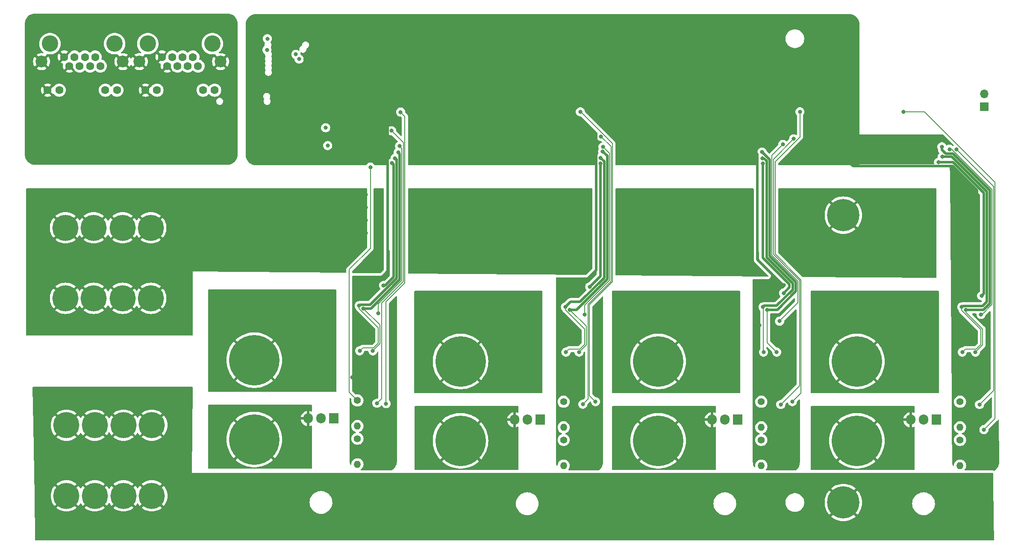
<source format=gbr>
%TF.GenerationSoftware,KiCad,Pcbnew,8.0.3*%
%TF.CreationDate,2024-11-12T13:20:17+01:00*%
%TF.ProjectId,BMU v1,424d5520-7631-42e6-9b69-6361645f7063,rev?*%
%TF.SameCoordinates,Original*%
%TF.FileFunction,Copper,L2,Inr*%
%TF.FilePolarity,Positive*%
%FSLAX46Y46*%
G04 Gerber Fmt 4.6, Leading zero omitted, Abs format (unit mm)*
G04 Created by KiCad (PCBNEW 8.0.3) date 2024-11-12 13:20:17*
%MOMM*%
%LPD*%
G01*
G04 APERTURE LIST*
%TA.AperFunction,ComponentPad*%
%ADD10C,1.400000*%
%TD*%
%TA.AperFunction,ComponentPad*%
%ADD11O,1.400000X1.400000*%
%TD*%
%TA.AperFunction,ComponentPad*%
%ADD12C,10.000000*%
%TD*%
%TA.AperFunction,ComponentPad*%
%ADD13C,5.200000*%
%TD*%
%TA.AperFunction,ComponentPad*%
%ADD14C,0.800000*%
%TD*%
%TA.AperFunction,ComponentPad*%
%ADD15C,6.400000*%
%TD*%
%TA.AperFunction,ComponentPad*%
%ADD16R,1.700000X1.700000*%
%TD*%
%TA.AperFunction,ComponentPad*%
%ADD17O,1.700000X1.700000*%
%TD*%
%TA.AperFunction,ComponentPad*%
%ADD18C,3.250000*%
%TD*%
%TA.AperFunction,ComponentPad*%
%ADD19C,1.600000*%
%TD*%
%TA.AperFunction,ComponentPad*%
%ADD20C,2.350000*%
%TD*%
%TA.AperFunction,ComponentPad*%
%ADD21R,1.905000X2.000000*%
%TD*%
%TA.AperFunction,ComponentPad*%
%ADD22O,1.905000X2.000000*%
%TD*%
%TA.AperFunction,ViaPad*%
%ADD23C,0.800000*%
%TD*%
%TA.AperFunction,Conductor*%
%ADD24C,0.500000*%
%TD*%
%TA.AperFunction,Conductor*%
%ADD25C,0.200000*%
%TD*%
G04 APERTURE END LIST*
D10*
%TO.N,/GND_BATT*%
%TO.C,R7*%
X78333600Y-101752400D03*
D11*
%TO.N,/batteries1/GATE*%
X78333600Y-106832400D03*
%TD*%
D12*
%TO.N,/batteries4/+BAT_IN*%
%TO.C,H8*%
X177280000Y-94029000D03*
%TD*%
D13*
%TO.N,/batteries1/-BATT OUT*%
%TO.C,J12*%
X20692000Y-106680000D03*
X20692000Y-120680000D03*
X26292000Y-106680000D03*
X26292000Y-120680000D03*
X31992000Y-106680000D03*
X31992000Y-120680000D03*
X37592000Y-106680000D03*
X37592000Y-120680000D03*
%TD*%
D14*
%TO.N,/batteries1/-BATT OUT*%
%TO.C,H11*%
X172200000Y-122000000D03*
X172902944Y-120302944D03*
X172902944Y-123697056D03*
X174600000Y-119600000D03*
D15*
X174600000Y-122000000D03*
D14*
X174600000Y-124400000D03*
X176297056Y-120302944D03*
X176297056Y-123697056D03*
X177000000Y-122000000D03*
%TD*%
D12*
%TO.N,/batteries4/GND_BAT*%
%TO.C,H4*%
X177280000Y-109754000D03*
%TD*%
D16*
%TO.N,+BATT*%
%TO.C,J3*%
X202500000Y-43500000D03*
D17*
%TO.N,Net-(J3-Pin_2)*%
X202500000Y-40960000D03*
%TD*%
D10*
%TO.N,Net-(D2-K)*%
%TO.C,R6*%
X78333600Y-109339400D03*
D11*
%TO.N,/batteries1/GATE*%
X78333600Y-114419400D03*
%TD*%
D12*
%TO.N,/GND_BATT*%
%TO.C,H1*%
X57900000Y-109500000D03*
%TD*%
D10*
%TO.N,Net-(D10-K)*%
%TO.C,R20*%
X158343600Y-109593400D03*
D11*
%TO.N,/batteries3/GATE*%
X158343600Y-114673400D03*
%TD*%
D18*
%TO.N,*%
%TO.C,J1*%
X17426000Y-30988000D03*
X30226000Y-30988000D03*
D19*
%TO.N,GND1*%
X20256000Y-33638000D03*
X21276000Y-35418000D03*
%TO.N,Net-(U4-SDAA)*%
X22296000Y-33638000D03*
%TO.N,Net-(U4-SCLA)*%
X23316000Y-35418000D03*
%TO.N,VCC*%
X24336000Y-33638000D03*
X25356000Y-35418000D03*
X26376000Y-33638000D03*
X27396000Y-35418000D03*
%TO.N,GND1*%
X16966000Y-40198000D03*
%TO.N,Net-(J1-LEDG+)*%
X19256000Y-40198000D03*
%TO.N,Net-(J1-LEDY-)*%
X28396000Y-40198000D03*
%TO.N,Net-(J1-LEDY+)*%
X30686000Y-40198000D03*
D20*
%TO.N,GND1*%
X15766000Y-34528000D03*
X31866000Y-34538000D03*
%TD*%
D13*
%TO.N,+BATT*%
%TO.C,J11*%
X20500000Y-67500000D03*
X20500000Y-81500000D03*
X26100000Y-67500000D03*
X26100000Y-81500000D03*
X31800000Y-67500000D03*
X31800000Y-81500000D03*
X37400000Y-67500000D03*
X37400000Y-81500000D03*
%TD*%
D10*
%TO.N,/batteries2/GND_BAT*%
%TO.C,R14*%
X119195600Y-102006400D03*
D11*
%TO.N,/batteries2/GATE*%
X119195600Y-107086400D03*
%TD*%
D10*
%TO.N,Net-(D6-K)*%
%TO.C,R13*%
X119195600Y-109593400D03*
D11*
%TO.N,/batteries2/GATE*%
X119195600Y-114673400D03*
%TD*%
D18*
%TO.N,*%
%TO.C,J2*%
X36797000Y-30988000D03*
X49597000Y-30988000D03*
D19*
%TO.N,GND1*%
X39627000Y-33638000D03*
X40647000Y-35418000D03*
%TO.N,/SCL1*%
X41667000Y-33638000D03*
%TO.N,/SDA1*%
X42687000Y-35418000D03*
%TO.N,VCC*%
X43707000Y-33638000D03*
X44727000Y-35418000D03*
X45747000Y-33638000D03*
X46767000Y-35418000D03*
%TO.N,GND1*%
X36337000Y-40198000D03*
%TO.N,Net-(J2-LEDG+)*%
X38627000Y-40198000D03*
%TO.N,Net-(J2-LEDY-)*%
X47767000Y-40198000D03*
%TO.N,Net-(J2-LEDY+)*%
X50057000Y-40198000D03*
D20*
%TO.N,GND1*%
X35137000Y-34528000D03*
X51237000Y-34538000D03*
%TD*%
D12*
%TO.N,/batteries3/GND_BAT*%
%TO.C,H3*%
X137910000Y-109754000D03*
%TD*%
D10*
%TO.N,Net-(D14-K)*%
%TO.C,R40*%
X197713600Y-109593400D03*
D11*
%TO.N,/batteries4/GATE*%
X197713600Y-114673400D03*
%TD*%
D12*
%TO.N,/batteries1/+BAT_IN*%
%TO.C,H5*%
X57900000Y-93775000D03*
%TD*%
D10*
%TO.N,/batteries3/GND_BAT*%
%TO.C,R21*%
X158343600Y-102006400D03*
D11*
%TO.N,/batteries3/GATE*%
X158343600Y-107086400D03*
%TD*%
D14*
%TO.N,+BATT*%
%TO.C,H12*%
X172200000Y-65000000D03*
X172902944Y-63302944D03*
X172902944Y-66697056D03*
X174600000Y-62600000D03*
D15*
X174600000Y-65000000D03*
D14*
X174600000Y-67400000D03*
X176297056Y-63302944D03*
X176297056Y-66697056D03*
X177000000Y-65000000D03*
%TD*%
D10*
%TO.N,/batteries4/GND_BAT*%
%TO.C,R41*%
X197713600Y-102006400D03*
D11*
%TO.N,/batteries4/GATE*%
X197713600Y-107086400D03*
%TD*%
D12*
%TO.N,/batteries3/+BAT_IN*%
%TO.C,H7*%
X137910000Y-94029000D03*
%TD*%
%TO.N,/batteries2/+BAT_IN*%
%TO.C,H6*%
X98762000Y-94029000D03*
%TD*%
%TO.N,/batteries2/GND_BAT*%
%TO.C,H2*%
X98762000Y-109754000D03*
%TD*%
D21*
%TO.N,/batteries1/GATE*%
%TO.C,Q5*%
X73660000Y-105324000D03*
D22*
%TO.N,/batteries1/-BATT OUT*%
X71120000Y-105324000D03*
%TO.N,/GND_BATT*%
X68580000Y-105324000D03*
%TD*%
D21*
%TO.N,/batteries3/GATE*%
%TO.C,Q7*%
X153670000Y-105578000D03*
D22*
%TO.N,/batteries1/-BATT OUT*%
X151130000Y-105578000D03*
%TO.N,/batteries3/GND_BAT*%
X148590000Y-105578000D03*
%TD*%
D21*
%TO.N,/batteries2/GATE*%
%TO.C,Q6*%
X114522000Y-105578000D03*
D22*
%TO.N,/batteries1/-BATT OUT*%
X111982000Y-105578000D03*
%TO.N,/batteries2/GND_BAT*%
X109442000Y-105578000D03*
%TD*%
D21*
%TO.N,/batteries4/GATE*%
%TO.C,Q8*%
X193040000Y-105578000D03*
D22*
%TO.N,/batteries1/-BATT OUT*%
X190500000Y-105578000D03*
%TO.N,/batteries4/GND_BAT*%
X187960000Y-105578000D03*
%TD*%
D23*
%TO.N,GND*%
X201200000Y-76600000D03*
X157800000Y-95200000D03*
X157994400Y-86800000D03*
X197200000Y-95200000D03*
X198000000Y-86800000D03*
X118400000Y-95200000D03*
X119400000Y-86800000D03*
%TO.N,GND1*%
X42672000Y-40386000D03*
%TO.N,+3.3V*%
X193463853Y-54520249D03*
X83515200Y-78943200D03*
X126470000Y-54761623D03*
X158632696Y-54754017D03*
X85200000Y-54634394D03*
X202000000Y-81000000D03*
X124377200Y-79197200D03*
X162778303Y-80446703D03*
%TO.N,GND*%
X124000000Y-47360000D03*
X61722000Y-53340000D03*
X85500000Y-46000000D03*
X61214000Y-50546000D03*
X159512000Y-47244000D03*
X82854800Y-77571600D03*
X78841600Y-86563200D03*
X64514699Y-40133301D03*
X123716800Y-77825600D03*
X77317600Y-97180400D03*
X168200000Y-47000000D03*
X162800000Y-78850000D03*
%TO.N,/BATT_SW1*%
X85090000Y-48260000D03*
X82194400Y-102311200D03*
%TO.N,/BATT_SW2*%
X126607717Y-49392283D03*
X60407250Y-32220290D03*
X123000000Y-102500000D03*
%TO.N,/GND_BATT*%
X80900000Y-55475000D03*
%TO.N,/BATT_SW4*%
X201574400Y-102565200D03*
X197035293Y-51964707D03*
X60500000Y-30000000D03*
%TO.N,/BATT_SW3*%
X164762312Y-49871141D03*
X162204400Y-102565200D03*
%TO.N,/SDA*%
X122243600Y-92169000D03*
X158500000Y-52500000D03*
X159516319Y-83752816D03*
X194121397Y-51448603D03*
X198886319Y-83752816D03*
X81381600Y-91915000D03*
X161391600Y-92169000D03*
X120368319Y-83752816D03*
X126917493Y-52357589D03*
X200761600Y-92169000D03*
X79506319Y-83498816D03*
X86400000Y-52572891D03*
%TO.N,/batteries1/+BAT_IN*%
X69850000Y-90170000D03*
X64770000Y-95250000D03*
X69850000Y-87630000D03*
X66040000Y-91440000D03*
X72390000Y-87630000D03*
X72390000Y-95250000D03*
X67310000Y-95250000D03*
X67310000Y-97790000D03*
X69850000Y-97790000D03*
X64770000Y-90170000D03*
X72390000Y-97790000D03*
X67310000Y-87630000D03*
X72390000Y-90170000D03*
X71120000Y-96520000D03*
X67310000Y-92710000D03*
X64770000Y-92710000D03*
X71120000Y-93980000D03*
X66040000Y-88900000D03*
X69850000Y-92710000D03*
X64770000Y-87630000D03*
X67310000Y-90170000D03*
X66040000Y-96520000D03*
X66040000Y-93980000D03*
X72390000Y-92710000D03*
X64770000Y-97790000D03*
X71120000Y-91440000D03*
X69850000Y-95250000D03*
X71120000Y-88900000D03*
%TO.N,/SCL*%
X198069200Y-83210400D03*
X78781600Y-91915000D03*
X158699200Y-83210400D03*
X158791600Y-92169000D03*
X126516655Y-53605223D03*
X198161600Y-92169000D03*
X119551200Y-83210400D03*
X85800000Y-53711210D03*
X78689200Y-82956400D03*
X194201103Y-53398897D03*
X119643600Y-92169000D03*
X158534172Y-53708647D03*
%TO.N,/batteries1/-BATT OUT*%
X86360000Y-121920000D03*
X198120000Y-123444000D03*
X122142000Y-119634000D03*
X81280000Y-124460000D03*
X78740000Y-120650000D03*
X158750000Y-120904000D03*
X58420000Y-124460000D03*
X119602000Y-118364000D03*
X58420000Y-119380000D03*
X48260000Y-119380000D03*
X45720000Y-125730000D03*
X140970000Y-123444000D03*
X60960000Y-123190000D03*
X101822000Y-118364000D03*
X50800000Y-123190000D03*
X96742000Y-123444000D03*
X140970000Y-118364000D03*
X78740000Y-118110000D03*
X133350000Y-119634000D03*
X182880000Y-119634000D03*
X124682000Y-120904000D03*
X86360000Y-124460000D03*
X55880000Y-120650000D03*
X203200000Y-120904000D03*
X104362000Y-124714000D03*
X50800000Y-120650000D03*
X55880000Y-123190000D03*
X99282000Y-124714000D03*
X55880000Y-125730000D03*
X133350000Y-122174000D03*
X48260000Y-121920000D03*
X198120000Y-120904000D03*
X124682000Y-118364000D03*
X133350000Y-124714000D03*
X135890000Y-120904000D03*
X94202000Y-119634000D03*
X180340000Y-123444000D03*
X81280000Y-121920000D03*
X53340000Y-119380000D03*
X50800000Y-118110000D03*
X96742000Y-120904000D03*
X99282000Y-122174000D03*
X135890000Y-123444000D03*
X203200000Y-123444000D03*
X60960000Y-125730000D03*
X45720000Y-123190000D03*
X143510000Y-119634000D03*
X63500000Y-121920000D03*
X63500000Y-119380000D03*
X83820000Y-120650000D03*
X182880000Y-122174000D03*
X83820000Y-118110000D03*
X63500000Y-124460000D03*
X48260000Y-124460000D03*
X99282000Y-119634000D03*
X198120000Y-118364000D03*
X94202000Y-122174000D03*
X58420000Y-121920000D03*
X50800000Y-125730000D03*
X78740000Y-125730000D03*
X124682000Y-123444000D03*
X203200000Y-118364000D03*
X86360000Y-119380000D03*
X122142000Y-122174000D03*
X122142000Y-124714000D03*
X140970000Y-120904000D03*
X104362000Y-119634000D03*
X60960000Y-120650000D03*
X45720000Y-120650000D03*
X138430000Y-124714000D03*
X200660000Y-119634000D03*
X143510000Y-122174000D03*
X119602000Y-120904000D03*
X96742000Y-118364000D03*
X119602000Y-123444000D03*
X135890000Y-118364000D03*
X83820000Y-123190000D03*
X83820000Y-125730000D03*
X78740000Y-123190000D03*
X158750000Y-118364000D03*
X94202000Y-124714000D03*
X143510000Y-124714000D03*
X138430000Y-119634000D03*
X101822000Y-123444000D03*
X200660000Y-122174000D03*
X200660000Y-124714000D03*
X180340000Y-120904000D03*
X158750000Y-123444000D03*
X81280000Y-119380000D03*
X53340000Y-124460000D03*
X182880000Y-124714000D03*
X60960000Y-118110000D03*
X180340000Y-118364000D03*
X45720000Y-118110000D03*
X138430000Y-122174000D03*
X53340000Y-121920000D03*
X55880000Y-118110000D03*
X104362000Y-122174000D03*
X101822000Y-120904000D03*
%TO.N,/PCA_A1*%
X66775000Y-34025000D03*
X72040702Y-47659304D03*
%TO.N,/PCA_A2*%
X66150000Y-33100000D03*
X72450000Y-51200000D03*
%TO.N,/ALERT_2*%
X123361200Y-84683600D03*
X126978000Y-51459623D03*
%TO.N,/ALERT_4*%
X201879200Y-84683600D03*
X195628623Y-51922836D03*
%TO.N,/ALERT_3*%
X162619939Y-50952852D03*
X161975000Y-86025000D03*
%TO.N,/ALERT_1*%
X82499200Y-84429600D03*
X86700000Y-51308000D03*
%TO.N,/batteries2/+BAT_IN*%
X113252000Y-98044000D03*
X108172000Y-95504000D03*
X108172000Y-92964000D03*
X108172000Y-98044000D03*
X113252000Y-87884000D03*
X111982000Y-91694000D03*
X110712000Y-90424000D03*
X110712000Y-98044000D03*
X105632000Y-87884000D03*
X106902000Y-94234000D03*
X111982000Y-94234000D03*
X110712000Y-87884000D03*
X105632000Y-98044000D03*
X105632000Y-92964000D03*
X110712000Y-92964000D03*
X105632000Y-95504000D03*
X106902000Y-96774000D03*
X106902000Y-89154000D03*
X113252000Y-95504000D03*
X108172000Y-90424000D03*
X108172000Y-87884000D03*
X113252000Y-92964000D03*
X113252000Y-90424000D03*
X106902000Y-91694000D03*
X111982000Y-89154000D03*
X111982000Y-96774000D03*
X110712000Y-95504000D03*
X105632000Y-90424000D03*
%TO.N,/batteries3/+BAT_IN*%
X147320000Y-90424000D03*
X152400000Y-95504000D03*
X146050000Y-96774000D03*
X152400000Y-92964000D03*
X144780000Y-87884000D03*
X151130000Y-94234000D03*
X149860000Y-90424000D03*
X146050000Y-89154000D03*
X147320000Y-95504000D03*
X144780000Y-92964000D03*
X149860000Y-98044000D03*
X147320000Y-92964000D03*
X151130000Y-96774000D03*
X151130000Y-89154000D03*
X151130000Y-91694000D03*
X152400000Y-87884000D03*
X149860000Y-87884000D03*
X146050000Y-91694000D03*
X144780000Y-98044000D03*
X147320000Y-98044000D03*
X149860000Y-92964000D03*
X144780000Y-90424000D03*
X152400000Y-90424000D03*
X144780000Y-95504000D03*
X152400000Y-98044000D03*
X147320000Y-87884000D03*
X146050000Y-94234000D03*
X149860000Y-95504000D03*
%TO.N,/batteries4/+BAT_IN*%
X191770000Y-92964000D03*
X186690000Y-95504000D03*
X186690000Y-92964000D03*
X190500000Y-89154000D03*
X189230000Y-90424000D03*
X186690000Y-90424000D03*
X191770000Y-98044000D03*
X185420000Y-96774000D03*
X185420000Y-91694000D03*
X190500000Y-96774000D03*
X185420000Y-94234000D03*
X189230000Y-92964000D03*
X189230000Y-95504000D03*
X189230000Y-98044000D03*
X184150000Y-90424000D03*
X184150000Y-92964000D03*
X186690000Y-87884000D03*
X184150000Y-95504000D03*
X191770000Y-95504000D03*
X190500000Y-91694000D03*
X185420000Y-89154000D03*
X191770000Y-87884000D03*
X190500000Y-94234000D03*
X186690000Y-98044000D03*
X191770000Y-90424000D03*
X184150000Y-98044000D03*
X189230000Y-87884000D03*
X184150000Y-87884000D03*
%TO.N,/MANUAL_SW*%
X202449996Y-107538385D03*
X166000000Y-44500000D03*
X86900000Y-44550000D03*
X122500000Y-44500000D03*
X84000000Y-102400000D03*
X125500000Y-102000000D03*
X186500000Y-44500000D03*
X164500000Y-102000000D03*
%TO.N,+BATT*%
X143000000Y-69000000D03*
X97460000Y-67730000D03*
X179460000Y-67730000D03*
X130920000Y-61380000D03*
X117920000Y-61380000D03*
X69850000Y-68580000D03*
X136000000Y-61380000D03*
X110920000Y-69000000D03*
X185920000Y-66460000D03*
X168920000Y-63920000D03*
X168920000Y-66460000D03*
X123000000Y-69000000D03*
X77470000Y-64770000D03*
X67310000Y-64770000D03*
X44450000Y-63500000D03*
X74930000Y-66040000D03*
X69850000Y-66040000D03*
X113460000Y-67730000D03*
X54610000Y-60960000D03*
X110920000Y-61380000D03*
X54610000Y-66040000D03*
X116000000Y-63920000D03*
X100000000Y-66460000D03*
X102920000Y-63920000D03*
X179460000Y-62650000D03*
X116000000Y-66460000D03*
X67310000Y-62230000D03*
X59690000Y-66040000D03*
X46990000Y-62230000D03*
X44450000Y-68580000D03*
X46990000Y-64770000D03*
X188460000Y-67730000D03*
X191000000Y-69000000D03*
X88900000Y-63500000D03*
X153920000Y-69000000D03*
X133460000Y-62650000D03*
X113460000Y-62650000D03*
X151000000Y-66460000D03*
X108000000Y-61380000D03*
X136000000Y-69000000D03*
X188460000Y-62650000D03*
X140460000Y-67730000D03*
X97460000Y-62650000D03*
X185920000Y-69000000D03*
X145920000Y-61380000D03*
X52070000Y-62230000D03*
X80010000Y-60960000D03*
X182000000Y-66460000D03*
X185920000Y-61380000D03*
X77470000Y-62230000D03*
X72390000Y-62230000D03*
X57150000Y-62230000D03*
X82550000Y-62230000D03*
X100000000Y-63920000D03*
X82550000Y-64770000D03*
X64770000Y-68580000D03*
X80010000Y-66040000D03*
X91440000Y-64770000D03*
X57150000Y-67310000D03*
X62230000Y-67310000D03*
X123000000Y-63920000D03*
X100000000Y-61380000D03*
X105460000Y-65190000D03*
X136000000Y-63920000D03*
X74930000Y-68580000D03*
X44450000Y-66040000D03*
X72390000Y-67310000D03*
X59690000Y-63500000D03*
X145920000Y-63920000D03*
X64770000Y-60960000D03*
X182000000Y-63920000D03*
X148460000Y-67730000D03*
X77470000Y-67310000D03*
X148460000Y-65190000D03*
X130920000Y-66460000D03*
X191000000Y-63920000D03*
X133460000Y-67730000D03*
X137920000Y-63920000D03*
X133460000Y-65190000D03*
X49530000Y-60960000D03*
X44450000Y-60960000D03*
X52070000Y-67310000D03*
X130920000Y-69000000D03*
X156460000Y-67730000D03*
X151000000Y-63920000D03*
X64770000Y-66040000D03*
X64770000Y-63500000D03*
X59690000Y-68580000D03*
X137920000Y-66460000D03*
X123000000Y-61380000D03*
X110920000Y-66460000D03*
X74930000Y-63500000D03*
X143000000Y-63920000D03*
X116000000Y-61380000D03*
X156460000Y-65190000D03*
X100000000Y-69000000D03*
X49530000Y-68580000D03*
X94920000Y-66460000D03*
X120460000Y-65190000D03*
X69850000Y-63500000D03*
X67310000Y-67310000D03*
X82550000Y-67310000D03*
X182000000Y-61380000D03*
X123000000Y-66460000D03*
X91440000Y-62230000D03*
X54610000Y-63500000D03*
X108000000Y-69000000D03*
X140460000Y-65190000D03*
X94920000Y-61380000D03*
X143000000Y-61380000D03*
X105460000Y-62650000D03*
X94920000Y-63920000D03*
X145920000Y-66460000D03*
X117920000Y-66460000D03*
X117920000Y-69000000D03*
X102920000Y-66460000D03*
X145920000Y-69000000D03*
X137920000Y-61380000D03*
X46990000Y-67310000D03*
X91440000Y-67310000D03*
X97460000Y-65190000D03*
X108000000Y-66460000D03*
X140460000Y-62650000D03*
X62230000Y-64770000D03*
X179460000Y-65190000D03*
X108000000Y-63920000D03*
X191000000Y-66460000D03*
X153920000Y-61380000D03*
X156460000Y-62650000D03*
X151000000Y-69000000D03*
X52070000Y-64770000D03*
X88900000Y-68580000D03*
X137920000Y-69000000D03*
X102920000Y-61380000D03*
X80010000Y-63500000D03*
X168920000Y-69000000D03*
X113460000Y-65190000D03*
X117920000Y-63920000D03*
X105460000Y-67730000D03*
X62230000Y-62230000D03*
X88900000Y-66040000D03*
X74930000Y-60960000D03*
X54610000Y-68580000D03*
X188460000Y-65190000D03*
X120460000Y-67730000D03*
X191000000Y-61380000D03*
X57150000Y-64770000D03*
X168920000Y-61380000D03*
X80010000Y-68580000D03*
X94920000Y-69000000D03*
X72390000Y-64770000D03*
X49530000Y-66040000D03*
X148460000Y-62650000D03*
X59690000Y-60960000D03*
X151000000Y-61380000D03*
X185920000Y-63920000D03*
X153920000Y-66460000D03*
X116000000Y-69000000D03*
X130920000Y-63920000D03*
X102920000Y-69000000D03*
X110920000Y-63920000D03*
X49530000Y-63500000D03*
X143000000Y-66460000D03*
X182000000Y-69000000D03*
X153920000Y-63920000D03*
X120460000Y-62650000D03*
X88900000Y-60960000D03*
X136000000Y-66460000D03*
X69850000Y-60960000D03*
%TD*%
D24*
%TO.N,GND*%
X201200000Y-76600000D02*
X201050000Y-76450000D01*
X201050000Y-76450000D02*
X201050000Y-60100000D01*
X196246432Y-55296432D02*
X176496432Y-55296432D01*
X201050000Y-60100000D02*
X196246432Y-55296432D01*
X176496432Y-55296432D02*
X168200000Y-47000000D01*
%TO.N,+3.3V*%
X193463853Y-54520249D02*
X196318777Y-54520249D01*
X202400000Y-60601472D02*
X202400000Y-80600000D01*
X202400000Y-80600000D02*
X202000000Y-81000000D01*
X196318777Y-54520249D02*
X202400000Y-60601472D01*
%TO.N,/SCL*%
X198069200Y-83210400D02*
X198279600Y-83000000D01*
X203000000Y-82200000D02*
X203000000Y-60350000D01*
X198279600Y-83000000D02*
X202200000Y-83000000D01*
X203000000Y-60350000D02*
X196048897Y-53398897D01*
X202200000Y-83000000D02*
X203000000Y-82200000D01*
X196048897Y-53398897D02*
X194201103Y-53398897D01*
D25*
%TO.N,/MANUAL_SW*%
X190700000Y-44500000D02*
X204650000Y-58450000D01*
%TO.N,/BATT_SW4*%
X204350000Y-59279414D02*
X197035293Y-51964707D01*
D24*
%TO.N,/SDA*%
X194873897Y-52798897D02*
X194121397Y-52046397D01*
D25*
%TO.N,/ALERT_4*%
X196057760Y-51922836D02*
X195628623Y-51922836D01*
%TO.N,/MANUAL_SW*%
X204650000Y-105338381D02*
X202449996Y-107538385D01*
D24*
%TO.N,/SDA*%
X203600000Y-82521321D02*
X203600000Y-60101472D01*
D25*
%TO.N,/ALERT_4*%
X202074117Y-84683600D02*
X204050000Y-82707717D01*
X204050000Y-59915076D02*
X196057760Y-51922836D01*
X201879200Y-84683600D02*
X202074117Y-84683600D01*
%TO.N,/MANUAL_SW*%
X204650000Y-58450000D02*
X204650000Y-105338381D01*
%TO.N,/BATT_SW4*%
X204350000Y-99789600D02*
X204350000Y-59279414D01*
D24*
%TO.N,/SDA*%
X202368505Y-83752816D02*
X203600000Y-82521321D01*
X198886319Y-83752816D02*
X202368505Y-83752816D01*
X194121397Y-52046397D02*
X194121397Y-51448603D01*
D25*
%TO.N,/MANUAL_SW*%
X186500000Y-44500000D02*
X190700000Y-44500000D01*
%TO.N,/ALERT_4*%
X204050000Y-82707717D02*
X204050000Y-59915076D01*
%TO.N,/BATT_SW4*%
X201574400Y-102565200D02*
X204350000Y-99789600D01*
D24*
%TO.N,/SDA*%
X196297425Y-52798897D02*
X194873897Y-52798897D01*
X203600000Y-60101472D02*
X196297425Y-52798897D01*
D25*
%TO.N,/SCL*%
X200937336Y-91569000D02*
X198761600Y-91569000D01*
%TO.N,/SDA*%
X202179200Y-90751400D02*
X200761600Y-92169000D01*
%TO.N,/SCL*%
X201879200Y-87703464D02*
X201879200Y-90627136D01*
X201879200Y-90627136D02*
X200937336Y-91569000D01*
X198069200Y-83210400D02*
X198069200Y-83893464D01*
X198069200Y-83893464D02*
X201879200Y-87703464D01*
X198761600Y-91569000D02*
X198161600Y-92169000D01*
%TO.N,/SDA*%
X198886319Y-83752816D02*
X198886319Y-84286319D01*
X202179200Y-87579200D02*
X202179200Y-90751400D01*
X198886319Y-84286319D02*
X202179200Y-87579200D01*
D24*
%TO.N,+3.3V*%
X163925000Y-79300006D02*
X162778303Y-80446703D01*
X83515200Y-78943200D02*
X83846050Y-78943200D01*
X126492000Y-77082400D02*
X124377200Y-79197200D01*
X126470000Y-54761623D02*
X126492000Y-54783623D01*
X83846050Y-78943200D02*
X85494000Y-77295250D01*
X158632696Y-54754017D02*
X158632696Y-73432696D01*
X158632696Y-73432696D02*
X163925000Y-78725000D01*
X85494000Y-77295250D02*
X85494000Y-54928394D01*
X126492000Y-54783623D02*
X126492000Y-77082400D01*
X163925000Y-78725000D02*
X163925000Y-79300006D01*
X85494000Y-54928394D02*
X85200000Y-54634394D01*
%TO.N,GND*%
X125650000Y-75892400D02*
X123748800Y-77793600D01*
X123748800Y-77793600D02*
X123748800Y-77825600D01*
X157100000Y-49656000D02*
X157100000Y-52372793D01*
X162650000Y-78850000D02*
X162800000Y-78850000D01*
X123716800Y-77825600D02*
X125456000Y-76086400D01*
X84340000Y-76086400D02*
X82854800Y-77571600D01*
X157100000Y-52372793D02*
X157600000Y-52872793D01*
X159512000Y-47244000D02*
X157100000Y-49656000D01*
X85500000Y-46000000D02*
X84340000Y-47160000D01*
X124000000Y-47360000D02*
X125650000Y-49010000D01*
X157600000Y-52872793D02*
X157600000Y-73800000D01*
X84340000Y-47160000D02*
X84340000Y-76086400D01*
X125650000Y-49010000D02*
X125650000Y-75892400D01*
X157600000Y-73800000D02*
X162650000Y-78850000D01*
D25*
%TO.N,/BATT_SW1*%
X87450000Y-78096966D02*
X83099200Y-82447766D01*
X83099200Y-101406400D02*
X82194400Y-102311200D01*
X85090000Y-48260000D02*
X87450000Y-50620000D01*
X87450000Y-50620000D02*
X87450000Y-78096966D01*
X83099200Y-82447766D02*
X83099200Y-101406400D01*
%TO.N,/BATT_SW2*%
X124000000Y-101500000D02*
X123000000Y-102500000D01*
X126607717Y-49392283D02*
X128570000Y-51354566D01*
X128570000Y-78092966D02*
X124000000Y-82662966D01*
X124000000Y-82662966D02*
X124000000Y-101500000D01*
X128570000Y-51354566D02*
X128570000Y-78092966D01*
%TO.N,/GND_BATT*%
X76717600Y-75782400D02*
X80900000Y-71600000D01*
X80900000Y-71600000D02*
X80900000Y-55475000D01*
X78333600Y-101752400D02*
X76717600Y-100136400D01*
X76717600Y-100136400D02*
X76717600Y-75782400D01*
%TO.N,/BATT_SW3*%
X165928303Y-98841297D02*
X165928303Y-77970587D01*
X165928303Y-77970587D02*
X160775000Y-72817284D01*
X164995640Y-49871141D02*
X164762312Y-49871141D01*
X160775000Y-72817284D02*
X160775000Y-54138605D01*
X160750000Y-53883453D02*
X164762312Y-49871141D01*
X160775000Y-54138605D02*
X160750000Y-54113605D01*
X162204400Y-102565200D02*
X165928303Y-98841297D01*
X160750000Y-54113605D02*
X160750000Y-53883453D01*
D24*
%TO.N,/SDA*%
X86700000Y-52872891D02*
X86400000Y-52572891D01*
D25*
X79506319Y-83498816D02*
X82799200Y-86791698D01*
D24*
X80987490Y-83498816D02*
X86700000Y-77786306D01*
D25*
X123661200Y-87045698D02*
X123661200Y-90751400D01*
D24*
X121730773Y-83752816D02*
X120368319Y-83752816D01*
D25*
X82799200Y-90497400D02*
X81381600Y-91915000D01*
D24*
X127820000Y-53260096D02*
X127820000Y-77663589D01*
D25*
X82799200Y-86791698D02*
X82799200Y-90497400D01*
D24*
X126917493Y-52357589D02*
X127820000Y-53260096D01*
D25*
X123661200Y-90751400D02*
X122243600Y-92169000D01*
D24*
X86700000Y-77786306D02*
X86700000Y-52872891D01*
X127820000Y-77663589D02*
X121730773Y-83752816D01*
X79506319Y-83498816D02*
X80987490Y-83498816D01*
D25*
X120368319Y-83752816D02*
X123661200Y-87045698D01*
D24*
%TO.N,/SCL*%
X164578303Y-79794490D02*
X164578303Y-78529775D01*
X78689200Y-82956400D02*
X78896784Y-82748816D01*
D25*
X123361200Y-90627136D02*
X122419336Y-91569000D01*
X81557336Y-91315000D02*
X79381600Y-91315000D01*
X78689200Y-83530226D02*
X82499200Y-87340226D01*
D24*
X159400000Y-54248528D02*
X158860119Y-53708647D01*
X127220000Y-54308568D02*
X126516655Y-53605223D01*
D25*
X79381600Y-91315000D02*
X78781600Y-91915000D01*
D24*
X127220000Y-77415061D02*
X127220000Y-54308568D01*
D25*
X78689200Y-82956400D02*
X78689200Y-83530226D01*
X82499200Y-87340226D02*
X82499200Y-90373136D01*
D24*
X122449490Y-82185571D02*
X127220000Y-77415061D01*
D25*
X82499200Y-90373136D02*
X81557336Y-91315000D01*
D24*
X120576029Y-82185571D02*
X122449490Y-82185571D01*
D25*
X120243600Y-91569000D02*
X119643600Y-92169000D01*
X119551200Y-83784226D02*
X123361200Y-87594226D01*
D24*
X86100000Y-77537778D02*
X86100000Y-53860000D01*
X159425000Y-73376472D02*
X159425000Y-54697793D01*
X78896784Y-82748816D02*
X80888962Y-82748816D01*
X159400000Y-54672793D02*
X159400000Y-54248528D01*
X158860119Y-53708647D02*
X158534172Y-53708647D01*
X161397793Y-82975000D02*
X164578303Y-79794490D01*
X85948790Y-53860000D02*
X85800000Y-53711210D01*
X80888962Y-82748816D02*
X86100000Y-77537778D01*
D25*
X122419336Y-91569000D02*
X120243600Y-91569000D01*
D24*
X158934600Y-82975000D02*
X161397793Y-82975000D01*
D25*
X158699200Y-83210400D02*
X158791600Y-83302800D01*
D24*
X159425000Y-54697793D02*
X159400000Y-54672793D01*
X86100000Y-53860000D02*
X85948790Y-53860000D01*
X164578303Y-78529775D02*
X159425000Y-73376472D01*
D25*
X123361200Y-87594226D02*
X123361200Y-90627136D01*
D24*
X158699200Y-83210400D02*
X158934600Y-82975000D01*
D25*
X119551200Y-83210400D02*
X119551200Y-83784226D01*
D24*
X119551200Y-83210400D02*
X120576029Y-82185571D01*
D25*
%TO.N,/ALERT_2*%
X128270000Y-77968702D02*
X128270000Y-52751623D01*
X123361200Y-82877502D02*
X128270000Y-77968702D01*
X128270000Y-52751623D02*
X126978000Y-51459623D01*
X123361200Y-84683600D02*
X123361200Y-82877502D01*
%TO.N,/ALERT_3*%
X160475000Y-72941548D02*
X165628303Y-78094851D01*
X160450000Y-53122791D02*
X160450000Y-54237869D01*
X165628303Y-82371697D02*
X161975000Y-86025000D01*
X160450000Y-54237869D02*
X160475000Y-54262869D01*
X165628303Y-78094851D02*
X165628303Y-82371697D01*
X160475000Y-54262869D02*
X160475000Y-72941548D01*
X162619939Y-50952852D02*
X160450000Y-53122791D01*
%TO.N,/ALERT_1*%
X82499200Y-84429600D02*
X82499200Y-82623502D01*
X87150000Y-77972702D02*
X87150000Y-51758000D01*
X82499200Y-82623502D02*
X87150000Y-77972702D01*
X87150000Y-51758000D02*
X86700000Y-51308000D01*
%TO.N,/MANUAL_SW*%
X87750000Y-45400000D02*
X86900000Y-44550000D01*
X124300000Y-82787230D02*
X128870000Y-78217230D01*
X166228303Y-100271697D02*
X166228303Y-77846323D01*
X84000000Y-82200000D02*
X87750000Y-78450000D01*
X128870000Y-50806037D02*
X122563963Y-44500000D01*
X87750000Y-78450000D02*
X87750000Y-45400000D01*
X161075000Y-72693020D02*
X161075000Y-54425000D01*
X128870000Y-78217230D02*
X128870000Y-50806037D01*
X164500000Y-102000000D02*
X166228303Y-100271697D01*
X122563963Y-44500000D02*
X122500000Y-44500000D01*
X161075000Y-54425000D02*
X166000000Y-49500000D01*
X84000000Y-102400000D02*
X84000000Y-82200000D01*
X166000000Y-49500000D02*
X166000000Y-44500000D01*
X166228303Y-77846323D02*
X161075000Y-72693020D01*
X124300000Y-100800000D02*
X124300000Y-82787230D01*
X125500000Y-102000000D02*
X124300000Y-100800000D01*
D24*
%TO.N,/SDA*%
X165178303Y-80093018D02*
X161518505Y-83752816D01*
X165178303Y-78281247D02*
X165178303Y-80093018D01*
X160025000Y-73127944D02*
X165178303Y-78281247D01*
D25*
X159516319Y-90293719D02*
X161391600Y-92169000D01*
D24*
X160000000Y-54000000D02*
X160000000Y-54424265D01*
X161518505Y-83752816D02*
X159516319Y-83752816D01*
D25*
X159516319Y-83752816D02*
X159516319Y-90293719D01*
%TO.N,/SCL*%
X158744400Y-92121800D02*
X158791600Y-92169000D01*
D24*
%TO.N,/SDA*%
X160000000Y-54424265D02*
X160025000Y-54449265D01*
X158500000Y-52500000D02*
X160000000Y-54000000D01*
X160025000Y-54449265D02*
X160025000Y-73127944D01*
D25*
%TO.N,/SCL*%
X158744400Y-83255600D02*
X158744400Y-92121800D01*
X158699200Y-83210400D02*
X158744400Y-83255600D01*
%TD*%
%TA.AperFunction,Conductor*%
%TO.N,GND*%
G36*
X196023586Y-55290434D02*
G01*
X196044228Y-55307068D01*
X201613181Y-60876021D01*
X201646666Y-60937344D01*
X201649500Y-60963702D01*
X201649500Y-80089806D01*
X201629815Y-80156845D01*
X201577011Y-80202600D01*
X201575937Y-80203085D01*
X201547268Y-80215849D01*
X201394129Y-80327111D01*
X201267466Y-80467785D01*
X201172821Y-80631715D01*
X201172818Y-80631722D01*
X201114327Y-80811740D01*
X201114326Y-80811744D01*
X201094540Y-81000000D01*
X201114326Y-81188256D01*
X201114327Y-81188259D01*
X201172818Y-81368277D01*
X201172821Y-81368284D01*
X201267467Y-81532216D01*
X201394129Y-81672888D01*
X201547265Y-81784148D01*
X201547270Y-81784151D01*
X201720192Y-81861142D01*
X201720197Y-81861144D01*
X201905354Y-81900500D01*
X201905355Y-81900500D01*
X201938770Y-81900500D01*
X202005809Y-81920185D01*
X202051564Y-81972989D01*
X202061508Y-82042147D01*
X202032483Y-82105703D01*
X202026451Y-82112181D01*
X201925451Y-82213181D01*
X201864128Y-82246666D01*
X201837770Y-82249500D01*
X198205676Y-82249500D01*
X198176842Y-82255234D01*
X198176843Y-82255235D01*
X198060693Y-82278339D01*
X198060685Y-82278341D01*
X198004488Y-82301619D01*
X197980721Y-82307659D01*
X197980911Y-82308549D01*
X197974555Y-82309900D01*
X197974554Y-82309900D01*
X197947600Y-82315628D01*
X197789397Y-82349255D01*
X197789392Y-82349257D01*
X197616470Y-82426248D01*
X197616465Y-82426251D01*
X197463329Y-82537511D01*
X197336666Y-82678185D01*
X197242021Y-82842115D01*
X197242018Y-82842122D01*
X197183527Y-83022140D01*
X197183526Y-83022144D01*
X197163740Y-83210400D01*
X197183526Y-83398656D01*
X197183527Y-83398659D01*
X197242018Y-83578677D01*
X197242021Y-83578684D01*
X197336667Y-83742616D01*
X197436848Y-83853879D01*
X197467079Y-83916869D01*
X197468699Y-83936850D01*
X197468699Y-83972518D01*
X197468698Y-83972518D01*
X197509623Y-84125250D01*
X197509624Y-84125251D01*
X197524712Y-84151384D01*
X197588681Y-84262181D01*
X197707549Y-84381049D01*
X197707555Y-84381054D01*
X201242381Y-87915880D01*
X201275866Y-87977203D01*
X201278700Y-88003561D01*
X201278700Y-90327039D01*
X201259015Y-90394078D01*
X201242381Y-90414720D01*
X200724920Y-90932181D01*
X200663597Y-90965666D01*
X200637239Y-90968500D01*
X198682543Y-90968500D01*
X198529810Y-91009424D01*
X198479696Y-91038359D01*
X198479695Y-91038360D01*
X198436289Y-91063420D01*
X198392885Y-91088479D01*
X198392882Y-91088481D01*
X198281080Y-91200284D01*
X198281074Y-91200288D01*
X198249182Y-91232181D01*
X198187859Y-91265666D01*
X198161501Y-91268500D01*
X198066954Y-91268500D01*
X198034497Y-91275398D01*
X197881797Y-91307855D01*
X197881792Y-91307857D01*
X197708870Y-91384848D01*
X197708865Y-91384851D01*
X197555729Y-91496111D01*
X197429066Y-91636785D01*
X197334421Y-91800715D01*
X197334418Y-91800722D01*
X197275927Y-91980740D01*
X197275926Y-91980744D01*
X197256140Y-92169000D01*
X197275926Y-92357256D01*
X197275927Y-92357259D01*
X197334418Y-92537277D01*
X197334421Y-92537284D01*
X197429067Y-92701216D01*
X197555729Y-92841888D01*
X197708865Y-92953148D01*
X197708870Y-92953151D01*
X197881792Y-93030142D01*
X197881797Y-93030144D01*
X198066954Y-93069500D01*
X198066955Y-93069500D01*
X198256244Y-93069500D01*
X198256246Y-93069500D01*
X198441403Y-93030144D01*
X198614330Y-92953151D01*
X198767471Y-92841888D01*
X198894133Y-92701216D01*
X198988779Y-92537284D01*
X199047274Y-92357256D01*
X199055337Y-92280539D01*
X199081921Y-92215925D01*
X199139218Y-92175939D01*
X199178658Y-92169500D01*
X199744542Y-92169500D01*
X199811581Y-92189185D01*
X199857336Y-92241989D01*
X199867863Y-92280539D01*
X199875925Y-92357254D01*
X199934418Y-92537277D01*
X199934421Y-92537284D01*
X200029067Y-92701216D01*
X200155729Y-92841888D01*
X200308865Y-92953148D01*
X200308870Y-92953151D01*
X200481792Y-93030142D01*
X200481797Y-93030144D01*
X200666954Y-93069500D01*
X200666955Y-93069500D01*
X200856244Y-93069500D01*
X200856246Y-93069500D01*
X201041403Y-93030144D01*
X201214330Y-92953151D01*
X201367471Y-92841888D01*
X201494133Y-92701216D01*
X201588779Y-92537284D01*
X201647274Y-92357256D01*
X201667060Y-92169000D01*
X201667060Y-92168997D01*
X201667060Y-92164136D01*
X201686745Y-92097097D01*
X201703379Y-92076455D01*
X201979119Y-91800715D01*
X202537706Y-91242128D01*
X202537711Y-91242124D01*
X202547914Y-91231920D01*
X202547916Y-91231920D01*
X202659720Y-91120116D01*
X202723628Y-91009423D01*
X202738777Y-90983185D01*
X202779700Y-90830457D01*
X202779700Y-90672343D01*
X202779700Y-87668259D01*
X202779701Y-87668246D01*
X202779701Y-87500145D01*
X202779701Y-87500143D01*
X202738777Y-87347415D01*
X202709839Y-87297295D01*
X202659720Y-87210484D01*
X202547916Y-87098680D01*
X202547915Y-87098679D01*
X202543585Y-87094349D01*
X202543574Y-87094339D01*
X200164232Y-84714997D01*
X200130747Y-84653674D01*
X200135731Y-84583982D01*
X200177603Y-84528049D01*
X200243067Y-84503632D01*
X200251913Y-84503316D01*
X200854972Y-84503316D01*
X200922011Y-84523001D01*
X200967766Y-84575805D01*
X200978293Y-84640276D01*
X200973740Y-84683600D01*
X200993526Y-84871856D01*
X200993527Y-84871859D01*
X201052018Y-85051877D01*
X201052021Y-85051884D01*
X201146667Y-85215816D01*
X201273329Y-85356488D01*
X201426465Y-85467748D01*
X201426470Y-85467751D01*
X201599392Y-85544742D01*
X201599397Y-85544744D01*
X201784554Y-85584100D01*
X201784555Y-85584100D01*
X201973844Y-85584100D01*
X201973846Y-85584100D01*
X202159003Y-85544744D01*
X202331930Y-85467751D01*
X202485071Y-85356488D01*
X202611733Y-85215816D01*
X202706379Y-85051884D01*
X202764874Y-84871856D01*
X202764874Y-84871852D01*
X202765276Y-84869964D01*
X202765809Y-84868975D01*
X202766882Y-84865675D01*
X202767485Y-84865871D01*
X202798469Y-84808483D01*
X202798670Y-84808280D01*
X203537820Y-84069131D01*
X203599142Y-84035647D01*
X203668834Y-84040631D01*
X203724767Y-84082503D01*
X203749184Y-84147967D01*
X203749500Y-84156813D01*
X203749500Y-99489503D01*
X203729815Y-99556542D01*
X203713181Y-99577184D01*
X201661984Y-101628381D01*
X201600661Y-101661866D01*
X201574303Y-101664700D01*
X201479754Y-101664700D01*
X201447297Y-101671598D01*
X201294597Y-101704055D01*
X201294592Y-101704057D01*
X201121670Y-101781048D01*
X201121665Y-101781051D01*
X200968529Y-101892311D01*
X200841866Y-102032985D01*
X200747221Y-102196915D01*
X200747218Y-102196922D01*
X200688727Y-102376940D01*
X200688726Y-102376944D01*
X200668940Y-102565200D01*
X200688726Y-102753456D01*
X200688727Y-102753459D01*
X200747218Y-102933477D01*
X200747221Y-102933484D01*
X200841867Y-103097416D01*
X200903636Y-103166017D01*
X200968529Y-103238088D01*
X201121665Y-103349348D01*
X201121670Y-103349351D01*
X201294592Y-103426342D01*
X201294597Y-103426344D01*
X201479754Y-103465700D01*
X201479755Y-103465700D01*
X201669044Y-103465700D01*
X201669046Y-103465700D01*
X201854203Y-103426344D01*
X202027130Y-103349351D01*
X202180271Y-103238088D01*
X202306933Y-103097416D01*
X202401579Y-102933484D01*
X202460074Y-102753456D01*
X202479860Y-102565200D01*
X202479860Y-102565197D01*
X202479860Y-102560336D01*
X202499545Y-102493297D01*
X202516179Y-102472655D01*
X203207786Y-101781048D01*
X203837820Y-101151013D01*
X203899142Y-101117530D01*
X203968834Y-101122514D01*
X204024767Y-101164386D01*
X204049184Y-101229850D01*
X204049500Y-101238696D01*
X204049500Y-105038284D01*
X204029815Y-105105323D01*
X204013181Y-105125965D01*
X202537580Y-106601566D01*
X202476257Y-106635051D01*
X202449899Y-106637885D01*
X202355350Y-106637885D01*
X202322893Y-106644783D01*
X202170193Y-106677240D01*
X202170188Y-106677242D01*
X201997266Y-106754233D01*
X201997261Y-106754236D01*
X201844125Y-106865496D01*
X201717462Y-107006170D01*
X201622817Y-107170100D01*
X201622814Y-107170107D01*
X201578031Y-107307936D01*
X201564322Y-107350129D01*
X201544536Y-107538385D01*
X201564322Y-107726641D01*
X201564323Y-107726644D01*
X201622814Y-107906662D01*
X201622817Y-107906669D01*
X201717463Y-108070601D01*
X201803043Y-108165647D01*
X201844125Y-108211273D01*
X201997261Y-108322533D01*
X201997266Y-108322536D01*
X202170188Y-108399527D01*
X202170193Y-108399529D01*
X202355350Y-108438885D01*
X202355351Y-108438885D01*
X202544640Y-108438885D01*
X202544642Y-108438885D01*
X202729799Y-108399529D01*
X202902726Y-108322536D01*
X203055867Y-108211273D01*
X203182529Y-108070601D01*
X203277175Y-107906669D01*
X203335670Y-107726641D01*
X203355456Y-107538385D01*
X203355456Y-107538382D01*
X203355456Y-107533521D01*
X203375141Y-107466482D01*
X203391775Y-107445840D01*
X204199730Y-106637885D01*
X205008506Y-105829109D01*
X205008511Y-105829105D01*
X205018714Y-105818901D01*
X205018716Y-105818901D01*
X205130520Y-105707097D01*
X205190865Y-105602574D01*
X205241430Y-105554361D01*
X205310037Y-105541137D01*
X205374902Y-105567105D01*
X205415431Y-105624018D01*
X205422247Y-105663643D01*
X205484726Y-113969503D01*
X205484472Y-113978424D01*
X205466801Y-114252150D01*
X205464375Y-114269823D01*
X205408536Y-114533811D01*
X205403599Y-114550951D01*
X205310465Y-114804188D01*
X205303120Y-114820443D01*
X205174614Y-115057699D01*
X205165012Y-115072733D01*
X205003793Y-115289095D01*
X204992134Y-115302595D01*
X204801536Y-115493592D01*
X204788060Y-115505279D01*
X204572037Y-115666945D01*
X204557024Y-115676578D01*
X204522246Y-115695509D01*
X204453954Y-115710271D01*
X204411450Y-115699393D01*
X204357302Y-115674664D01*
X204357297Y-115674662D01*
X204357296Y-115674662D01*
X204290257Y-115654977D01*
X204290259Y-115654977D01*
X204290254Y-115654976D01*
X204242781Y-115648150D01*
X204147837Y-115634500D01*
X204147835Y-115634500D01*
X198741190Y-115634500D01*
X198674151Y-115614815D01*
X198628396Y-115562011D01*
X198618452Y-115492853D01*
X198642236Y-115435773D01*
X198738656Y-115308091D01*
X198738658Y-115308089D01*
X198837829Y-115108928D01*
X198898715Y-114894936D01*
X198919243Y-114673400D01*
X198898715Y-114451864D01*
X198837829Y-114237872D01*
X198837824Y-114237861D01*
X198738661Y-114038716D01*
X198738656Y-114038708D01*
X198604579Y-113861161D01*
X198440162Y-113711276D01*
X198440160Y-113711274D01*
X198251004Y-113594154D01*
X198250998Y-113594152D01*
X198043540Y-113513782D01*
X197824843Y-113472900D01*
X197602357Y-113472900D01*
X197383660Y-113513782D01*
X197252464Y-113564607D01*
X197176201Y-113594152D01*
X197176195Y-113594154D01*
X196987039Y-113711274D01*
X196987037Y-113711276D01*
X196822620Y-113861161D01*
X196688543Y-114038708D01*
X196688538Y-114038716D01*
X196589375Y-114237861D01*
X196589369Y-114237876D01*
X196528485Y-114451862D01*
X196528485Y-114451864D01*
X196512399Y-114625454D01*
X196486613Y-114690391D01*
X196429812Y-114731078D01*
X196360031Y-114734598D01*
X196299425Y-114699832D01*
X196272946Y-114657877D01*
X196232506Y-114550951D01*
X196228952Y-114541553D01*
X196223928Y-114524766D01*
X196166012Y-114265719D01*
X196163408Y-114248383D01*
X196162582Y-114237861D01*
X196142290Y-113979350D01*
X196141917Y-113970631D01*
X196090133Y-107086399D01*
X196507957Y-107086399D01*
X196507957Y-107086400D01*
X196528484Y-107307935D01*
X196528485Y-107307937D01*
X196589369Y-107521923D01*
X196589375Y-107521938D01*
X196688538Y-107721083D01*
X196688543Y-107721091D01*
X196822620Y-107898638D01*
X196987037Y-108048523D01*
X196987039Y-108048525D01*
X197176195Y-108165645D01*
X197176201Y-108165648D01*
X197176204Y-108165649D01*
X197327532Y-108224273D01*
X197382932Y-108266846D01*
X197406523Y-108332613D01*
X197390812Y-108400693D01*
X197340788Y-108449472D01*
X197327537Y-108455523D01*
X197286174Y-108471548D01*
X197176201Y-108514151D01*
X197176195Y-108514154D01*
X196987039Y-108631274D01*
X196987037Y-108631276D01*
X196822620Y-108781161D01*
X196688543Y-108958708D01*
X196688538Y-108958716D01*
X196589375Y-109157861D01*
X196589369Y-109157876D01*
X196528485Y-109371862D01*
X196528484Y-109371864D01*
X196507957Y-109593399D01*
X196507957Y-109593400D01*
X196528484Y-109814935D01*
X196528485Y-109814937D01*
X196589369Y-110028923D01*
X196589375Y-110028938D01*
X196688538Y-110228083D01*
X196688543Y-110228091D01*
X196822620Y-110405638D01*
X196987037Y-110555523D01*
X196987039Y-110555525D01*
X197176195Y-110672645D01*
X197176196Y-110672645D01*
X197176199Y-110672647D01*
X197383660Y-110753018D01*
X197602357Y-110793900D01*
X197602359Y-110793900D01*
X197824841Y-110793900D01*
X197824843Y-110793900D01*
X198043540Y-110753018D01*
X198251001Y-110672647D01*
X198440162Y-110555524D01*
X198604581Y-110405636D01*
X198738658Y-110228089D01*
X198837829Y-110028928D01*
X198898715Y-109814936D01*
X198919243Y-109593400D01*
X198898715Y-109371864D01*
X198837829Y-109157872D01*
X198837824Y-109157861D01*
X198738661Y-108958716D01*
X198738656Y-108958708D01*
X198604579Y-108781161D01*
X198440162Y-108631276D01*
X198440160Y-108631274D01*
X198251004Y-108514154D01*
X198250995Y-108514150D01*
X198161026Y-108479296D01*
X198099667Y-108455526D01*
X198044267Y-108412954D01*
X198020676Y-108347188D01*
X198036387Y-108279107D01*
X198086411Y-108230328D01*
X198099662Y-108224276D01*
X198251001Y-108165647D01*
X198440162Y-108048524D01*
X198604581Y-107898636D01*
X198738658Y-107721089D01*
X198837829Y-107521928D01*
X198898715Y-107307936D01*
X198919243Y-107086400D01*
X198898715Y-106864864D01*
X198837829Y-106650872D01*
X198837824Y-106650861D01*
X198738661Y-106451716D01*
X198738656Y-106451708D01*
X198604579Y-106274161D01*
X198440162Y-106124276D01*
X198440160Y-106124274D01*
X198251004Y-106007154D01*
X198250998Y-106007152D01*
X198043540Y-105926782D01*
X197824843Y-105885900D01*
X197602357Y-105885900D01*
X197383660Y-105926782D01*
X197252464Y-105977607D01*
X197176201Y-106007152D01*
X197176195Y-106007154D01*
X196987039Y-106124274D01*
X196987037Y-106124276D01*
X196822620Y-106274161D01*
X196688543Y-106451708D01*
X196688538Y-106451716D01*
X196589375Y-106650861D01*
X196589369Y-106650876D01*
X196528485Y-106864862D01*
X196528484Y-106864864D01*
X196507957Y-107086399D01*
X196090133Y-107086399D01*
X196051920Y-102006399D01*
X196507957Y-102006399D01*
X196507957Y-102006400D01*
X196528484Y-102227935D01*
X196528485Y-102227937D01*
X196589369Y-102441923D01*
X196589375Y-102441938D01*
X196688538Y-102641083D01*
X196688543Y-102641091D01*
X196822620Y-102818638D01*
X196987037Y-102968523D01*
X196987039Y-102968525D01*
X197176195Y-103085645D01*
X197176196Y-103085645D01*
X197176199Y-103085647D01*
X197383660Y-103166018D01*
X197602357Y-103206900D01*
X197602359Y-103206900D01*
X197824841Y-103206900D01*
X197824843Y-103206900D01*
X198043540Y-103166018D01*
X198251001Y-103085647D01*
X198440162Y-102968524D01*
X198604581Y-102818636D01*
X198738658Y-102641089D01*
X198837829Y-102441928D01*
X198898715Y-102227936D01*
X198919243Y-102006400D01*
X198898715Y-101784864D01*
X198837829Y-101570872D01*
X198837824Y-101570861D01*
X198738661Y-101371716D01*
X198738656Y-101371708D01*
X198604579Y-101194161D01*
X198440162Y-101044276D01*
X198440160Y-101044274D01*
X198251004Y-100927154D01*
X198250998Y-100927152D01*
X198043540Y-100846782D01*
X197824843Y-100805900D01*
X197602357Y-100805900D01*
X197383660Y-100846782D01*
X197252464Y-100897607D01*
X197176201Y-100927152D01*
X197176195Y-100927154D01*
X196987039Y-101044274D01*
X196987037Y-101044276D01*
X196822620Y-101194161D01*
X196688543Y-101371708D01*
X196688538Y-101371716D01*
X196589375Y-101570861D01*
X196589369Y-101570876D01*
X196528485Y-101784862D01*
X196528484Y-101784864D01*
X196507957Y-102006399D01*
X196051920Y-102006399D01*
X195712963Y-56945487D01*
X195712962Y-56945484D01*
X195700365Y-55270749D01*
X195956547Y-55270749D01*
X196023586Y-55290434D01*
G37*
%TD.AperFunction*%
%TA.AperFunction,Conductor*%
G36*
X196450222Y-51099457D02*
G01*
X196483707Y-51160780D01*
X196478723Y-51230472D01*
X196436851Y-51286405D01*
X196435427Y-51287456D01*
X196424701Y-51295249D01*
X196358895Y-51318729D01*
X196290841Y-51302904D01*
X196259668Y-51277906D01*
X196234494Y-51249948D01*
X196234492Y-51249946D01*
X196234489Y-51249943D01*
X196234487Y-51249942D01*
X196081357Y-51138687D01*
X196081352Y-51138684D01*
X195908430Y-51061693D01*
X195908425Y-51061691D01*
X195762624Y-51030701D01*
X195723269Y-51022336D01*
X195668408Y-51022336D01*
X195663066Y-50312301D01*
X196450222Y-51099457D01*
G37*
%TD.AperFunction*%
%TD*%
%TA.AperFunction,Conductor*%
%TO.N,GND*%
G36*
X84428803Y-71921068D02*
G01*
X84446241Y-71923662D01*
X84646428Y-71968196D01*
X84707592Y-72001968D01*
X84740789Y-72063448D01*
X84743500Y-72089237D01*
X84743500Y-76933020D01*
X84723815Y-77000059D01*
X84707181Y-77020701D01*
X83719582Y-78008299D01*
X83658259Y-78041784D01*
X83616460Y-78041885D01*
X83616304Y-78043379D01*
X83609846Y-78042700D01*
X83420554Y-78042700D01*
X83417360Y-78043379D01*
X83235397Y-78082055D01*
X83235392Y-78082057D01*
X83062470Y-78159048D01*
X83062465Y-78159051D01*
X82909329Y-78270311D01*
X82782666Y-78410985D01*
X82688021Y-78574915D01*
X82688018Y-78574922D01*
X82629527Y-78754940D01*
X82629526Y-78754944D01*
X82609740Y-78943200D01*
X82629526Y-79131456D01*
X82629527Y-79131459D01*
X82688018Y-79311477D01*
X82688021Y-79311484D01*
X82782666Y-79475415D01*
X82854751Y-79555474D01*
X82884981Y-79618466D01*
X82876355Y-79687801D01*
X82850282Y-79726127D01*
X80614413Y-81961997D01*
X80553090Y-81995482D01*
X80526732Y-81998316D01*
X78822864Y-81998316D01*
X78677876Y-82027156D01*
X78677875Y-82027157D01*
X78677874Y-82027157D01*
X78677871Y-82027158D01*
X78629826Y-82047059D01*
X78600881Y-82054410D01*
X78600911Y-82054549D01*
X78597400Y-82055295D01*
X78595346Y-82055817D01*
X78594552Y-82055900D01*
X78409397Y-82095255D01*
X78409392Y-82095257D01*
X78236470Y-82172248D01*
X78236465Y-82172251D01*
X78083329Y-82283511D01*
X77956666Y-82424185D01*
X77862021Y-82588115D01*
X77862018Y-82588122D01*
X77809357Y-82750197D01*
X77803526Y-82768144D01*
X77783740Y-82956400D01*
X77803526Y-83144656D01*
X77803527Y-83144659D01*
X77862018Y-83324677D01*
X77862021Y-83324684D01*
X77956667Y-83488616D01*
X77974733Y-83508680D01*
X78078685Y-83624130D01*
X78106310Y-83675007D01*
X78129623Y-83762012D01*
X78158558Y-83812126D01*
X78158559Y-83812130D01*
X78158560Y-83812130D01*
X78208679Y-83898940D01*
X78208681Y-83898943D01*
X78327549Y-84017811D01*
X78327555Y-84017816D01*
X81862381Y-87552642D01*
X81895866Y-87613965D01*
X81898700Y-87640323D01*
X81898700Y-90073039D01*
X81879015Y-90140078D01*
X81862381Y-90160720D01*
X81344920Y-90678181D01*
X81283597Y-90711666D01*
X81257239Y-90714500D01*
X79460657Y-90714500D01*
X79302543Y-90714500D01*
X79149815Y-90755423D01*
X79149814Y-90755423D01*
X79149812Y-90755424D01*
X79149809Y-90755425D01*
X79099696Y-90784359D01*
X79099695Y-90784360D01*
X79056289Y-90809420D01*
X79012885Y-90834479D01*
X79012882Y-90834481D01*
X78901080Y-90946284D01*
X78901074Y-90946288D01*
X78869182Y-90978181D01*
X78807859Y-91011666D01*
X78781501Y-91014500D01*
X78686954Y-91014500D01*
X78654497Y-91021398D01*
X78501797Y-91053855D01*
X78501792Y-91053857D01*
X78328870Y-91130848D01*
X78328865Y-91130851D01*
X78175729Y-91242111D01*
X78049066Y-91382785D01*
X77954421Y-91546715D01*
X77954418Y-91546722D01*
X77895927Y-91726740D01*
X77895926Y-91726744D01*
X77876140Y-91915000D01*
X77895926Y-92103256D01*
X77895927Y-92103259D01*
X77954418Y-92283277D01*
X77954421Y-92283284D01*
X78049067Y-92447216D01*
X78175729Y-92587888D01*
X78328865Y-92699148D01*
X78328870Y-92699151D01*
X78501792Y-92776142D01*
X78501797Y-92776144D01*
X78686954Y-92815500D01*
X78686955Y-92815500D01*
X78876244Y-92815500D01*
X78876246Y-92815500D01*
X79061403Y-92776144D01*
X79234330Y-92699151D01*
X79387471Y-92587888D01*
X79514133Y-92447216D01*
X79608779Y-92283284D01*
X79667274Y-92103256D01*
X79675337Y-92026539D01*
X79701921Y-91961925D01*
X79759218Y-91921939D01*
X79798658Y-91915500D01*
X80364542Y-91915500D01*
X80431581Y-91935185D01*
X80477336Y-91987989D01*
X80487863Y-92026539D01*
X80495925Y-92103254D01*
X80554418Y-92283277D01*
X80554421Y-92283284D01*
X80649067Y-92447216D01*
X80775729Y-92587888D01*
X80928865Y-92699148D01*
X80928870Y-92699151D01*
X81101792Y-92776142D01*
X81101797Y-92776144D01*
X81286954Y-92815500D01*
X81286955Y-92815500D01*
X81476244Y-92815500D01*
X81476246Y-92815500D01*
X81661403Y-92776144D01*
X81834330Y-92699151D01*
X81987471Y-92587888D01*
X82114133Y-92447216D01*
X82208779Y-92283284D01*
X82256769Y-92135587D01*
X82296206Y-92077911D01*
X82360565Y-92050713D01*
X82429411Y-92062628D01*
X82480887Y-92109872D01*
X82498700Y-92173905D01*
X82498700Y-101106303D01*
X82479015Y-101173342D01*
X82462381Y-101193984D01*
X82281984Y-101374381D01*
X82220661Y-101407866D01*
X82194303Y-101410700D01*
X82099754Y-101410700D01*
X82067297Y-101417598D01*
X81914597Y-101450055D01*
X81914592Y-101450057D01*
X81741670Y-101527048D01*
X81741665Y-101527051D01*
X81588529Y-101638311D01*
X81461866Y-101778985D01*
X81367221Y-101942915D01*
X81367218Y-101942922D01*
X81308727Y-102122940D01*
X81308726Y-102122944D01*
X81288940Y-102311200D01*
X81308726Y-102499456D01*
X81308727Y-102499459D01*
X81367218Y-102679477D01*
X81367221Y-102679484D01*
X81461867Y-102843416D01*
X81541823Y-102932216D01*
X81588529Y-102984088D01*
X81741665Y-103095348D01*
X81741670Y-103095351D01*
X81914592Y-103172342D01*
X81914597Y-103172344D01*
X82099754Y-103211700D01*
X82099755Y-103211700D01*
X82289044Y-103211700D01*
X82289046Y-103211700D01*
X82474203Y-103172344D01*
X82647130Y-103095351D01*
X82800271Y-102984088D01*
X82926933Y-102843416D01*
X82964178Y-102778904D01*
X83014743Y-102730689D01*
X83083350Y-102717465D01*
X83148215Y-102743432D01*
X83178952Y-102778904D01*
X83267465Y-102932214D01*
X83394129Y-103072888D01*
X83547265Y-103184148D01*
X83547270Y-103184151D01*
X83720192Y-103261142D01*
X83720197Y-103261144D01*
X83905354Y-103300500D01*
X83905355Y-103300500D01*
X84094644Y-103300500D01*
X84094646Y-103300500D01*
X84279803Y-103261144D01*
X84452730Y-103184151D01*
X84605871Y-103072888D01*
X84732533Y-102932216D01*
X84827179Y-102768284D01*
X84885674Y-102588256D01*
X84905460Y-102400000D01*
X84885674Y-102211744D01*
X84827179Y-102031716D01*
X84732533Y-101867784D01*
X84652577Y-101778984D01*
X84632350Y-101756519D01*
X84602120Y-101693527D01*
X84600500Y-101673547D01*
X84600500Y-82500097D01*
X84620185Y-82433058D01*
X84636819Y-82412416D01*
X85931519Y-81117716D01*
X85992842Y-81084231D01*
X86062534Y-81089215D01*
X86118467Y-81131087D01*
X86142884Y-81196551D01*
X86143200Y-81205397D01*
X86143200Y-113865449D01*
X86142882Y-113874326D01*
X86123339Y-114146626D01*
X86120804Y-114164197D01*
X86063525Y-114426566D01*
X86058506Y-114443595D01*
X85964350Y-114695088D01*
X85956951Y-114711226D01*
X85827846Y-114946695D01*
X85818219Y-114961611D01*
X85656806Y-115176237D01*
X85645147Y-115189625D01*
X85454741Y-115378999D01*
X85441295Y-115390580D01*
X85267786Y-115519600D01*
X85225798Y-115550822D01*
X85210831Y-115560367D01*
X85101483Y-115619551D01*
X85042459Y-115634500D01*
X79087407Y-115634500D01*
X79020368Y-115614815D01*
X78974613Y-115562011D01*
X78964669Y-115492853D01*
X78993694Y-115429297D01*
X79022129Y-115405073D01*
X79023975Y-115403929D01*
X79060162Y-115381524D01*
X79224581Y-115231636D01*
X79358658Y-115054089D01*
X79457829Y-114854928D01*
X79518715Y-114640936D01*
X79539243Y-114419400D01*
X79518715Y-114197864D01*
X79457829Y-113983872D01*
X79457824Y-113983861D01*
X79358661Y-113784716D01*
X79358656Y-113784708D01*
X79224579Y-113607161D01*
X79060162Y-113457276D01*
X79060160Y-113457274D01*
X78871004Y-113340154D01*
X78870998Y-113340152D01*
X78663540Y-113259782D01*
X78444843Y-113218900D01*
X78222357Y-113218900D01*
X78003660Y-113259782D01*
X77872464Y-113310607D01*
X77796201Y-113340152D01*
X77796195Y-113340154D01*
X77607039Y-113457274D01*
X77607037Y-113457276D01*
X77442620Y-113607161D01*
X77308543Y-113784708D01*
X77308538Y-113784716D01*
X77209375Y-113983861D01*
X77209369Y-113983876D01*
X77148485Y-114197862D01*
X77148484Y-114197864D01*
X77130016Y-114397177D01*
X77104230Y-114462114D01*
X77047429Y-114502802D01*
X76977648Y-114506322D01*
X76917042Y-114471557D01*
X76890311Y-114428930D01*
X76883533Y-114410688D01*
X76878586Y-114393777D01*
X76836120Y-114197864D01*
X76822087Y-114133123D01*
X76819588Y-114115677D01*
X76800314Y-113845249D01*
X76800000Y-113836434D01*
X76800000Y-106832399D01*
X77127957Y-106832399D01*
X77127957Y-106832400D01*
X77148484Y-107053935D01*
X77148485Y-107053937D01*
X77209369Y-107267923D01*
X77209375Y-107267938D01*
X77308538Y-107467083D01*
X77308543Y-107467091D01*
X77442620Y-107644638D01*
X77607037Y-107794523D01*
X77607039Y-107794525D01*
X77796195Y-107911645D01*
X77796201Y-107911648D01*
X77796204Y-107911649D01*
X77947532Y-107970273D01*
X78002932Y-108012846D01*
X78026523Y-108078613D01*
X78010812Y-108146693D01*
X77960788Y-108195472D01*
X77947537Y-108201523D01*
X77906174Y-108217548D01*
X77796201Y-108260151D01*
X77796195Y-108260154D01*
X77607039Y-108377274D01*
X77607037Y-108377276D01*
X77442620Y-108527161D01*
X77308543Y-108704708D01*
X77308538Y-108704716D01*
X77209375Y-108903861D01*
X77209369Y-108903876D01*
X77148485Y-109117862D01*
X77148484Y-109117864D01*
X77127957Y-109339399D01*
X77127957Y-109339400D01*
X77148484Y-109560935D01*
X77148485Y-109560937D01*
X77209369Y-109774923D01*
X77209375Y-109774938D01*
X77308538Y-109974083D01*
X77308543Y-109974091D01*
X77442620Y-110151638D01*
X77607037Y-110301523D01*
X77607039Y-110301525D01*
X77796195Y-110418645D01*
X77796196Y-110418645D01*
X77796199Y-110418647D01*
X78003660Y-110499018D01*
X78222357Y-110539900D01*
X78222359Y-110539900D01*
X78444841Y-110539900D01*
X78444843Y-110539900D01*
X78663540Y-110499018D01*
X78871001Y-110418647D01*
X79060162Y-110301524D01*
X79224581Y-110151636D01*
X79358658Y-109974089D01*
X79457829Y-109774928D01*
X79518715Y-109560936D01*
X79539243Y-109339400D01*
X79518715Y-109117864D01*
X79457829Y-108903872D01*
X79457824Y-108903861D01*
X79358661Y-108704716D01*
X79358656Y-108704708D01*
X79224579Y-108527161D01*
X79060162Y-108377276D01*
X79060160Y-108377274D01*
X78871004Y-108260154D01*
X78870995Y-108260150D01*
X78781026Y-108225296D01*
X78719667Y-108201526D01*
X78664267Y-108158954D01*
X78640676Y-108093188D01*
X78656387Y-108025107D01*
X78706411Y-107976328D01*
X78719662Y-107970276D01*
X78871001Y-107911647D01*
X79060162Y-107794524D01*
X79224581Y-107644636D01*
X79358658Y-107467089D01*
X79457829Y-107267928D01*
X79518715Y-107053936D01*
X79539243Y-106832400D01*
X79518715Y-106610864D01*
X79457829Y-106396872D01*
X79457824Y-106396861D01*
X79358661Y-106197716D01*
X79358656Y-106197708D01*
X79224579Y-106020161D01*
X79060162Y-105870276D01*
X79060160Y-105870274D01*
X78871004Y-105753154D01*
X78870998Y-105753152D01*
X78663540Y-105672782D01*
X78444843Y-105631900D01*
X78222357Y-105631900D01*
X78003660Y-105672782D01*
X77959102Y-105690044D01*
X77796201Y-105753152D01*
X77796195Y-105753154D01*
X77607039Y-105870274D01*
X77607037Y-105870276D01*
X77442620Y-106020161D01*
X77308543Y-106197708D01*
X77308538Y-106197716D01*
X77209375Y-106396861D01*
X77209369Y-106396876D01*
X77148485Y-106610862D01*
X77148484Y-106610864D01*
X77127957Y-106832399D01*
X76800000Y-106832399D01*
X76800000Y-101367397D01*
X76819685Y-101300358D01*
X76872489Y-101254603D01*
X76941647Y-101244659D01*
X77005203Y-101273684D01*
X77011681Y-101279716D01*
X77122285Y-101390320D01*
X77155770Y-101451643D01*
X77153871Y-101511932D01*
X77148485Y-101530862D01*
X77127957Y-101752399D01*
X77127957Y-101752400D01*
X77148484Y-101973935D01*
X77148485Y-101973937D01*
X77209369Y-102187923D01*
X77209375Y-102187938D01*
X77308538Y-102387083D01*
X77308543Y-102387091D01*
X77442620Y-102564638D01*
X77607037Y-102714523D01*
X77607039Y-102714525D01*
X77796195Y-102831645D01*
X77796196Y-102831645D01*
X77796199Y-102831647D01*
X78003660Y-102912018D01*
X78222357Y-102952900D01*
X78222359Y-102952900D01*
X78444841Y-102952900D01*
X78444843Y-102952900D01*
X78663540Y-102912018D01*
X78871001Y-102831647D01*
X79060162Y-102714524D01*
X79224581Y-102564636D01*
X79358658Y-102387089D01*
X79457829Y-102187928D01*
X79518715Y-101973936D01*
X79539243Y-101752400D01*
X79518715Y-101530864D01*
X79457829Y-101316872D01*
X79449606Y-101300358D01*
X79358661Y-101117716D01*
X79358656Y-101117708D01*
X79224579Y-100940161D01*
X79060162Y-100790276D01*
X79060160Y-100790274D01*
X78871004Y-100673154D01*
X78870998Y-100673152D01*
X78663540Y-100592782D01*
X78444843Y-100551900D01*
X78222357Y-100551900D01*
X78152334Y-100564989D01*
X78084383Y-100577691D01*
X78014868Y-100570659D01*
X77973918Y-100543483D01*
X77354419Y-99923984D01*
X77320934Y-99862661D01*
X77318100Y-99836303D01*
X77318100Y-77102988D01*
X77337785Y-77035949D01*
X77390589Y-76990194D01*
X77443169Y-76978993D01*
X82788633Y-77025075D01*
X82788634Y-77025074D01*
X82788642Y-77025075D01*
X82844865Y-77022426D01*
X82872292Y-77019597D01*
X82872296Y-77019596D01*
X82872299Y-77019596D01*
X82879489Y-77018446D01*
X82927879Y-77010713D01*
X83062688Y-76960431D01*
X83124011Y-76926946D01*
X83239192Y-76840723D01*
X83910623Y-76169293D01*
X83946788Y-76129031D01*
X83963422Y-76108389D01*
X83995067Y-76064505D01*
X84054838Y-75933628D01*
X84074523Y-75866589D01*
X84074524Y-75866585D01*
X84095000Y-75724169D01*
X84095000Y-72029332D01*
X84114685Y-71962293D01*
X84167489Y-71916538D01*
X84228488Y-71905696D01*
X84428803Y-71921068D01*
G37*
%TD.AperFunction*%
%TD*%
%TA.AperFunction,Conductor*%
%TO.N,GND*%
G36*
X194291090Y-48991481D02*
G01*
X194358094Y-49011275D01*
X194378564Y-49027799D01*
X196450222Y-51099457D01*
X196483707Y-51160780D01*
X196478723Y-51230472D01*
X196436851Y-51286405D01*
X196435427Y-51287456D01*
X196424701Y-51295249D01*
X196358895Y-51318729D01*
X196290841Y-51302904D01*
X196259668Y-51277906D01*
X196234494Y-51249948D01*
X196234492Y-51249946D01*
X196234489Y-51249943D01*
X196234487Y-51249942D01*
X196081357Y-51138687D01*
X196081352Y-51138684D01*
X195908430Y-51061693D01*
X195908425Y-51061691D01*
X195762624Y-51030701D01*
X195723269Y-51022336D01*
X195533977Y-51022336D01*
X195501520Y-51029234D01*
X195348820Y-51061691D01*
X195348815Y-51061693D01*
X195175893Y-51138684D01*
X195175889Y-51138687D01*
X195145406Y-51160834D01*
X195079599Y-51184313D01*
X195011546Y-51168487D01*
X194962851Y-51118380D01*
X194954590Y-51098829D01*
X194948578Y-51080325D01*
X194948577Y-51080324D01*
X194948576Y-51080319D01*
X194853930Y-50916387D01*
X194727268Y-50775715D01*
X194727267Y-50775714D01*
X194574131Y-50664454D01*
X194574126Y-50664451D01*
X194401204Y-50587460D01*
X194401199Y-50587458D01*
X194255398Y-50556468D01*
X194216043Y-50548103D01*
X194026751Y-50548103D01*
X193994294Y-50555001D01*
X193841594Y-50587458D01*
X193841589Y-50587460D01*
X193668667Y-50664451D01*
X193668662Y-50664454D01*
X193515526Y-50775714D01*
X193388863Y-50916388D01*
X193294218Y-51080318D01*
X193294215Y-51080325D01*
X193239103Y-51249943D01*
X193235723Y-51260347D01*
X193215937Y-51448603D01*
X193235723Y-51636859D01*
X193235724Y-51636862D01*
X193294215Y-51816880D01*
X193294218Y-51816887D01*
X193354284Y-51920924D01*
X193370897Y-51982924D01*
X193370897Y-52120315D01*
X193370897Y-52120317D01*
X193370896Y-52120317D01*
X193399737Y-52265304D01*
X193399740Y-52265314D01*
X193456311Y-52401889D01*
X193484048Y-52443400D01*
X193484049Y-52443403D01*
X193538443Y-52524811D01*
X193538449Y-52524818D01*
X193580445Y-52566814D01*
X193613930Y-52628137D01*
X193608946Y-52697829D01*
X193584914Y-52737467D01*
X193468569Y-52866681D01*
X193373924Y-53030612D01*
X193373921Y-53030619D01*
X193315430Y-53210637D01*
X193315429Y-53210641D01*
X193295643Y-53398897D01*
X193308285Y-53519179D01*
X193295715Y-53587909D01*
X193247983Y-53638932D01*
X193210747Y-53653430D01*
X193184047Y-53659105D01*
X193184045Y-53659106D01*
X193011123Y-53736097D01*
X193011118Y-53736100D01*
X192857982Y-53847360D01*
X192731319Y-53988034D01*
X192636674Y-54151964D01*
X192636671Y-54151971D01*
X192578180Y-54331989D01*
X192578179Y-54331993D01*
X192558393Y-54520249D01*
X192578179Y-54708505D01*
X192578179Y-54708507D01*
X192578180Y-54708509D01*
X192606670Y-54796194D01*
X192608665Y-54866035D01*
X192572584Y-54925867D01*
X192509883Y-54956695D01*
X192488535Y-54958511D01*
X177914795Y-54934507D01*
X177882840Y-54934455D01*
X177882839Y-54934455D01*
X177882837Y-54934456D01*
X174383095Y-54928692D01*
X174383095Y-48958692D01*
X194291090Y-48991481D01*
G37*
%TD.AperFunction*%
%TD*%
%TA.AperFunction,Conductor*%
%TO.N,/batteries4/+BAT_IN*%
G36*
X193471039Y-80029685D02*
G01*
X193516794Y-80082489D01*
X193528000Y-80134000D01*
X193528000Y-100206000D01*
X193508315Y-100273039D01*
X193455511Y-100318794D01*
X193404000Y-100330000D01*
X168252000Y-100330000D01*
X168184961Y-100310315D01*
X168139206Y-100257511D01*
X168128000Y-100206000D01*
X168128000Y-94028993D01*
X171775040Y-94028993D01*
X171775040Y-94029006D01*
X171794870Y-94495840D01*
X171854224Y-94959344D01*
X171952669Y-95416129D01*
X171952671Y-95416137D01*
X172089497Y-95862923D01*
X172089502Y-95862936D01*
X172263719Y-96296489D01*
X172263723Y-96296500D01*
X172474083Y-96713723D01*
X172474093Y-96713743D01*
X172719091Y-97111643D01*
X172996947Y-97487330D01*
X172996953Y-97487338D01*
X173217508Y-97737936D01*
X173217509Y-97737936D01*
X175344188Y-95611257D01*
X175412958Y-95697491D01*
X175611509Y-95896042D01*
X175697741Y-95964810D01*
X173570565Y-98091987D01*
X173643014Y-98161423D01*
X174006573Y-98454975D01*
X174393698Y-98716626D01*
X174393717Y-98716638D01*
X174801636Y-98944516D01*
X174801658Y-98944527D01*
X175227434Y-99136990D01*
X175227440Y-99136992D01*
X175668026Y-99292661D01*
X176120220Y-99410402D01*
X176580768Y-99489371D01*
X176580776Y-99489372D01*
X177046344Y-99528999D01*
X177046364Y-99529000D01*
X177513636Y-99529000D01*
X177513655Y-99528999D01*
X177979223Y-99489372D01*
X177979231Y-99489371D01*
X178439779Y-99410402D01*
X178891973Y-99292661D01*
X179332559Y-99136992D01*
X179332565Y-99136990D01*
X179758341Y-98944527D01*
X179758363Y-98944516D01*
X180166282Y-98716638D01*
X180166301Y-98716626D01*
X180553433Y-98454971D01*
X180553434Y-98454970D01*
X180916976Y-98161430D01*
X180916992Y-98161416D01*
X180989433Y-98091986D01*
X178862258Y-95964811D01*
X178948491Y-95896042D01*
X179147042Y-95697491D01*
X179215811Y-95611257D01*
X181342490Y-97737936D01*
X181563047Y-97487335D01*
X181563061Y-97487318D01*
X181840908Y-97111643D01*
X182085906Y-96713743D01*
X182085916Y-96713723D01*
X182296276Y-96296500D01*
X182296280Y-96296489D01*
X182470497Y-95862936D01*
X182470502Y-95862923D01*
X182607328Y-95416137D01*
X182607330Y-95416129D01*
X182705775Y-94959344D01*
X182765129Y-94495840D01*
X182784960Y-94029006D01*
X182784960Y-94028993D01*
X182765129Y-93562159D01*
X182705775Y-93098655D01*
X182607330Y-92641870D01*
X182607328Y-92641862D01*
X182470502Y-92195076D01*
X182470497Y-92195063D01*
X182296280Y-91761510D01*
X182296276Y-91761499D01*
X182085916Y-91344276D01*
X182085906Y-91344256D01*
X181840908Y-90946356D01*
X181563052Y-90570669D01*
X181563046Y-90570661D01*
X181342490Y-90320062D01*
X179215810Y-92446741D01*
X179147042Y-92360509D01*
X178948491Y-92161958D01*
X178862256Y-92093187D01*
X180989433Y-89966011D01*
X180916985Y-89896576D01*
X180553426Y-89603024D01*
X180166301Y-89341373D01*
X180166282Y-89341361D01*
X179758363Y-89113483D01*
X179758341Y-89113472D01*
X179332565Y-88921009D01*
X179332559Y-88921007D01*
X178891973Y-88765338D01*
X178439779Y-88647597D01*
X177979231Y-88568628D01*
X177979223Y-88568627D01*
X177513655Y-88529000D01*
X177046344Y-88529000D01*
X176580776Y-88568627D01*
X176580768Y-88568628D01*
X176120220Y-88647597D01*
X175668026Y-88765338D01*
X175227440Y-88921007D01*
X175227434Y-88921009D01*
X174801658Y-89113472D01*
X174801636Y-89113483D01*
X174393717Y-89341361D01*
X174393698Y-89341373D01*
X174006566Y-89603028D01*
X174006565Y-89603029D01*
X173643024Y-89896568D01*
X173643008Y-89896582D01*
X173570565Y-89966012D01*
X175697741Y-92093188D01*
X175611509Y-92161958D01*
X175412958Y-92360509D01*
X175344188Y-92446742D01*
X173217509Y-90320063D01*
X172996947Y-90570669D01*
X172996944Y-90570673D01*
X172719091Y-90946356D01*
X172474093Y-91344256D01*
X172474083Y-91344276D01*
X172263723Y-91761499D01*
X172263719Y-91761510D01*
X172089502Y-92195063D01*
X172089497Y-92195076D01*
X171952671Y-92641862D01*
X171952669Y-92641870D01*
X171854224Y-93098655D01*
X171794870Y-93562159D01*
X171775040Y-94028993D01*
X168128000Y-94028993D01*
X168128000Y-80134000D01*
X168147685Y-80066961D01*
X168200489Y-80021206D01*
X168252000Y-80010000D01*
X193404000Y-80010000D01*
X193471039Y-80029685D01*
G37*
%TD.AperFunction*%
%TD*%
%TA.AperFunction,Conductor*%
%TO.N,GND*%
G36*
X157832874Y-72250154D02*
G01*
X157874538Y-72306243D01*
X157882196Y-72349145D01*
X157882196Y-73506614D01*
X157882196Y-73506616D01*
X157882195Y-73506616D01*
X157911036Y-73651603D01*
X157911039Y-73651613D01*
X157967609Y-73788186D01*
X157967610Y-73788188D01*
X157991630Y-73824136D01*
X157991631Y-73824138D01*
X158049739Y-73911106D01*
X158049743Y-73911111D01*
X158049744Y-73911112D01*
X160593417Y-76454785D01*
X163063454Y-78924821D01*
X163096939Y-78986144D01*
X163091955Y-79055836D01*
X163063454Y-79100183D01*
X162625532Y-79538105D01*
X162564209Y-79571590D01*
X162563633Y-79571714D01*
X162498499Y-79585559D01*
X162498495Y-79585560D01*
X162325573Y-79662551D01*
X162325568Y-79662554D01*
X162172432Y-79773814D01*
X162045769Y-79914488D01*
X161951124Y-80078418D01*
X161951121Y-80078425D01*
X161895438Y-80249801D01*
X161892629Y-80258447D01*
X161872843Y-80446703D01*
X161892629Y-80634959D01*
X161892630Y-80634962D01*
X161951121Y-80814980D01*
X161951124Y-80814987D01*
X162045770Y-80978919D01*
X162084066Y-81021451D01*
X162102886Y-81042353D01*
X162133116Y-81105345D01*
X162124491Y-81174680D01*
X162098417Y-81213006D01*
X161123244Y-82188181D01*
X161061921Y-82221666D01*
X161035563Y-82224500D01*
X158860680Y-82224500D01*
X158715692Y-82253340D01*
X158715682Y-82253343D01*
X158579110Y-82309913D01*
X158577838Y-82310593D01*
X158574720Y-82311731D01*
X158573478Y-82312246D01*
X158573456Y-82312193D01*
X158545172Y-82322521D01*
X158419397Y-82349255D01*
X158419392Y-82349257D01*
X158246470Y-82426248D01*
X158246465Y-82426251D01*
X158093329Y-82537511D01*
X157966666Y-82678185D01*
X157872021Y-82842115D01*
X157872018Y-82842122D01*
X157828979Y-82974584D01*
X157813526Y-83022144D01*
X157793740Y-83210400D01*
X157813526Y-83398656D01*
X157813527Y-83398659D01*
X157872018Y-83578677D01*
X157872021Y-83578684D01*
X157966667Y-83742616D01*
X158008898Y-83789518D01*
X158093329Y-83883288D01*
X158098159Y-83887637D01*
X158097234Y-83888663D01*
X158135450Y-83938220D01*
X158143900Y-83983211D01*
X158143900Y-91494968D01*
X158124215Y-91562007D01*
X158112050Y-91577940D01*
X158059066Y-91636784D01*
X157964421Y-91800715D01*
X157964418Y-91800722D01*
X157905927Y-91980740D01*
X157905926Y-91980744D01*
X157886140Y-92169000D01*
X157905926Y-92357256D01*
X157905927Y-92357259D01*
X157964418Y-92537277D01*
X157964421Y-92537284D01*
X158059067Y-92701216D01*
X158185729Y-92841888D01*
X158338865Y-92953148D01*
X158338870Y-92953151D01*
X158511792Y-93030142D01*
X158511797Y-93030144D01*
X158696954Y-93069500D01*
X158696955Y-93069500D01*
X158886244Y-93069500D01*
X158886246Y-93069500D01*
X159071403Y-93030144D01*
X159244330Y-92953151D01*
X159397471Y-92841888D01*
X159524133Y-92701216D01*
X159618779Y-92537284D01*
X159677274Y-92357256D01*
X159697060Y-92169000D01*
X159677274Y-91980744D01*
X159618779Y-91800716D01*
X159524133Y-91636784D01*
X159397471Y-91496112D01*
X159396015Y-91495054D01*
X159395376Y-91494226D01*
X159392642Y-91491764D01*
X159393092Y-91491263D01*
X159353349Y-91439724D01*
X159344900Y-91394736D01*
X159344900Y-91270897D01*
X159364585Y-91203858D01*
X159417389Y-91158103D01*
X159486547Y-91148159D01*
X159550103Y-91177184D01*
X159556581Y-91183216D01*
X160449821Y-92076456D01*
X160483306Y-92137779D01*
X160486140Y-92164137D01*
X160486140Y-92168997D01*
X160486140Y-92169000D01*
X160505926Y-92357256D01*
X160505927Y-92357259D01*
X160564418Y-92537277D01*
X160564421Y-92537284D01*
X160659067Y-92701216D01*
X160785729Y-92841888D01*
X160938865Y-92953148D01*
X160938870Y-92953151D01*
X161111792Y-93030142D01*
X161111797Y-93030144D01*
X161296954Y-93069500D01*
X161296955Y-93069500D01*
X161486244Y-93069500D01*
X161486246Y-93069500D01*
X161671403Y-93030144D01*
X161844330Y-92953151D01*
X161997471Y-92841888D01*
X162124133Y-92701216D01*
X162218779Y-92537284D01*
X162277274Y-92357256D01*
X162297060Y-92169000D01*
X162277274Y-91980744D01*
X162218779Y-91800716D01*
X162124133Y-91636784D01*
X161997471Y-91496112D01*
X161996015Y-91495054D01*
X161844334Y-91384851D01*
X161844329Y-91384848D01*
X161671407Y-91307857D01*
X161671402Y-91307855D01*
X161525601Y-91276865D01*
X161486246Y-91268500D01*
X161486245Y-91268500D01*
X161391697Y-91268500D01*
X161324658Y-91248815D01*
X161304016Y-91232181D01*
X160153138Y-90081303D01*
X160119653Y-90019980D01*
X160116819Y-89993622D01*
X160116819Y-84627316D01*
X160136504Y-84560277D01*
X160189308Y-84514522D01*
X160240819Y-84503316D01*
X161592425Y-84503316D01*
X161689967Y-84483912D01*
X161737418Y-84474474D01*
X161874000Y-84417900D01*
X161923234Y-84385002D01*
X161996921Y-84335768D01*
X164816122Y-81516567D01*
X164877445Y-81483082D01*
X164947137Y-81488066D01*
X165003070Y-81529938D01*
X165027487Y-81595402D01*
X165027803Y-81604248D01*
X165027803Y-82071599D01*
X165008118Y-82138638D01*
X164991484Y-82159280D01*
X162062584Y-85088181D01*
X162001261Y-85121666D01*
X161974903Y-85124500D01*
X161880354Y-85124500D01*
X161847897Y-85131398D01*
X161695197Y-85163855D01*
X161695192Y-85163857D01*
X161522270Y-85240848D01*
X161522265Y-85240851D01*
X161369129Y-85352111D01*
X161242466Y-85492785D01*
X161147821Y-85656715D01*
X161147818Y-85656722D01*
X161089327Y-85836740D01*
X161089326Y-85836744D01*
X161069540Y-86025000D01*
X161089326Y-86213256D01*
X161089327Y-86213259D01*
X161147818Y-86393277D01*
X161147821Y-86393284D01*
X161242467Y-86557216D01*
X161369129Y-86697888D01*
X161522265Y-86809148D01*
X161522270Y-86809151D01*
X161695192Y-86886142D01*
X161695197Y-86886144D01*
X161880354Y-86925500D01*
X161880355Y-86925500D01*
X162069644Y-86925500D01*
X162069646Y-86925500D01*
X162254803Y-86886144D01*
X162427730Y-86809151D01*
X162580871Y-86697888D01*
X162707533Y-86557216D01*
X162802179Y-86393284D01*
X162860674Y-86213256D01*
X162880460Y-86025000D01*
X162880460Y-86024997D01*
X162880460Y-86020136D01*
X162900145Y-85953097D01*
X162916779Y-85932455D01*
X163761053Y-85088181D01*
X165116124Y-83733110D01*
X165177445Y-83699627D01*
X165247137Y-83704611D01*
X165303070Y-83746483D01*
X165327487Y-83811947D01*
X165327803Y-83820793D01*
X165327803Y-98541200D01*
X165308118Y-98608239D01*
X165291484Y-98628881D01*
X162291984Y-101628381D01*
X162230661Y-101661866D01*
X162204303Y-101664700D01*
X162109754Y-101664700D01*
X162077297Y-101671598D01*
X161924597Y-101704055D01*
X161924592Y-101704057D01*
X161751670Y-101781048D01*
X161751665Y-101781051D01*
X161598529Y-101892311D01*
X161471866Y-102032985D01*
X161377221Y-102196915D01*
X161377218Y-102196922D01*
X161318727Y-102376940D01*
X161318726Y-102376944D01*
X161298940Y-102565200D01*
X161318726Y-102753456D01*
X161318727Y-102753459D01*
X161377218Y-102933477D01*
X161377221Y-102933484D01*
X161471867Y-103097416D01*
X161533636Y-103166017D01*
X161598529Y-103238088D01*
X161751665Y-103349348D01*
X161751670Y-103349351D01*
X161924592Y-103426342D01*
X161924597Y-103426344D01*
X162109754Y-103465700D01*
X162109755Y-103465700D01*
X162299044Y-103465700D01*
X162299046Y-103465700D01*
X162484203Y-103426344D01*
X162657130Y-103349351D01*
X162810271Y-103238088D01*
X162936933Y-103097416D01*
X163031579Y-102933484D01*
X163090074Y-102753456D01*
X163109860Y-102565200D01*
X163109860Y-102565197D01*
X163109860Y-102560336D01*
X163129545Y-102493297D01*
X163146179Y-102472655D01*
X163250557Y-102368277D01*
X163426183Y-102192650D01*
X163487504Y-102159167D01*
X163557195Y-102164151D01*
X163613129Y-102206022D01*
X163631793Y-102242015D01*
X163672818Y-102368277D01*
X163672821Y-102368284D01*
X163767467Y-102532216D01*
X163865492Y-102641083D01*
X163894129Y-102672888D01*
X164047265Y-102784148D01*
X164047270Y-102784151D01*
X164220192Y-102861142D01*
X164220197Y-102861144D01*
X164405354Y-102900500D01*
X164405355Y-102900500D01*
X164594644Y-102900500D01*
X164594646Y-102900500D01*
X164779803Y-102861144D01*
X164952730Y-102784151D01*
X165105871Y-102672888D01*
X165232533Y-102532216D01*
X165327179Y-102368284D01*
X165385674Y-102188256D01*
X165405460Y-102000000D01*
X165405460Y-101999997D01*
X165405460Y-101995136D01*
X165425145Y-101928097D01*
X165441779Y-101907455D01*
X165720853Y-101628381D01*
X165788320Y-101560914D01*
X165849642Y-101527430D01*
X165919334Y-101532414D01*
X165975267Y-101574286D01*
X165999684Y-101639750D01*
X166000000Y-101648596D01*
X166000000Y-113984649D01*
X165999682Y-113993526D01*
X165980139Y-114265826D01*
X165977604Y-114283397D01*
X165920325Y-114545766D01*
X165915306Y-114562795D01*
X165821150Y-114814288D01*
X165813751Y-114830426D01*
X165684646Y-115065895D01*
X165675019Y-115080811D01*
X165513606Y-115295437D01*
X165501947Y-115308825D01*
X165311541Y-115498199D01*
X165298089Y-115509785D01*
X165163309Y-115610005D01*
X165097769Y-115634212D01*
X165089320Y-115634500D01*
X159371190Y-115634500D01*
X159304151Y-115614815D01*
X159258396Y-115562011D01*
X159248452Y-115492853D01*
X159272236Y-115435773D01*
X159368656Y-115308091D01*
X159368658Y-115308089D01*
X159467829Y-115108928D01*
X159528715Y-114894936D01*
X159549243Y-114673400D01*
X159528715Y-114451864D01*
X159467829Y-114237872D01*
X159466338Y-114234877D01*
X159368661Y-114038716D01*
X159368656Y-114038708D01*
X159234579Y-113861161D01*
X159070162Y-113711276D01*
X159070160Y-113711274D01*
X158881004Y-113594154D01*
X158880998Y-113594152D01*
X158673540Y-113513782D01*
X158454843Y-113472900D01*
X158232357Y-113472900D01*
X158013660Y-113513782D01*
X157882464Y-113564607D01*
X157806201Y-113594152D01*
X157806195Y-113594154D01*
X157617039Y-113711274D01*
X157617037Y-113711276D01*
X157452620Y-113861161D01*
X157318543Y-114038708D01*
X157318538Y-114038716D01*
X157219375Y-114237861D01*
X157219369Y-114237876D01*
X157158485Y-114451862D01*
X157158484Y-114451864D01*
X157137957Y-114673399D01*
X157137957Y-114673400D01*
X157157105Y-114880045D01*
X157143690Y-114948615D01*
X157095333Y-114999046D01*
X157027387Y-115015329D01*
X156961424Y-114992291D01*
X156924699Y-114950725D01*
X156894362Y-114894937D01*
X156840521Y-114795928D01*
X156833229Y-114779897D01*
X156740336Y-114529896D01*
X156735386Y-114512977D01*
X156722139Y-114451862D01*
X156678887Y-114252323D01*
X156676388Y-114234877D01*
X156657114Y-113964449D01*
X156656800Y-113955634D01*
X156656800Y-107086399D01*
X157137957Y-107086399D01*
X157137957Y-107086400D01*
X157158484Y-107307935D01*
X157158485Y-107307937D01*
X157219369Y-107521923D01*
X157219375Y-107521938D01*
X157318538Y-107721083D01*
X157318543Y-107721091D01*
X157452620Y-107898638D01*
X157617037Y-108048523D01*
X157617039Y-108048525D01*
X157806195Y-108165645D01*
X157806201Y-108165648D01*
X157806204Y-108165649D01*
X157957532Y-108224273D01*
X158012932Y-108266846D01*
X158036523Y-108332613D01*
X158020812Y-108400693D01*
X157970788Y-108449472D01*
X157957537Y-108455523D01*
X157916174Y-108471548D01*
X157806201Y-108514151D01*
X157806195Y-108514154D01*
X157617039Y-108631274D01*
X157617037Y-108631276D01*
X157452620Y-108781161D01*
X157318543Y-108958708D01*
X157318538Y-108958716D01*
X157219375Y-109157861D01*
X157219369Y-109157876D01*
X157158485Y-109371862D01*
X157158484Y-109371864D01*
X157137957Y-109593399D01*
X157137957Y-109593400D01*
X157158484Y-109814935D01*
X157158485Y-109814937D01*
X157219369Y-110028923D01*
X157219375Y-110028938D01*
X157318538Y-110228083D01*
X157318543Y-110228091D01*
X157452620Y-110405638D01*
X157617037Y-110555523D01*
X157617039Y-110555525D01*
X157806195Y-110672645D01*
X157806196Y-110672645D01*
X157806199Y-110672647D01*
X158013660Y-110753018D01*
X158232357Y-110793900D01*
X158232359Y-110793900D01*
X158454841Y-110793900D01*
X158454843Y-110793900D01*
X158673540Y-110753018D01*
X158881001Y-110672647D01*
X159070162Y-110555524D01*
X159234581Y-110405636D01*
X159368658Y-110228089D01*
X159467829Y-110028928D01*
X159528715Y-109814936D01*
X159549243Y-109593400D01*
X159528715Y-109371864D01*
X159467829Y-109157872D01*
X159467824Y-109157861D01*
X159368661Y-108958716D01*
X159368656Y-108958708D01*
X159234579Y-108781161D01*
X159070162Y-108631276D01*
X159070160Y-108631274D01*
X158881004Y-108514154D01*
X158880995Y-108514150D01*
X158791026Y-108479296D01*
X158729667Y-108455526D01*
X158674267Y-108412954D01*
X158650676Y-108347188D01*
X158666387Y-108279107D01*
X158716411Y-108230328D01*
X158729662Y-108224276D01*
X158881001Y-108165647D01*
X159070162Y-108048524D01*
X159234581Y-107898636D01*
X159368658Y-107721089D01*
X159467829Y-107521928D01*
X159528715Y-107307936D01*
X159549243Y-107086400D01*
X159528715Y-106864864D01*
X159467829Y-106650872D01*
X159467824Y-106650861D01*
X159368661Y-106451716D01*
X159368656Y-106451708D01*
X159234579Y-106274161D01*
X159070162Y-106124276D01*
X159070160Y-106124274D01*
X158881004Y-106007154D01*
X158880998Y-106007152D01*
X158673540Y-105926782D01*
X158454843Y-105885900D01*
X158232357Y-105885900D01*
X158013660Y-105926782D01*
X157882464Y-105977607D01*
X157806201Y-106007152D01*
X157806195Y-106007154D01*
X157617039Y-106124274D01*
X157617037Y-106124276D01*
X157452620Y-106274161D01*
X157318543Y-106451708D01*
X157318538Y-106451716D01*
X157219375Y-106650861D01*
X157219369Y-106650876D01*
X157158485Y-106864862D01*
X157158484Y-106864864D01*
X157137957Y-107086399D01*
X156656800Y-107086399D01*
X156656800Y-102006399D01*
X157137957Y-102006399D01*
X157137957Y-102006400D01*
X157158484Y-102227935D01*
X157158485Y-102227937D01*
X157219369Y-102441923D01*
X157219375Y-102441938D01*
X157318538Y-102641083D01*
X157318543Y-102641091D01*
X157452620Y-102818638D01*
X157617037Y-102968523D01*
X157617039Y-102968525D01*
X157806195Y-103085645D01*
X157806196Y-103085645D01*
X157806199Y-103085647D01*
X158013660Y-103166018D01*
X158232357Y-103206900D01*
X158232359Y-103206900D01*
X158454841Y-103206900D01*
X158454843Y-103206900D01*
X158673540Y-103166018D01*
X158881001Y-103085647D01*
X159070162Y-102968524D01*
X159234581Y-102818636D01*
X159368658Y-102641089D01*
X159467829Y-102441928D01*
X159528715Y-102227936D01*
X159549243Y-102006400D01*
X159543935Y-101949122D01*
X159528715Y-101784864D01*
X159528714Y-101784862D01*
X159527629Y-101781049D01*
X159467829Y-101570872D01*
X159462871Y-101560915D01*
X159368661Y-101371716D01*
X159368656Y-101371708D01*
X159234579Y-101194161D01*
X159070162Y-101044276D01*
X159070160Y-101044274D01*
X158881004Y-100927154D01*
X158880998Y-100927152D01*
X158673540Y-100846782D01*
X158454843Y-100805900D01*
X158232357Y-100805900D01*
X158013660Y-100846782D01*
X157882464Y-100897607D01*
X157806201Y-100927152D01*
X157806195Y-100927154D01*
X157617039Y-101044274D01*
X157617037Y-101044276D01*
X157452620Y-101194161D01*
X157318543Y-101371708D01*
X157318538Y-101371716D01*
X157219375Y-101570861D01*
X157219369Y-101570876D01*
X157158485Y-101784862D01*
X157158484Y-101784864D01*
X157137957Y-102006399D01*
X156656800Y-102006399D01*
X156656800Y-77786941D01*
X156676485Y-77719902D01*
X156729289Y-77674147D01*
X156781864Y-77662947D01*
X159263441Y-77684339D01*
X159615727Y-77687377D01*
X159615734Y-77687376D01*
X159615745Y-77687377D01*
X159635951Y-77687148D01*
X159645866Y-77686837D01*
X159666081Y-77685797D01*
X159806673Y-77655213D01*
X159872137Y-77630796D01*
X159998412Y-77561845D01*
X160100152Y-77460108D01*
X160142024Y-77404175D01*
X160142030Y-77404167D01*
X160210983Y-77277886D01*
X160241566Y-77137294D01*
X160246550Y-77067602D01*
X160236286Y-76924091D01*
X160186004Y-76789282D01*
X160152519Y-76727959D01*
X160114600Y-76677305D01*
X160066301Y-76612784D01*
X160066292Y-76612774D01*
X160053947Y-76600429D01*
X159840342Y-76386825D01*
X159840341Y-76386825D01*
X159822901Y-76369385D01*
X159822901Y-76369384D01*
X159822899Y-76369383D01*
X158415393Y-74961877D01*
X158415391Y-74961874D01*
X157418331Y-73964815D01*
X157402912Y-73946028D01*
X157389666Y-73926204D01*
X157378212Y-73904774D01*
X157369083Y-73882733D01*
X157362031Y-73859486D01*
X157357381Y-73836108D01*
X157355000Y-73811925D01*
X157355000Y-72534492D01*
X157374685Y-72467453D01*
X157405005Y-72434990D01*
X157574209Y-72309172D01*
X157589159Y-72299636D01*
X157699174Y-72240092D01*
X157767501Y-72225495D01*
X157832874Y-72250154D01*
G37*
%TD.AperFunction*%
%TD*%
%TA.AperFunction,Conductor*%
%TO.N,/batteries1/+BAT_IN*%
G36*
X74091039Y-79775685D02*
G01*
X74136794Y-79828489D01*
X74148000Y-79880000D01*
X74148000Y-99952000D01*
X74128315Y-100019039D01*
X74075511Y-100064794D01*
X74024000Y-100076000D01*
X48872000Y-100076000D01*
X48804961Y-100056315D01*
X48759206Y-100003511D01*
X48748000Y-99952000D01*
X48748000Y-93774993D01*
X52395040Y-93774993D01*
X52395040Y-93775006D01*
X52414870Y-94241840D01*
X52474224Y-94705344D01*
X52572669Y-95162129D01*
X52572671Y-95162137D01*
X52709497Y-95608923D01*
X52709502Y-95608936D01*
X52883719Y-96042489D01*
X52883723Y-96042500D01*
X53094083Y-96459723D01*
X53094093Y-96459743D01*
X53339091Y-96857643D01*
X53616947Y-97233330D01*
X53616953Y-97233338D01*
X53837508Y-97483936D01*
X53837509Y-97483936D01*
X55964188Y-95357257D01*
X56032958Y-95443491D01*
X56231509Y-95642042D01*
X56317741Y-95710810D01*
X54190565Y-97837987D01*
X54263014Y-97907423D01*
X54626573Y-98200975D01*
X55013698Y-98462626D01*
X55013717Y-98462638D01*
X55421636Y-98690516D01*
X55421658Y-98690527D01*
X55847434Y-98882990D01*
X55847440Y-98882992D01*
X56288026Y-99038661D01*
X56740220Y-99156402D01*
X57200768Y-99235371D01*
X57200776Y-99235372D01*
X57666344Y-99274999D01*
X57666364Y-99275000D01*
X58133636Y-99275000D01*
X58133655Y-99274999D01*
X58599223Y-99235372D01*
X58599231Y-99235371D01*
X59059779Y-99156402D01*
X59511973Y-99038661D01*
X59952559Y-98882992D01*
X59952565Y-98882990D01*
X60378341Y-98690527D01*
X60378363Y-98690516D01*
X60786282Y-98462638D01*
X60786301Y-98462626D01*
X61173433Y-98200971D01*
X61173434Y-98200970D01*
X61536976Y-97907430D01*
X61536992Y-97907416D01*
X61609433Y-97837986D01*
X59482258Y-95710811D01*
X59568491Y-95642042D01*
X59767042Y-95443491D01*
X59835811Y-95357258D01*
X61962489Y-97483936D01*
X61962490Y-97483936D01*
X62183047Y-97233335D01*
X62183061Y-97233318D01*
X62460908Y-96857643D01*
X62705906Y-96459743D01*
X62705916Y-96459723D01*
X62916276Y-96042500D01*
X62916280Y-96042489D01*
X63090497Y-95608936D01*
X63090502Y-95608923D01*
X63227328Y-95162137D01*
X63227330Y-95162129D01*
X63325775Y-94705344D01*
X63385129Y-94241840D01*
X63404960Y-93775006D01*
X63404960Y-93774993D01*
X63385129Y-93308159D01*
X63325775Y-92844655D01*
X63227330Y-92387870D01*
X63227328Y-92387862D01*
X63090502Y-91941076D01*
X63090497Y-91941063D01*
X62916280Y-91507510D01*
X62916276Y-91507499D01*
X62705916Y-91090276D01*
X62705906Y-91090256D01*
X62460908Y-90692356D01*
X62183052Y-90316669D01*
X62183046Y-90316661D01*
X61962490Y-90066062D01*
X59835810Y-92192741D01*
X59767042Y-92106509D01*
X59568491Y-91907958D01*
X59482256Y-91839187D01*
X61609433Y-89712011D01*
X61536985Y-89642576D01*
X61173426Y-89349024D01*
X60786301Y-89087373D01*
X60786282Y-89087361D01*
X60378363Y-88859483D01*
X60378341Y-88859472D01*
X59952565Y-88667009D01*
X59952559Y-88667007D01*
X59511973Y-88511338D01*
X59059779Y-88393597D01*
X58599231Y-88314628D01*
X58599223Y-88314627D01*
X58133655Y-88275000D01*
X57666344Y-88275000D01*
X57200776Y-88314627D01*
X57200768Y-88314628D01*
X56740220Y-88393597D01*
X56288026Y-88511338D01*
X55847440Y-88667007D01*
X55847434Y-88667009D01*
X55421658Y-88859472D01*
X55421636Y-88859483D01*
X55013717Y-89087361D01*
X55013698Y-89087373D01*
X54626566Y-89349028D01*
X54626565Y-89349029D01*
X54263024Y-89642568D01*
X54263008Y-89642582D01*
X54190565Y-89712012D01*
X56317741Y-91839188D01*
X56231509Y-91907958D01*
X56032958Y-92106509D01*
X55964188Y-92192742D01*
X53837509Y-90066063D01*
X53616947Y-90316669D01*
X53616944Y-90316673D01*
X53339091Y-90692356D01*
X53094093Y-91090256D01*
X53094083Y-91090276D01*
X52883723Y-91507499D01*
X52883719Y-91507510D01*
X52709502Y-91941063D01*
X52709497Y-91941076D01*
X52572671Y-92387862D01*
X52572669Y-92387870D01*
X52474224Y-92844655D01*
X52414870Y-93308159D01*
X52395040Y-93774993D01*
X48748000Y-93774993D01*
X48748000Y-79880000D01*
X48767685Y-79812961D01*
X48820489Y-79767206D01*
X48872000Y-79756000D01*
X74024000Y-79756000D01*
X74091039Y-79775685D01*
G37*
%TD.AperFunction*%
%TD*%
%TA.AperFunction,Conductor*%
%TO.N,/batteries3/GND_BAT*%
G36*
X149295039Y-102889685D02*
G01*
X149340794Y-102942489D01*
X149352000Y-102994000D01*
X149352000Y-104086230D01*
X149332315Y-104153269D01*
X149279511Y-104199024D01*
X149210353Y-104208968D01*
X149171706Y-104196715D01*
X149147571Y-104184418D01*
X148930124Y-104113765D01*
X148840000Y-104099490D01*
X148840000Y-105087252D01*
X148802292Y-105065482D01*
X148662409Y-105028000D01*
X148517591Y-105028000D01*
X148377708Y-105065482D01*
X148340000Y-105087252D01*
X148340000Y-104099490D01*
X148339999Y-104099490D01*
X148249875Y-104113765D01*
X148032431Y-104184417D01*
X147828723Y-104288211D01*
X147643757Y-104422597D01*
X147482097Y-104584257D01*
X147347711Y-104769223D01*
X147243917Y-104972929D01*
X147173265Y-105190371D01*
X147151468Y-105328000D01*
X148099252Y-105328000D01*
X148077482Y-105365708D01*
X148040000Y-105505591D01*
X148040000Y-105650409D01*
X148077482Y-105790292D01*
X148099252Y-105828000D01*
X147151468Y-105828000D01*
X147173265Y-105965628D01*
X147243917Y-106183070D01*
X147347711Y-106386776D01*
X147482097Y-106571742D01*
X147643757Y-106733402D01*
X147828723Y-106867788D01*
X148032429Y-106971582D01*
X148249871Y-107042234D01*
X148340000Y-107056509D01*
X148340000Y-106068747D01*
X148377708Y-106090518D01*
X148517591Y-106128000D01*
X148662409Y-106128000D01*
X148802292Y-106090518D01*
X148840000Y-106068747D01*
X148840000Y-107056508D01*
X148930128Y-107042234D01*
X149147569Y-106971582D01*
X149171703Y-106959285D01*
X149240372Y-106946388D01*
X149305113Y-106972663D01*
X149345371Y-107029768D01*
X149352000Y-107069769D01*
X149352000Y-115446000D01*
X149332315Y-115513039D01*
X149279511Y-115558794D01*
X149228000Y-115570000D01*
X128902000Y-115570000D01*
X128834961Y-115550315D01*
X128789206Y-115497511D01*
X128778000Y-115446000D01*
X128778000Y-109753993D01*
X132405040Y-109753993D01*
X132405040Y-109754006D01*
X132424870Y-110220840D01*
X132484224Y-110684344D01*
X132582669Y-111141129D01*
X132582671Y-111141137D01*
X132719497Y-111587923D01*
X132719502Y-111587936D01*
X132893719Y-112021489D01*
X132893723Y-112021500D01*
X133104083Y-112438723D01*
X133104093Y-112438743D01*
X133349091Y-112836643D01*
X133626947Y-113212330D01*
X133626953Y-113212338D01*
X133847508Y-113462936D01*
X133847509Y-113462936D01*
X135974188Y-111336257D01*
X136042958Y-111422491D01*
X136241509Y-111621042D01*
X136327741Y-111689810D01*
X134200565Y-113816987D01*
X134273014Y-113886423D01*
X134636573Y-114179975D01*
X135023698Y-114441626D01*
X135023717Y-114441638D01*
X135431636Y-114669516D01*
X135431658Y-114669527D01*
X135857434Y-114861990D01*
X135857440Y-114861992D01*
X136298026Y-115017661D01*
X136750220Y-115135402D01*
X137210768Y-115214371D01*
X137210776Y-115214372D01*
X137676344Y-115253999D01*
X137676364Y-115254000D01*
X138143636Y-115254000D01*
X138143655Y-115253999D01*
X138609223Y-115214372D01*
X138609231Y-115214371D01*
X139069779Y-115135402D01*
X139521973Y-115017661D01*
X139962559Y-114861992D01*
X139962565Y-114861990D01*
X140388341Y-114669527D01*
X140388363Y-114669516D01*
X140796282Y-114441638D01*
X140796301Y-114441626D01*
X141183433Y-114179971D01*
X141183434Y-114179970D01*
X141546976Y-113886430D01*
X141546992Y-113886416D01*
X141619433Y-113816986D01*
X139492258Y-111689811D01*
X139578491Y-111621042D01*
X139777042Y-111422491D01*
X139845811Y-111336258D01*
X141972489Y-113462936D01*
X141972490Y-113462936D01*
X142193047Y-113212335D01*
X142193061Y-113212318D01*
X142470908Y-112836643D01*
X142715906Y-112438743D01*
X142715916Y-112438723D01*
X142926276Y-112021500D01*
X142926280Y-112021489D01*
X143100497Y-111587936D01*
X143100502Y-111587923D01*
X143237328Y-111141137D01*
X143237330Y-111141129D01*
X143335775Y-110684344D01*
X143395129Y-110220840D01*
X143414960Y-109754006D01*
X143414960Y-109753993D01*
X143395129Y-109287159D01*
X143335775Y-108823655D01*
X143237330Y-108366870D01*
X143237328Y-108366862D01*
X143100502Y-107920076D01*
X143100497Y-107920063D01*
X142926280Y-107486510D01*
X142926276Y-107486499D01*
X142715916Y-107069276D01*
X142715906Y-107069256D01*
X142470908Y-106671356D01*
X142193052Y-106295669D01*
X142193046Y-106295661D01*
X141972490Y-106045062D01*
X139845810Y-108171741D01*
X139777042Y-108085509D01*
X139578491Y-107886958D01*
X139492256Y-107818187D01*
X141619433Y-105691011D01*
X141546985Y-105621576D01*
X141183426Y-105328024D01*
X140796301Y-105066373D01*
X140796282Y-105066361D01*
X140388363Y-104838483D01*
X140388341Y-104838472D01*
X139962565Y-104646009D01*
X139962559Y-104646007D01*
X139521973Y-104490338D01*
X139069779Y-104372597D01*
X138609231Y-104293628D01*
X138609223Y-104293627D01*
X138143655Y-104254000D01*
X137676344Y-104254000D01*
X137210776Y-104293627D01*
X137210768Y-104293628D01*
X136750220Y-104372597D01*
X136298026Y-104490338D01*
X135857440Y-104646007D01*
X135857434Y-104646009D01*
X135431658Y-104838472D01*
X135431636Y-104838483D01*
X135023717Y-105066361D01*
X135023698Y-105066373D01*
X134636566Y-105328028D01*
X134636565Y-105328029D01*
X134273024Y-105621568D01*
X134273008Y-105621582D01*
X134200565Y-105691012D01*
X136327741Y-107818188D01*
X136241509Y-107886958D01*
X136042958Y-108085509D01*
X135974188Y-108171742D01*
X133847509Y-106045063D01*
X133626947Y-106295669D01*
X133626944Y-106295673D01*
X133349091Y-106671356D01*
X133104093Y-107069256D01*
X133104083Y-107069276D01*
X132893723Y-107486499D01*
X132893719Y-107486510D01*
X132719502Y-107920063D01*
X132719497Y-107920076D01*
X132582671Y-108366862D01*
X132582669Y-108366870D01*
X132484224Y-108823655D01*
X132424870Y-109287159D01*
X132405040Y-109753993D01*
X128778000Y-109753993D01*
X128778000Y-102994000D01*
X128797685Y-102926961D01*
X128850489Y-102881206D01*
X128902000Y-102870000D01*
X149228000Y-102870000D01*
X149295039Y-102889685D01*
G37*
%TD.AperFunction*%
%TD*%
%TA.AperFunction,Conductor*%
%TO.N,/batteries3/+BAT_IN*%
G36*
X154101039Y-80029685D02*
G01*
X154146794Y-80082489D01*
X154158000Y-80134000D01*
X154158000Y-100206000D01*
X154138315Y-100273039D01*
X154085511Y-100318794D01*
X154034000Y-100330000D01*
X128882000Y-100330000D01*
X128814961Y-100310315D01*
X128769206Y-100257511D01*
X128758000Y-100206000D01*
X128758000Y-94028993D01*
X132405040Y-94028993D01*
X132405040Y-94029006D01*
X132424870Y-94495840D01*
X132484224Y-94959344D01*
X132582669Y-95416129D01*
X132582671Y-95416137D01*
X132719497Y-95862923D01*
X132719502Y-95862936D01*
X132893719Y-96296489D01*
X132893723Y-96296500D01*
X133104083Y-96713723D01*
X133104093Y-96713743D01*
X133349091Y-97111643D01*
X133626947Y-97487330D01*
X133626953Y-97487338D01*
X133847508Y-97737936D01*
X133847509Y-97737936D01*
X135974188Y-95611257D01*
X136042958Y-95697491D01*
X136241509Y-95896042D01*
X136327741Y-95964810D01*
X134200565Y-98091987D01*
X134273014Y-98161423D01*
X134636573Y-98454975D01*
X135023698Y-98716626D01*
X135023717Y-98716638D01*
X135431636Y-98944516D01*
X135431658Y-98944527D01*
X135857434Y-99136990D01*
X135857440Y-99136992D01*
X136298026Y-99292661D01*
X136750220Y-99410402D01*
X137210768Y-99489371D01*
X137210776Y-99489372D01*
X137676344Y-99528999D01*
X137676364Y-99529000D01*
X138143636Y-99529000D01*
X138143655Y-99528999D01*
X138609223Y-99489372D01*
X138609231Y-99489371D01*
X139069779Y-99410402D01*
X139521973Y-99292661D01*
X139962559Y-99136992D01*
X139962565Y-99136990D01*
X140388341Y-98944527D01*
X140388363Y-98944516D01*
X140796282Y-98716638D01*
X140796301Y-98716626D01*
X141183433Y-98454971D01*
X141183434Y-98454970D01*
X141546976Y-98161430D01*
X141546992Y-98161416D01*
X141619433Y-98091986D01*
X139492258Y-95964811D01*
X139578491Y-95896042D01*
X139777042Y-95697491D01*
X139845811Y-95611258D01*
X141972489Y-97737936D01*
X141972490Y-97737936D01*
X142193047Y-97487335D01*
X142193061Y-97487318D01*
X142470908Y-97111643D01*
X142715906Y-96713743D01*
X142715916Y-96713723D01*
X142926276Y-96296500D01*
X142926280Y-96296489D01*
X143100497Y-95862936D01*
X143100502Y-95862923D01*
X143237328Y-95416137D01*
X143237330Y-95416129D01*
X143335775Y-94959344D01*
X143395129Y-94495840D01*
X143414960Y-94029006D01*
X143414960Y-94028993D01*
X143395129Y-93562159D01*
X143335775Y-93098655D01*
X143237330Y-92641870D01*
X143237328Y-92641862D01*
X143100502Y-92195076D01*
X143100497Y-92195063D01*
X142926280Y-91761510D01*
X142926276Y-91761499D01*
X142715916Y-91344276D01*
X142715906Y-91344256D01*
X142470908Y-90946356D01*
X142193052Y-90570669D01*
X142193046Y-90570661D01*
X141972490Y-90320062D01*
X139845810Y-92446741D01*
X139777042Y-92360509D01*
X139578491Y-92161958D01*
X139492256Y-92093187D01*
X141619433Y-89966011D01*
X141546985Y-89896576D01*
X141183426Y-89603024D01*
X140796301Y-89341373D01*
X140796282Y-89341361D01*
X140388363Y-89113483D01*
X140388341Y-89113472D01*
X139962565Y-88921009D01*
X139962559Y-88921007D01*
X139521973Y-88765338D01*
X139069779Y-88647597D01*
X138609231Y-88568628D01*
X138609223Y-88568627D01*
X138143655Y-88529000D01*
X137676344Y-88529000D01*
X137210776Y-88568627D01*
X137210768Y-88568628D01*
X136750220Y-88647597D01*
X136298026Y-88765338D01*
X135857440Y-88921007D01*
X135857434Y-88921009D01*
X135431658Y-89113472D01*
X135431636Y-89113483D01*
X135023717Y-89341361D01*
X135023698Y-89341373D01*
X134636566Y-89603028D01*
X134636565Y-89603029D01*
X134273024Y-89896568D01*
X134273008Y-89896582D01*
X134200565Y-89966012D01*
X136327741Y-92093188D01*
X136241509Y-92161958D01*
X136042958Y-92360509D01*
X135974188Y-92446742D01*
X133847509Y-90320063D01*
X133626947Y-90570669D01*
X133626944Y-90570673D01*
X133349091Y-90946356D01*
X133104093Y-91344256D01*
X133104083Y-91344276D01*
X132893723Y-91761499D01*
X132893719Y-91761510D01*
X132719502Y-92195063D01*
X132719497Y-92195076D01*
X132582671Y-92641862D01*
X132582669Y-92641870D01*
X132484224Y-93098655D01*
X132424870Y-93562159D01*
X132405040Y-94028993D01*
X128758000Y-94028993D01*
X128758000Y-80134000D01*
X128777685Y-80066961D01*
X128830489Y-80021206D01*
X128882000Y-80010000D01*
X154034000Y-80010000D01*
X154101039Y-80029685D01*
G37*
%TD.AperFunction*%
%TD*%
%TA.AperFunction,Conductor*%
%TO.N,GND*%
G36*
X125555918Y-72099118D02*
G01*
X125563369Y-72100775D01*
X125580253Y-72105814D01*
X125661322Y-72136440D01*
X125717078Y-72178545D01*
X125741220Y-72244112D01*
X125741500Y-72252438D01*
X125741500Y-76720169D01*
X125721815Y-76787208D01*
X125705181Y-76807850D01*
X124224428Y-78288602D01*
X124163105Y-78322087D01*
X124162529Y-78322211D01*
X124097396Y-78336056D01*
X124097392Y-78336057D01*
X123924470Y-78413048D01*
X123924465Y-78413051D01*
X123771329Y-78524311D01*
X123644666Y-78664985D01*
X123550021Y-78828915D01*
X123550018Y-78828922D01*
X123491527Y-79008940D01*
X123491526Y-79008944D01*
X123471740Y-79197200D01*
X123491526Y-79385456D01*
X123491527Y-79385459D01*
X123550018Y-79565477D01*
X123550021Y-79565484D01*
X123644667Y-79729416D01*
X123657127Y-79743254D01*
X123660504Y-79747005D01*
X123690733Y-79809996D01*
X123682107Y-79879332D01*
X123656034Y-79917657D01*
X122174941Y-81398752D01*
X122113618Y-81432237D01*
X122087260Y-81435071D01*
X120502109Y-81435071D01*
X120357121Y-81463911D01*
X120357115Y-81463913D01*
X120220537Y-81520485D01*
X120220525Y-81520492D01*
X120171299Y-81553382D01*
X120171300Y-81553383D01*
X120097610Y-81602620D01*
X119398428Y-82301802D01*
X119337105Y-82335287D01*
X119336529Y-82335411D01*
X119271396Y-82349256D01*
X119271392Y-82349257D01*
X119098470Y-82426248D01*
X119098465Y-82426251D01*
X118945329Y-82537511D01*
X118818666Y-82678185D01*
X118724021Y-82842115D01*
X118724018Y-82842122D01*
X118666129Y-83020288D01*
X118665526Y-83022144D01*
X118645740Y-83210400D01*
X118665526Y-83398656D01*
X118665527Y-83398659D01*
X118724018Y-83578677D01*
X118724021Y-83578684D01*
X118818667Y-83742616D01*
X118860898Y-83789518D01*
X118940685Y-83878130D01*
X118968309Y-83929006D01*
X118974675Y-83952763D01*
X118991624Y-84016014D01*
X118996125Y-84023810D01*
X118996127Y-84023812D01*
X119070677Y-84152938D01*
X119070681Y-84152943D01*
X119189549Y-84271811D01*
X119189555Y-84271816D01*
X122724381Y-87806642D01*
X122757866Y-87867965D01*
X122760700Y-87894323D01*
X122760700Y-90327039D01*
X122741015Y-90394078D01*
X122724381Y-90414720D01*
X122206920Y-90932181D01*
X122145597Y-90965666D01*
X122119239Y-90968500D01*
X120322657Y-90968500D01*
X120164543Y-90968500D01*
X120011815Y-91009423D01*
X120011814Y-91009423D01*
X120011812Y-91009424D01*
X120011809Y-91009425D01*
X119961696Y-91038359D01*
X119961695Y-91038360D01*
X119918289Y-91063420D01*
X119874885Y-91088479D01*
X119874882Y-91088481D01*
X119763080Y-91200284D01*
X119763074Y-91200288D01*
X119731182Y-91232181D01*
X119669859Y-91265666D01*
X119643501Y-91268500D01*
X119548954Y-91268500D01*
X119516497Y-91275398D01*
X119363797Y-91307855D01*
X119363792Y-91307857D01*
X119190870Y-91384848D01*
X119190865Y-91384851D01*
X119037729Y-91496111D01*
X118911066Y-91636785D01*
X118816421Y-91800715D01*
X118816418Y-91800722D01*
X118757927Y-91980740D01*
X118757926Y-91980744D01*
X118738140Y-92169000D01*
X118757926Y-92357256D01*
X118757927Y-92357259D01*
X118816418Y-92537277D01*
X118816421Y-92537284D01*
X118911067Y-92701216D01*
X119037729Y-92841888D01*
X119190865Y-92953148D01*
X119190870Y-92953151D01*
X119363792Y-93030142D01*
X119363797Y-93030144D01*
X119548954Y-93069500D01*
X119548955Y-93069500D01*
X119738244Y-93069500D01*
X119738246Y-93069500D01*
X119923403Y-93030144D01*
X120096330Y-92953151D01*
X120249471Y-92841888D01*
X120376133Y-92701216D01*
X120470779Y-92537284D01*
X120529274Y-92357256D01*
X120537337Y-92280539D01*
X120563921Y-92215925D01*
X120621218Y-92175939D01*
X120660658Y-92169500D01*
X121226542Y-92169500D01*
X121293581Y-92189185D01*
X121339336Y-92241989D01*
X121349863Y-92280539D01*
X121357925Y-92357254D01*
X121416418Y-92537277D01*
X121416421Y-92537284D01*
X121511067Y-92701216D01*
X121637729Y-92841888D01*
X121790865Y-92953148D01*
X121790870Y-92953151D01*
X121963792Y-93030142D01*
X121963797Y-93030144D01*
X122148954Y-93069500D01*
X122148955Y-93069500D01*
X122338244Y-93069500D01*
X122338246Y-93069500D01*
X122523403Y-93030144D01*
X122696330Y-92953151D01*
X122849471Y-92841888D01*
X122976133Y-92701216D01*
X123070779Y-92537284D01*
X123129274Y-92357256D01*
X123149060Y-92169000D01*
X123149060Y-92168997D01*
X123149060Y-92164136D01*
X123168745Y-92097097D01*
X123185379Y-92076455D01*
X123187819Y-92074015D01*
X123249142Y-92040530D01*
X123318834Y-92045514D01*
X123374767Y-92087386D01*
X123399184Y-92152850D01*
X123399500Y-92161696D01*
X123399500Y-101199902D01*
X123379815Y-101266941D01*
X123363181Y-101287583D01*
X123087584Y-101563181D01*
X123026261Y-101596666D01*
X122999903Y-101599500D01*
X122905354Y-101599500D01*
X122872897Y-101606398D01*
X122720197Y-101638855D01*
X122720192Y-101638857D01*
X122547270Y-101715848D01*
X122547265Y-101715851D01*
X122394129Y-101827111D01*
X122267466Y-101967785D01*
X122172821Y-102131715D01*
X122172818Y-102131722D01*
X122114327Y-102311740D01*
X122114326Y-102311744D01*
X122094540Y-102500000D01*
X122114326Y-102688256D01*
X122114327Y-102688259D01*
X122172818Y-102868277D01*
X122172821Y-102868284D01*
X122267467Y-103032216D01*
X122315575Y-103085645D01*
X122394129Y-103172888D01*
X122547265Y-103284148D01*
X122547270Y-103284151D01*
X122720192Y-103361142D01*
X122720197Y-103361144D01*
X122905354Y-103400500D01*
X122905355Y-103400500D01*
X123094644Y-103400500D01*
X123094646Y-103400500D01*
X123279803Y-103361144D01*
X123452730Y-103284151D01*
X123605871Y-103172888D01*
X123732533Y-103032216D01*
X123827179Y-102868284D01*
X123885674Y-102688256D01*
X123905460Y-102500000D01*
X123905460Y-102499997D01*
X123905460Y-102495136D01*
X123925145Y-102428097D01*
X123941779Y-102407455D01*
X124387382Y-101961854D01*
X124448705Y-101928369D01*
X124518397Y-101933353D01*
X124574330Y-101975225D01*
X124598383Y-102036572D01*
X124614326Y-102188256D01*
X124614327Y-102188259D01*
X124672818Y-102368277D01*
X124672821Y-102368284D01*
X124767467Y-102532216D01*
X124865492Y-102641083D01*
X124894129Y-102672888D01*
X125047265Y-102784148D01*
X125047270Y-102784151D01*
X125220192Y-102861142D01*
X125220197Y-102861144D01*
X125405354Y-102900500D01*
X125405355Y-102900500D01*
X125594644Y-102900500D01*
X125594646Y-102900500D01*
X125779803Y-102861144D01*
X125952730Y-102784151D01*
X126105871Y-102672888D01*
X126232533Y-102532216D01*
X126327179Y-102368284D01*
X126385674Y-102188256D01*
X126405460Y-102000000D01*
X126385674Y-101811744D01*
X126327179Y-101631716D01*
X126232533Y-101467784D01*
X126105871Y-101327112D01*
X126051464Y-101287583D01*
X125952734Y-101215851D01*
X125952729Y-101215848D01*
X125779807Y-101138857D01*
X125779802Y-101138855D01*
X125634001Y-101107865D01*
X125594646Y-101099500D01*
X125594645Y-101099500D01*
X125500097Y-101099500D01*
X125433058Y-101079815D01*
X125412416Y-101063181D01*
X124936819Y-100587584D01*
X124903334Y-100526261D01*
X124900500Y-100499903D01*
X124900500Y-83087327D01*
X124920185Y-83020288D01*
X124936819Y-82999646D01*
X126788319Y-81148146D01*
X126849642Y-81114661D01*
X126919334Y-81119645D01*
X126975267Y-81161517D01*
X126999684Y-81226981D01*
X127000000Y-81235827D01*
X127000000Y-113984649D01*
X126999682Y-113993526D01*
X126980139Y-114265826D01*
X126977604Y-114283397D01*
X126920325Y-114545766D01*
X126915306Y-114562795D01*
X126821150Y-114814288D01*
X126813751Y-114830426D01*
X126684646Y-115065895D01*
X126675019Y-115080811D01*
X126513606Y-115295437D01*
X126501947Y-115308825D01*
X126311541Y-115498199D01*
X126298089Y-115509785D01*
X126163309Y-115610005D01*
X126097769Y-115634212D01*
X126089320Y-115634500D01*
X120223190Y-115634500D01*
X120156151Y-115614815D01*
X120110396Y-115562011D01*
X120100452Y-115492853D01*
X120124236Y-115435773D01*
X120220656Y-115308091D01*
X120220658Y-115308089D01*
X120319829Y-115108928D01*
X120380715Y-114894936D01*
X120401243Y-114673400D01*
X120380715Y-114451864D01*
X120319829Y-114237872D01*
X120318338Y-114234877D01*
X120220661Y-114038716D01*
X120220656Y-114038708D01*
X120086579Y-113861161D01*
X119922162Y-113711276D01*
X119922160Y-113711274D01*
X119733004Y-113594154D01*
X119732998Y-113594152D01*
X119525540Y-113513782D01*
X119306843Y-113472900D01*
X119084357Y-113472900D01*
X118865660Y-113513782D01*
X118734464Y-113564607D01*
X118658201Y-113594152D01*
X118658195Y-113594154D01*
X118469039Y-113711274D01*
X118469037Y-113711276D01*
X118304620Y-113861161D01*
X118170543Y-114038708D01*
X118170538Y-114038716D01*
X118071375Y-114237861D01*
X118071369Y-114237876D01*
X118010485Y-114451862D01*
X118010485Y-114451864D01*
X118000975Y-114554486D01*
X117975188Y-114619423D01*
X117918388Y-114660110D01*
X117848607Y-114663630D01*
X117788000Y-114628864D01*
X117761271Y-114586238D01*
X117740332Y-114529887D01*
X117735386Y-114512977D01*
X117722139Y-114451862D01*
X117678887Y-114252323D01*
X117676388Y-114234877D01*
X117657114Y-113964449D01*
X117656800Y-113955634D01*
X117656800Y-107086399D01*
X117989957Y-107086399D01*
X117989957Y-107086400D01*
X118010484Y-107307935D01*
X118010485Y-107307937D01*
X118071369Y-107521923D01*
X118071375Y-107521938D01*
X118170538Y-107721083D01*
X118170543Y-107721091D01*
X118304620Y-107898638D01*
X118469037Y-108048523D01*
X118469039Y-108048525D01*
X118658195Y-108165645D01*
X118658201Y-108165648D01*
X118658204Y-108165649D01*
X118809532Y-108224273D01*
X118864932Y-108266846D01*
X118888523Y-108332613D01*
X118872812Y-108400693D01*
X118822788Y-108449472D01*
X118809537Y-108455523D01*
X118768174Y-108471548D01*
X118658201Y-108514151D01*
X118658195Y-108514154D01*
X118469039Y-108631274D01*
X118469037Y-108631276D01*
X118304620Y-108781161D01*
X118170543Y-108958708D01*
X118170538Y-108958716D01*
X118071375Y-109157861D01*
X118071369Y-109157876D01*
X118010485Y-109371862D01*
X118010484Y-109371864D01*
X117989957Y-109593399D01*
X117989957Y-109593400D01*
X118010484Y-109814935D01*
X118010485Y-109814937D01*
X118071369Y-110028923D01*
X118071375Y-110028938D01*
X118170538Y-110228083D01*
X118170543Y-110228091D01*
X118304620Y-110405638D01*
X118469037Y-110555523D01*
X118469039Y-110555525D01*
X118658195Y-110672645D01*
X118658196Y-110672645D01*
X118658199Y-110672647D01*
X118865660Y-110753018D01*
X119084357Y-110793900D01*
X119084359Y-110793900D01*
X119306841Y-110793900D01*
X119306843Y-110793900D01*
X119525540Y-110753018D01*
X119733001Y-110672647D01*
X119922162Y-110555524D01*
X120086581Y-110405636D01*
X120220658Y-110228089D01*
X120319829Y-110028928D01*
X120380715Y-109814936D01*
X120401243Y-109593400D01*
X120380715Y-109371864D01*
X120319829Y-109157872D01*
X120319824Y-109157861D01*
X120220661Y-108958716D01*
X120220656Y-108958708D01*
X120086579Y-108781161D01*
X119922162Y-108631276D01*
X119922160Y-108631274D01*
X119733004Y-108514154D01*
X119732995Y-108514150D01*
X119643026Y-108479296D01*
X119581667Y-108455526D01*
X119526267Y-108412954D01*
X119502676Y-108347188D01*
X119518387Y-108279107D01*
X119568411Y-108230328D01*
X119581662Y-108224276D01*
X119733001Y-108165647D01*
X119922162Y-108048524D01*
X120086581Y-107898636D01*
X120220658Y-107721089D01*
X120319829Y-107521928D01*
X120380715Y-107307936D01*
X120401243Y-107086400D01*
X120380715Y-106864864D01*
X120319829Y-106650872D01*
X120319824Y-106650861D01*
X120220661Y-106451716D01*
X120220656Y-106451708D01*
X120086579Y-106274161D01*
X119922162Y-106124276D01*
X119922160Y-106124274D01*
X119733004Y-106007154D01*
X119732998Y-106007152D01*
X119525540Y-105926782D01*
X119306843Y-105885900D01*
X119084357Y-105885900D01*
X118865660Y-105926782D01*
X118734464Y-105977607D01*
X118658201Y-106007152D01*
X118658195Y-106007154D01*
X118469039Y-106124274D01*
X118469037Y-106124276D01*
X118304620Y-106274161D01*
X118170543Y-106451708D01*
X118170538Y-106451716D01*
X118071375Y-106650861D01*
X118071369Y-106650876D01*
X118010485Y-106864862D01*
X118010484Y-106864864D01*
X117989957Y-107086399D01*
X117656800Y-107086399D01*
X117656800Y-102006399D01*
X117989957Y-102006399D01*
X117989957Y-102006400D01*
X118010484Y-102227935D01*
X118010485Y-102227937D01*
X118071369Y-102441923D01*
X118071375Y-102441938D01*
X118170538Y-102641083D01*
X118170543Y-102641091D01*
X118304620Y-102818638D01*
X118469037Y-102968523D01*
X118469039Y-102968525D01*
X118658195Y-103085645D01*
X118658196Y-103085645D01*
X118658199Y-103085647D01*
X118865660Y-103166018D01*
X119084357Y-103206900D01*
X119084359Y-103206900D01*
X119306841Y-103206900D01*
X119306843Y-103206900D01*
X119525540Y-103166018D01*
X119733001Y-103085647D01*
X119922162Y-102968524D01*
X120086581Y-102818636D01*
X120220658Y-102641089D01*
X120319829Y-102441928D01*
X120380715Y-102227936D01*
X120401243Y-102006400D01*
X120395935Y-101949122D01*
X120380715Y-101784864D01*
X120380714Y-101784862D01*
X120361078Y-101715849D01*
X120319829Y-101570872D01*
X120319824Y-101570861D01*
X120220661Y-101371716D01*
X120220656Y-101371708D01*
X120086579Y-101194161D01*
X119922162Y-101044276D01*
X119922160Y-101044274D01*
X119733004Y-100927154D01*
X119732998Y-100927152D01*
X119525540Y-100846782D01*
X119306843Y-100805900D01*
X119084357Y-100805900D01*
X118865660Y-100846782D01*
X118734464Y-100897607D01*
X118658201Y-100927152D01*
X118658195Y-100927154D01*
X118469039Y-101044274D01*
X118469037Y-101044276D01*
X118304620Y-101194161D01*
X118170543Y-101371708D01*
X118170538Y-101371716D01*
X118071375Y-101570861D01*
X118071369Y-101570876D01*
X118010485Y-101784862D01*
X118010484Y-101784864D01*
X117989957Y-102006399D01*
X117656800Y-102006399D01*
X117656800Y-77450734D01*
X117676485Y-77383695D01*
X117729289Y-77337940D01*
X117781864Y-77326739D01*
X123150630Y-77373022D01*
X123553215Y-77376493D01*
X123553216Y-77376492D01*
X123553224Y-77376493D01*
X123609447Y-77373844D01*
X123636874Y-77371015D01*
X123636878Y-77371014D01*
X123636881Y-77371014D01*
X123644071Y-77369864D01*
X123692461Y-77362131D01*
X123827270Y-77311849D01*
X123888593Y-77278364D01*
X124003774Y-77192141D01*
X124396580Y-76799337D01*
X124396580Y-76799336D01*
X125220623Y-75975293D01*
X125256788Y-75935032D01*
X125273422Y-75914390D01*
X125305067Y-75870506D01*
X125364838Y-75739629D01*
X125384523Y-75672590D01*
X125384524Y-75672586D01*
X125405000Y-75530170D01*
X125405000Y-72220161D01*
X125424685Y-72153122D01*
X125477489Y-72107367D01*
X125546647Y-72097423D01*
X125555918Y-72099118D01*
G37*
%TD.AperFunction*%
%TD*%
%TA.AperFunction,Conductor*%
%TO.N,/batteries2/GND_BAT*%
G36*
X110179039Y-102889685D02*
G01*
X110224794Y-102942489D01*
X110236000Y-102994000D01*
X110236000Y-104102535D01*
X110216315Y-104169574D01*
X110163511Y-104215329D01*
X110094353Y-104225273D01*
X110055705Y-104213020D01*
X109999568Y-104184417D01*
X109782124Y-104113765D01*
X109692000Y-104099490D01*
X109692000Y-105087252D01*
X109654292Y-105065482D01*
X109514409Y-105028000D01*
X109369591Y-105028000D01*
X109229708Y-105065482D01*
X109192000Y-105087252D01*
X109192000Y-104099490D01*
X109191999Y-104099490D01*
X109101875Y-104113765D01*
X108884431Y-104184417D01*
X108680723Y-104288211D01*
X108495757Y-104422597D01*
X108334097Y-104584257D01*
X108199711Y-104769223D01*
X108095917Y-104972929D01*
X108025265Y-105190371D01*
X108003468Y-105328000D01*
X108951252Y-105328000D01*
X108929482Y-105365708D01*
X108892000Y-105505591D01*
X108892000Y-105650409D01*
X108929482Y-105790292D01*
X108951252Y-105828000D01*
X108003468Y-105828000D01*
X108025265Y-105965628D01*
X108095917Y-106183070D01*
X108199711Y-106386776D01*
X108334097Y-106571742D01*
X108495757Y-106733402D01*
X108680723Y-106867788D01*
X108884429Y-106971582D01*
X109101871Y-107042234D01*
X109192000Y-107056509D01*
X109192000Y-106068747D01*
X109229708Y-106090518D01*
X109369591Y-106128000D01*
X109514409Y-106128000D01*
X109654292Y-106090518D01*
X109692000Y-106068747D01*
X109692000Y-107056508D01*
X109782128Y-107042234D01*
X109999572Y-106971581D01*
X110055704Y-106942980D01*
X110124373Y-106930083D01*
X110189114Y-106956358D01*
X110229371Y-107013464D01*
X110236000Y-107053464D01*
X110236000Y-115446000D01*
X110216315Y-115513039D01*
X110163511Y-115558794D01*
X110112000Y-115570000D01*
X89786000Y-115570000D01*
X89718961Y-115550315D01*
X89673206Y-115497511D01*
X89662000Y-115446000D01*
X89662000Y-109753993D01*
X93257040Y-109753993D01*
X93257040Y-109754006D01*
X93276870Y-110220840D01*
X93336224Y-110684344D01*
X93434669Y-111141129D01*
X93434671Y-111141137D01*
X93571497Y-111587923D01*
X93571502Y-111587936D01*
X93745719Y-112021489D01*
X93745723Y-112021500D01*
X93956083Y-112438723D01*
X93956093Y-112438743D01*
X94201091Y-112836643D01*
X94478947Y-113212330D01*
X94478953Y-113212338D01*
X94699508Y-113462936D01*
X94699509Y-113462936D01*
X96826188Y-111336257D01*
X96894958Y-111422491D01*
X97093509Y-111621042D01*
X97179741Y-111689810D01*
X95052565Y-113816987D01*
X95125014Y-113886423D01*
X95488573Y-114179975D01*
X95875698Y-114441626D01*
X95875717Y-114441638D01*
X96283636Y-114669516D01*
X96283658Y-114669527D01*
X96709434Y-114861990D01*
X96709440Y-114861992D01*
X97150026Y-115017661D01*
X97602220Y-115135402D01*
X98062768Y-115214371D01*
X98062776Y-115214372D01*
X98528344Y-115253999D01*
X98528364Y-115254000D01*
X98995636Y-115254000D01*
X98995655Y-115253999D01*
X99461223Y-115214372D01*
X99461231Y-115214371D01*
X99921779Y-115135402D01*
X100373973Y-115017661D01*
X100814559Y-114861992D01*
X100814565Y-114861990D01*
X101240341Y-114669527D01*
X101240363Y-114669516D01*
X101648282Y-114441638D01*
X101648301Y-114441626D01*
X102035433Y-114179971D01*
X102035434Y-114179970D01*
X102398976Y-113886430D01*
X102398992Y-113886416D01*
X102471433Y-113816986D01*
X100344258Y-111689811D01*
X100430491Y-111621042D01*
X100629042Y-111422491D01*
X100697811Y-111336257D01*
X102824490Y-113462936D01*
X103045047Y-113212335D01*
X103045061Y-113212318D01*
X103322908Y-112836643D01*
X103567906Y-112438743D01*
X103567916Y-112438723D01*
X103778276Y-112021500D01*
X103778280Y-112021489D01*
X103952497Y-111587936D01*
X103952502Y-111587923D01*
X104089328Y-111141137D01*
X104089330Y-111141129D01*
X104187775Y-110684344D01*
X104247129Y-110220840D01*
X104266960Y-109754006D01*
X104266960Y-109753993D01*
X104247129Y-109287159D01*
X104187775Y-108823655D01*
X104089330Y-108366870D01*
X104089328Y-108366862D01*
X103952502Y-107920076D01*
X103952497Y-107920063D01*
X103778280Y-107486510D01*
X103778276Y-107486499D01*
X103567916Y-107069276D01*
X103567906Y-107069256D01*
X103322908Y-106671356D01*
X103045052Y-106295669D01*
X103045046Y-106295661D01*
X102824490Y-106045062D01*
X100697810Y-108171741D01*
X100629042Y-108085509D01*
X100430491Y-107886958D01*
X100344256Y-107818187D01*
X102471433Y-105691011D01*
X102398985Y-105621576D01*
X102035426Y-105328024D01*
X101648301Y-105066373D01*
X101648282Y-105066361D01*
X101240363Y-104838483D01*
X101240341Y-104838472D01*
X100814565Y-104646009D01*
X100814559Y-104646007D01*
X100373973Y-104490338D01*
X99921779Y-104372597D01*
X99461231Y-104293628D01*
X99461223Y-104293627D01*
X98995655Y-104254000D01*
X98528344Y-104254000D01*
X98062776Y-104293627D01*
X98062768Y-104293628D01*
X97602220Y-104372597D01*
X97150026Y-104490338D01*
X96709440Y-104646007D01*
X96709434Y-104646009D01*
X96283658Y-104838472D01*
X96283636Y-104838483D01*
X95875717Y-105066361D01*
X95875698Y-105066373D01*
X95488566Y-105328028D01*
X95488565Y-105328029D01*
X95125024Y-105621568D01*
X95125008Y-105621582D01*
X95052565Y-105691012D01*
X97179741Y-107818188D01*
X97093509Y-107886958D01*
X96894958Y-108085509D01*
X96826188Y-108171742D01*
X94699509Y-106045063D01*
X94478947Y-106295669D01*
X94478944Y-106295673D01*
X94201091Y-106671356D01*
X93956093Y-107069256D01*
X93956083Y-107069276D01*
X93745723Y-107486499D01*
X93745719Y-107486510D01*
X93571502Y-107920063D01*
X93571497Y-107920076D01*
X93434671Y-108366862D01*
X93434669Y-108366870D01*
X93336224Y-108823655D01*
X93276870Y-109287159D01*
X93257040Y-109753993D01*
X89662000Y-109753993D01*
X89662000Y-102994000D01*
X89681685Y-102926961D01*
X89734489Y-102881206D01*
X89786000Y-102870000D01*
X110112000Y-102870000D01*
X110179039Y-102889685D01*
G37*
%TD.AperFunction*%
%TD*%
%TA.AperFunction,Conductor*%
%TO.N,+BATT*%
G36*
X80242539Y-59709685D02*
G01*
X80288294Y-59762489D01*
X80299500Y-59814000D01*
X80299500Y-71299902D01*
X80279815Y-71366941D01*
X80263181Y-71387583D01*
X76237081Y-75413682D01*
X76237079Y-75413685D01*
X76186961Y-75500494D01*
X76186959Y-75500496D01*
X76158025Y-75550609D01*
X76158024Y-75550610D01*
X76158023Y-75550615D01*
X76117099Y-75703343D01*
X76117099Y-75703345D01*
X76117099Y-75871446D01*
X76117100Y-75871459D01*
X76117100Y-76336969D01*
X76097415Y-76404008D01*
X76044611Y-76449763D01*
X75992031Y-76460964D01*
X45720000Y-76199999D01*
X45720000Y-88776000D01*
X45700315Y-88843039D01*
X45647511Y-88888794D01*
X45596000Y-88900000D01*
X12824000Y-88900000D01*
X12756961Y-88880315D01*
X12711206Y-88827511D01*
X12700000Y-88776000D01*
X12700000Y-81500000D01*
X17395115Y-81500000D01*
X17414637Y-81847632D01*
X17414639Y-81847644D01*
X17472960Y-82190898D01*
X17472962Y-82190907D01*
X17569349Y-82525473D01*
X17702591Y-82847152D01*
X17702593Y-82847156D01*
X17871021Y-83151902D01*
X17871024Y-83151907D01*
X18072500Y-83435859D01*
X18072505Y-83435867D01*
X18137664Y-83508780D01*
X18137665Y-83508781D01*
X18848761Y-82797684D01*
X18917752Y-82887595D01*
X19112405Y-83082248D01*
X19202314Y-83151237D01*
X18491218Y-83862334D01*
X18564132Y-83927494D01*
X18564140Y-83927499D01*
X18848092Y-84128975D01*
X18848097Y-84128978D01*
X19152843Y-84297406D01*
X19152847Y-84297408D01*
X19474526Y-84430650D01*
X19809092Y-84527037D01*
X19809101Y-84527039D01*
X20152355Y-84585360D01*
X20152367Y-84585362D01*
X20500000Y-84604884D01*
X20847632Y-84585362D01*
X20847644Y-84585360D01*
X21190898Y-84527039D01*
X21190907Y-84527037D01*
X21525473Y-84430650D01*
X21847152Y-84297408D01*
X21847156Y-84297406D01*
X22151898Y-84128980D01*
X22435865Y-83927495D01*
X22508780Y-83862333D01*
X21797685Y-83151238D01*
X21887595Y-83082248D01*
X22082248Y-82887595D01*
X22151238Y-82797685D01*
X22862333Y-83508780D01*
X22927495Y-83435865D01*
X23128980Y-83151898D01*
X23191472Y-83038829D01*
X23241129Y-82989676D01*
X23309477Y-82975173D01*
X23374816Y-82999923D01*
X23408528Y-83038829D01*
X23471021Y-83151902D01*
X23471024Y-83151907D01*
X23672500Y-83435859D01*
X23672505Y-83435867D01*
X23737664Y-83508780D01*
X23737665Y-83508781D01*
X24448761Y-82797684D01*
X24517752Y-82887595D01*
X24712405Y-83082248D01*
X24802314Y-83151237D01*
X24091217Y-83862334D01*
X24164132Y-83927494D01*
X24164140Y-83927499D01*
X24448092Y-84128975D01*
X24448097Y-84128978D01*
X24752843Y-84297406D01*
X24752847Y-84297408D01*
X25074526Y-84430650D01*
X25409092Y-84527037D01*
X25409101Y-84527039D01*
X25752355Y-84585360D01*
X25752367Y-84585362D01*
X26100000Y-84604884D01*
X26447632Y-84585362D01*
X26447644Y-84585360D01*
X26790898Y-84527039D01*
X26790907Y-84527037D01*
X27125473Y-84430650D01*
X27447152Y-84297408D01*
X27447156Y-84297406D01*
X27751898Y-84128980D01*
X28035865Y-83927495D01*
X28108780Y-83862333D01*
X27397685Y-83151238D01*
X27487595Y-83082248D01*
X27682248Y-82887595D01*
X27751238Y-82797685D01*
X28462333Y-83508780D01*
X28527495Y-83435865D01*
X28728980Y-83151898D01*
X28841472Y-82948361D01*
X28891129Y-82899208D01*
X28959477Y-82884705D01*
X29024816Y-82909455D01*
X29058528Y-82948361D01*
X29171021Y-83151902D01*
X29171024Y-83151907D01*
X29372500Y-83435859D01*
X29372505Y-83435867D01*
X29437664Y-83508780D01*
X29437665Y-83508781D01*
X30148761Y-82797684D01*
X30217752Y-82887595D01*
X30412405Y-83082248D01*
X30502314Y-83151237D01*
X29791218Y-83862334D01*
X29864132Y-83927494D01*
X29864140Y-83927499D01*
X30148092Y-84128975D01*
X30148097Y-84128978D01*
X30452843Y-84297406D01*
X30452847Y-84297408D01*
X30774526Y-84430650D01*
X31109092Y-84527037D01*
X31109101Y-84527039D01*
X31452355Y-84585360D01*
X31452367Y-84585362D01*
X31800000Y-84604884D01*
X32147632Y-84585362D01*
X32147644Y-84585360D01*
X32490898Y-84527039D01*
X32490907Y-84527037D01*
X32825473Y-84430650D01*
X33147152Y-84297408D01*
X33147156Y-84297406D01*
X33451898Y-84128980D01*
X33735865Y-83927495D01*
X33808780Y-83862333D01*
X33097685Y-83151238D01*
X33187595Y-83082248D01*
X33382248Y-82887595D01*
X33451238Y-82797685D01*
X34162333Y-83508780D01*
X34227495Y-83435865D01*
X34428980Y-83151898D01*
X34491472Y-83038829D01*
X34541129Y-82989676D01*
X34609477Y-82975173D01*
X34674816Y-82999923D01*
X34708528Y-83038829D01*
X34771021Y-83151902D01*
X34771024Y-83151907D01*
X34972500Y-83435859D01*
X34972505Y-83435867D01*
X35037664Y-83508780D01*
X35037665Y-83508781D01*
X35748761Y-82797684D01*
X35817752Y-82887595D01*
X36012405Y-83082248D01*
X36102314Y-83151237D01*
X35391218Y-83862334D01*
X35464132Y-83927494D01*
X35464140Y-83927499D01*
X35748092Y-84128975D01*
X35748097Y-84128978D01*
X36052843Y-84297406D01*
X36052847Y-84297408D01*
X36374526Y-84430650D01*
X36709092Y-84527037D01*
X36709101Y-84527039D01*
X37052355Y-84585360D01*
X37052367Y-84585362D01*
X37400000Y-84604884D01*
X37747632Y-84585362D01*
X37747644Y-84585360D01*
X38090898Y-84527039D01*
X38090907Y-84527037D01*
X38425473Y-84430650D01*
X38747152Y-84297408D01*
X38747156Y-84297406D01*
X39051898Y-84128980D01*
X39335865Y-83927495D01*
X39408780Y-83862333D01*
X38697685Y-83151238D01*
X38787595Y-83082248D01*
X38982248Y-82887595D01*
X39051238Y-82797685D01*
X39762333Y-83508780D01*
X39827495Y-83435865D01*
X40028980Y-83151898D01*
X40197406Y-82847156D01*
X40197408Y-82847152D01*
X40330650Y-82525473D01*
X40427037Y-82190907D01*
X40427039Y-82190898D01*
X40485360Y-81847644D01*
X40485362Y-81847632D01*
X40504884Y-81500000D01*
X40485362Y-81152367D01*
X40485360Y-81152355D01*
X40427039Y-80809101D01*
X40427037Y-80809092D01*
X40330650Y-80474526D01*
X40197408Y-80152847D01*
X40197406Y-80152843D01*
X40028978Y-79848097D01*
X40028975Y-79848092D01*
X39827499Y-79564140D01*
X39827494Y-79564132D01*
X39762334Y-79491218D01*
X39051237Y-80202314D01*
X38982248Y-80112405D01*
X38787595Y-79917752D01*
X38697685Y-79848761D01*
X39408781Y-79137665D01*
X39408780Y-79137664D01*
X39335867Y-79072505D01*
X39335859Y-79072500D01*
X39051907Y-78871024D01*
X39051902Y-78871021D01*
X38747156Y-78702593D01*
X38747152Y-78702591D01*
X38425473Y-78569349D01*
X38090907Y-78472962D01*
X38090898Y-78472960D01*
X37747644Y-78414639D01*
X37747632Y-78414637D01*
X37400000Y-78395115D01*
X37052367Y-78414637D01*
X37052355Y-78414639D01*
X36709101Y-78472960D01*
X36709092Y-78472962D01*
X36374526Y-78569349D01*
X36052847Y-78702591D01*
X36052843Y-78702593D01*
X35748101Y-78871019D01*
X35464136Y-79072502D01*
X35391217Y-79137665D01*
X36102314Y-79848762D01*
X36012405Y-79917752D01*
X35817752Y-80112405D01*
X35748762Y-80202314D01*
X35037665Y-79491217D01*
X34972502Y-79564136D01*
X34771017Y-79848104D01*
X34708527Y-79961171D01*
X34658871Y-80010323D01*
X34590523Y-80024826D01*
X34525184Y-80000076D01*
X34491473Y-79961171D01*
X34428982Y-79848103D01*
X34428975Y-79848092D01*
X34227499Y-79564140D01*
X34227494Y-79564132D01*
X34162334Y-79491218D01*
X33451237Y-80202314D01*
X33382248Y-80112405D01*
X33187595Y-79917752D01*
X33097685Y-79848761D01*
X33808781Y-79137665D01*
X33808780Y-79137664D01*
X33735867Y-79072505D01*
X33735859Y-79072500D01*
X33451907Y-78871024D01*
X33451902Y-78871021D01*
X33147156Y-78702593D01*
X33147152Y-78702591D01*
X32825473Y-78569349D01*
X32490907Y-78472962D01*
X32490898Y-78472960D01*
X32147644Y-78414639D01*
X32147632Y-78414637D01*
X31800000Y-78395115D01*
X31452367Y-78414637D01*
X31452355Y-78414639D01*
X31109101Y-78472960D01*
X31109092Y-78472962D01*
X30774526Y-78569349D01*
X30452847Y-78702591D01*
X30452843Y-78702593D01*
X30148101Y-78871019D01*
X29864136Y-79072502D01*
X29791217Y-79137665D01*
X30502314Y-79848762D01*
X30412405Y-79917752D01*
X30217752Y-80112405D01*
X30148762Y-80202314D01*
X29437665Y-79491217D01*
X29372502Y-79564136D01*
X29171019Y-79848101D01*
X29058528Y-80051638D01*
X29008871Y-80100791D01*
X28940523Y-80115294D01*
X28875184Y-80090544D01*
X28841472Y-80051638D01*
X28728978Y-79848097D01*
X28728975Y-79848092D01*
X28527499Y-79564140D01*
X28527494Y-79564132D01*
X28462334Y-79491218D01*
X27751237Y-80202314D01*
X27682248Y-80112405D01*
X27487595Y-79917752D01*
X27397685Y-79848761D01*
X28108781Y-79137665D01*
X28108780Y-79137664D01*
X28035867Y-79072505D01*
X28035859Y-79072500D01*
X27751907Y-78871024D01*
X27751902Y-78871021D01*
X27447156Y-78702593D01*
X27447152Y-78702591D01*
X27125473Y-78569349D01*
X26790907Y-78472962D01*
X26790898Y-78472960D01*
X26447644Y-78414639D01*
X26447632Y-78414637D01*
X26100000Y-78395115D01*
X25752367Y-78414637D01*
X25752355Y-78414639D01*
X25409101Y-78472960D01*
X25409092Y-78472962D01*
X25074526Y-78569349D01*
X24752847Y-78702591D01*
X24752843Y-78702593D01*
X24448101Y-78871019D01*
X24164136Y-79072502D01*
X24091217Y-79137665D01*
X24802314Y-79848762D01*
X24712405Y-79917752D01*
X24517752Y-80112405D01*
X24448762Y-80202314D01*
X23737665Y-79491217D01*
X23672502Y-79564136D01*
X23471017Y-79848104D01*
X23408527Y-79961171D01*
X23358871Y-80010323D01*
X23290523Y-80024826D01*
X23225184Y-80000076D01*
X23191473Y-79961171D01*
X23128982Y-79848103D01*
X23128975Y-79848092D01*
X22927499Y-79564140D01*
X22927494Y-79564132D01*
X22862334Y-79491218D01*
X22151237Y-80202314D01*
X22082248Y-80112405D01*
X21887595Y-79917752D01*
X21797685Y-79848761D01*
X22508781Y-79137665D01*
X22508780Y-79137664D01*
X22435867Y-79072505D01*
X22435859Y-79072500D01*
X22151907Y-78871024D01*
X22151902Y-78871021D01*
X21847156Y-78702593D01*
X21847152Y-78702591D01*
X21525473Y-78569349D01*
X21190907Y-78472962D01*
X21190898Y-78472960D01*
X20847644Y-78414639D01*
X20847632Y-78414637D01*
X20500000Y-78395115D01*
X20152367Y-78414637D01*
X20152355Y-78414639D01*
X19809101Y-78472960D01*
X19809092Y-78472962D01*
X19474526Y-78569349D01*
X19152847Y-78702591D01*
X19152843Y-78702593D01*
X18848101Y-78871019D01*
X18564136Y-79072502D01*
X18491217Y-79137665D01*
X19202314Y-79848762D01*
X19112405Y-79917752D01*
X18917752Y-80112405D01*
X18848762Y-80202314D01*
X18137665Y-79491217D01*
X18072502Y-79564136D01*
X17871019Y-79848101D01*
X17702593Y-80152843D01*
X17702591Y-80152847D01*
X17569349Y-80474526D01*
X17472962Y-80809092D01*
X17472960Y-80809101D01*
X17414639Y-81152355D01*
X17414637Y-81152367D01*
X17395115Y-81500000D01*
X12700000Y-81500000D01*
X12700000Y-67500000D01*
X17395115Y-67500000D01*
X17414637Y-67847632D01*
X17414639Y-67847644D01*
X17472960Y-68190898D01*
X17472962Y-68190907D01*
X17569349Y-68525473D01*
X17702591Y-68847152D01*
X17702593Y-68847156D01*
X17871021Y-69151902D01*
X17871024Y-69151907D01*
X18072500Y-69435859D01*
X18072505Y-69435867D01*
X18137664Y-69508780D01*
X18137665Y-69508781D01*
X18848761Y-68797684D01*
X18917752Y-68887595D01*
X19112405Y-69082248D01*
X19202314Y-69151237D01*
X18491218Y-69862334D01*
X18564132Y-69927494D01*
X18564140Y-69927499D01*
X18848092Y-70128975D01*
X18848097Y-70128978D01*
X19152843Y-70297406D01*
X19152847Y-70297408D01*
X19474526Y-70430650D01*
X19809092Y-70527037D01*
X19809101Y-70527039D01*
X20152355Y-70585360D01*
X20152367Y-70585362D01*
X20500000Y-70604884D01*
X20847632Y-70585362D01*
X20847644Y-70585360D01*
X21190898Y-70527039D01*
X21190907Y-70527037D01*
X21525473Y-70430650D01*
X21847152Y-70297408D01*
X21847156Y-70297406D01*
X22151898Y-70128980D01*
X22435865Y-69927495D01*
X22508780Y-69862333D01*
X21797685Y-69151238D01*
X21887595Y-69082248D01*
X22082248Y-68887595D01*
X22151238Y-68797685D01*
X22862333Y-69508780D01*
X22927495Y-69435865D01*
X23128980Y-69151898D01*
X23191472Y-69038829D01*
X23241129Y-68989676D01*
X23309477Y-68975173D01*
X23374816Y-68999923D01*
X23408528Y-69038829D01*
X23471021Y-69151902D01*
X23471024Y-69151907D01*
X23672500Y-69435859D01*
X23672505Y-69435867D01*
X23737664Y-69508780D01*
X23737665Y-69508781D01*
X24448761Y-68797684D01*
X24517752Y-68887595D01*
X24712405Y-69082248D01*
X24802314Y-69151237D01*
X24091217Y-69862334D01*
X24164132Y-69927494D01*
X24164140Y-69927499D01*
X24448092Y-70128975D01*
X24448097Y-70128978D01*
X24752843Y-70297406D01*
X24752847Y-70297408D01*
X25074526Y-70430650D01*
X25409092Y-70527037D01*
X25409101Y-70527039D01*
X25752355Y-70585360D01*
X25752367Y-70585362D01*
X26100000Y-70604884D01*
X26447632Y-70585362D01*
X26447644Y-70585360D01*
X26790898Y-70527039D01*
X26790907Y-70527037D01*
X27125473Y-70430650D01*
X27447152Y-70297408D01*
X27447156Y-70297406D01*
X27751898Y-70128980D01*
X28035865Y-69927495D01*
X28108780Y-69862333D01*
X27397685Y-69151238D01*
X27487595Y-69082248D01*
X27682248Y-68887595D01*
X27751238Y-68797685D01*
X28462333Y-69508780D01*
X28527495Y-69435865D01*
X28728980Y-69151898D01*
X28841472Y-68948361D01*
X28891129Y-68899208D01*
X28959477Y-68884705D01*
X29024816Y-68909455D01*
X29058528Y-68948361D01*
X29171021Y-69151902D01*
X29171024Y-69151907D01*
X29372500Y-69435859D01*
X29372505Y-69435867D01*
X29437664Y-69508780D01*
X29437665Y-69508781D01*
X30148761Y-68797684D01*
X30217752Y-68887595D01*
X30412405Y-69082248D01*
X30502314Y-69151237D01*
X29791218Y-69862334D01*
X29864132Y-69927494D01*
X29864140Y-69927499D01*
X30148092Y-70128975D01*
X30148097Y-70128978D01*
X30452843Y-70297406D01*
X30452847Y-70297408D01*
X30774526Y-70430650D01*
X31109092Y-70527037D01*
X31109101Y-70527039D01*
X31452355Y-70585360D01*
X31452367Y-70585362D01*
X31800000Y-70604884D01*
X32147632Y-70585362D01*
X32147644Y-70585360D01*
X32490898Y-70527039D01*
X32490907Y-70527037D01*
X32825473Y-70430650D01*
X33147152Y-70297408D01*
X33147156Y-70297406D01*
X33451898Y-70128980D01*
X33735865Y-69927495D01*
X33808780Y-69862333D01*
X33097685Y-69151238D01*
X33187595Y-69082248D01*
X33382248Y-68887595D01*
X33451238Y-68797685D01*
X34162333Y-69508780D01*
X34227495Y-69435865D01*
X34428980Y-69151898D01*
X34491472Y-69038829D01*
X34541129Y-68989676D01*
X34609477Y-68975173D01*
X34674816Y-68999923D01*
X34708528Y-69038829D01*
X34771021Y-69151902D01*
X34771024Y-69151907D01*
X34972500Y-69435859D01*
X34972505Y-69435867D01*
X35037664Y-69508780D01*
X35037665Y-69508781D01*
X35748761Y-68797684D01*
X35817752Y-68887595D01*
X36012405Y-69082248D01*
X36102314Y-69151237D01*
X35391218Y-69862334D01*
X35464132Y-69927494D01*
X35464140Y-69927499D01*
X35748092Y-70128975D01*
X35748097Y-70128978D01*
X36052843Y-70297406D01*
X36052847Y-70297408D01*
X36374526Y-70430650D01*
X36709092Y-70527037D01*
X36709101Y-70527039D01*
X37052355Y-70585360D01*
X37052367Y-70585362D01*
X37400000Y-70604884D01*
X37747632Y-70585362D01*
X37747644Y-70585360D01*
X38090898Y-70527039D01*
X38090907Y-70527037D01*
X38425473Y-70430650D01*
X38747152Y-70297408D01*
X38747156Y-70297406D01*
X39051898Y-70128980D01*
X39335865Y-69927495D01*
X39408780Y-69862333D01*
X38697685Y-69151238D01*
X38787595Y-69082248D01*
X38982248Y-68887595D01*
X39051238Y-68797685D01*
X39762333Y-69508780D01*
X39827495Y-69435865D01*
X40028980Y-69151898D01*
X40197406Y-68847156D01*
X40197408Y-68847152D01*
X40330650Y-68525473D01*
X40427037Y-68190907D01*
X40427039Y-68190898D01*
X40485360Y-67847644D01*
X40485362Y-67847632D01*
X40504884Y-67500000D01*
X40485362Y-67152367D01*
X40485360Y-67152355D01*
X40427039Y-66809101D01*
X40427037Y-66809092D01*
X40330650Y-66474526D01*
X40197408Y-66152847D01*
X40197406Y-66152843D01*
X40028978Y-65848097D01*
X40028975Y-65848092D01*
X39827499Y-65564140D01*
X39827494Y-65564132D01*
X39762334Y-65491218D01*
X39051237Y-66202314D01*
X38982248Y-66112405D01*
X38787595Y-65917752D01*
X38697685Y-65848761D01*
X39408781Y-65137665D01*
X39408780Y-65137664D01*
X39335867Y-65072505D01*
X39335859Y-65072500D01*
X39051907Y-64871024D01*
X39051902Y-64871021D01*
X38747156Y-64702593D01*
X38747152Y-64702591D01*
X38425473Y-64569349D01*
X38090907Y-64472962D01*
X38090898Y-64472960D01*
X37747644Y-64414639D01*
X37747632Y-64414637D01*
X37400000Y-64395115D01*
X37052367Y-64414637D01*
X37052355Y-64414639D01*
X36709101Y-64472960D01*
X36709092Y-64472962D01*
X36374526Y-64569349D01*
X36052847Y-64702591D01*
X36052843Y-64702593D01*
X35748101Y-64871019D01*
X35464136Y-65072502D01*
X35391217Y-65137665D01*
X36102314Y-65848762D01*
X36012405Y-65917752D01*
X35817752Y-66112405D01*
X35748762Y-66202314D01*
X35037665Y-65491217D01*
X34972502Y-65564136D01*
X34771017Y-65848104D01*
X34708527Y-65961171D01*
X34658871Y-66010323D01*
X34590523Y-66024826D01*
X34525184Y-66000076D01*
X34491473Y-65961171D01*
X34428982Y-65848103D01*
X34428975Y-65848092D01*
X34227499Y-65564140D01*
X34227494Y-65564132D01*
X34162334Y-65491218D01*
X33451237Y-66202314D01*
X33382248Y-66112405D01*
X33187595Y-65917752D01*
X33097685Y-65848761D01*
X33808781Y-65137665D01*
X33808780Y-65137664D01*
X33735867Y-65072505D01*
X33735859Y-65072500D01*
X33451907Y-64871024D01*
X33451902Y-64871021D01*
X33147156Y-64702593D01*
X33147152Y-64702591D01*
X32825473Y-64569349D01*
X32490907Y-64472962D01*
X32490898Y-64472960D01*
X32147644Y-64414639D01*
X32147632Y-64414637D01*
X31800000Y-64395115D01*
X31452367Y-64414637D01*
X31452355Y-64414639D01*
X31109101Y-64472960D01*
X31109092Y-64472962D01*
X30774526Y-64569349D01*
X30452847Y-64702591D01*
X30452843Y-64702593D01*
X30148101Y-64871019D01*
X29864136Y-65072502D01*
X29791217Y-65137665D01*
X30502314Y-65848762D01*
X30412405Y-65917752D01*
X30217752Y-66112405D01*
X30148762Y-66202314D01*
X29437665Y-65491217D01*
X29372502Y-65564136D01*
X29171019Y-65848101D01*
X29058528Y-66051638D01*
X29008871Y-66100791D01*
X28940523Y-66115294D01*
X28875184Y-66090544D01*
X28841472Y-66051638D01*
X28728978Y-65848097D01*
X28728975Y-65848092D01*
X28527499Y-65564140D01*
X28527494Y-65564132D01*
X28462334Y-65491218D01*
X27751237Y-66202314D01*
X27682248Y-66112405D01*
X27487595Y-65917752D01*
X27397685Y-65848761D01*
X28108781Y-65137665D01*
X28108780Y-65137664D01*
X28035867Y-65072505D01*
X28035859Y-65072500D01*
X27751907Y-64871024D01*
X27751902Y-64871021D01*
X27447156Y-64702593D01*
X27447152Y-64702591D01*
X27125473Y-64569349D01*
X26790907Y-64472962D01*
X26790898Y-64472960D01*
X26447644Y-64414639D01*
X26447632Y-64414637D01*
X26100000Y-64395115D01*
X25752367Y-64414637D01*
X25752355Y-64414639D01*
X25409101Y-64472960D01*
X25409092Y-64472962D01*
X25074526Y-64569349D01*
X24752847Y-64702591D01*
X24752843Y-64702593D01*
X24448101Y-64871019D01*
X24164136Y-65072502D01*
X24091217Y-65137665D01*
X24802314Y-65848762D01*
X24712405Y-65917752D01*
X24517752Y-66112405D01*
X24448762Y-66202314D01*
X23737665Y-65491217D01*
X23672502Y-65564136D01*
X23471017Y-65848104D01*
X23408527Y-65961171D01*
X23358871Y-66010323D01*
X23290523Y-66024826D01*
X23225184Y-66000076D01*
X23191473Y-65961171D01*
X23128982Y-65848103D01*
X23128975Y-65848092D01*
X22927499Y-65564140D01*
X22927494Y-65564132D01*
X22862334Y-65491218D01*
X22151237Y-66202314D01*
X22082248Y-66112405D01*
X21887595Y-65917752D01*
X21797685Y-65848761D01*
X22508781Y-65137665D01*
X22508780Y-65137664D01*
X22435867Y-65072505D01*
X22435859Y-65072500D01*
X22151907Y-64871024D01*
X22151902Y-64871021D01*
X21847156Y-64702593D01*
X21847152Y-64702591D01*
X21525473Y-64569349D01*
X21190907Y-64472962D01*
X21190898Y-64472960D01*
X20847644Y-64414639D01*
X20847632Y-64414637D01*
X20500000Y-64395115D01*
X20152367Y-64414637D01*
X20152355Y-64414639D01*
X19809101Y-64472960D01*
X19809092Y-64472962D01*
X19474526Y-64569349D01*
X19152847Y-64702591D01*
X19152843Y-64702593D01*
X18848101Y-64871019D01*
X18564136Y-65072502D01*
X18491217Y-65137665D01*
X19202314Y-65848762D01*
X19112405Y-65917752D01*
X18917752Y-66112405D01*
X18848762Y-66202314D01*
X18137665Y-65491217D01*
X18072502Y-65564136D01*
X17871019Y-65848101D01*
X17702593Y-66152843D01*
X17702591Y-66152847D01*
X17569349Y-66474526D01*
X17472962Y-66809092D01*
X17472960Y-66809101D01*
X17414639Y-67152355D01*
X17414637Y-67152367D01*
X17395115Y-67500000D01*
X12700000Y-67500000D01*
X12700000Y-59814000D01*
X12719685Y-59746961D01*
X12772489Y-59701206D01*
X12824000Y-59690000D01*
X80175500Y-59690000D01*
X80242539Y-59709685D01*
G37*
%TD.AperFunction*%
%TA.AperFunction,Conductor*%
G36*
X192983039Y-59709685D02*
G01*
X193028794Y-59762489D01*
X193040000Y-59814000D01*
X193040000Y-77344926D01*
X193020315Y-77411965D01*
X192967511Y-77457720D01*
X192914931Y-77468921D01*
X166522917Y-77241404D01*
X166456050Y-77221143D01*
X166436305Y-77205090D01*
X161711819Y-72480604D01*
X161678334Y-72419281D01*
X161675500Y-72392923D01*
X161675500Y-64999999D01*
X170894922Y-64999999D01*
X170894922Y-65000000D01*
X170915219Y-65387287D01*
X170975886Y-65770323D01*
X170975887Y-65770330D01*
X171076262Y-66144936D01*
X171215244Y-66506994D01*
X171391310Y-66852543D01*
X171602531Y-67177793D01*
X171811095Y-67435350D01*
X171811096Y-67435350D01*
X173305748Y-65940698D01*
X173379588Y-66042330D01*
X173557670Y-66220412D01*
X173659300Y-66294251D01*
X172164648Y-67788903D01*
X172164649Y-67788904D01*
X172422206Y-67997468D01*
X172747456Y-68208689D01*
X173093005Y-68384755D01*
X173455063Y-68523737D01*
X173829669Y-68624112D01*
X173829676Y-68624113D01*
X174212712Y-68684780D01*
X174599999Y-68705078D01*
X174600001Y-68705078D01*
X174987287Y-68684780D01*
X175370323Y-68624113D01*
X175370330Y-68624112D01*
X175744936Y-68523737D01*
X176106994Y-68384755D01*
X176452543Y-68208689D01*
X176777783Y-67997476D01*
X176777785Y-67997475D01*
X177035349Y-67788902D01*
X175540698Y-66294251D01*
X175642330Y-66220412D01*
X175820412Y-66042330D01*
X175894251Y-65940698D01*
X177388902Y-67435349D01*
X177597475Y-67177785D01*
X177597476Y-67177783D01*
X177808689Y-66852543D01*
X177984755Y-66506994D01*
X178123737Y-66144936D01*
X178224112Y-65770330D01*
X178224113Y-65770323D01*
X178284780Y-65387287D01*
X178305078Y-65000000D01*
X178305078Y-64999999D01*
X178284780Y-64612712D01*
X178224113Y-64229676D01*
X178224112Y-64229669D01*
X178123737Y-63855063D01*
X177984755Y-63493005D01*
X177808689Y-63147456D01*
X177597468Y-62822206D01*
X177388904Y-62564649D01*
X177388903Y-62564648D01*
X175894251Y-64059300D01*
X175820412Y-63957670D01*
X175642330Y-63779588D01*
X175540698Y-63705748D01*
X177035350Y-62211096D01*
X177035350Y-62211095D01*
X176777793Y-62002531D01*
X176452543Y-61791310D01*
X176106994Y-61615244D01*
X175744936Y-61476262D01*
X175370330Y-61375887D01*
X175370323Y-61375886D01*
X174987287Y-61315219D01*
X174600001Y-61294922D01*
X174599999Y-61294922D01*
X174212712Y-61315219D01*
X173829676Y-61375886D01*
X173829669Y-61375887D01*
X173455063Y-61476262D01*
X173093005Y-61615244D01*
X172747456Y-61791310D01*
X172422206Y-62002531D01*
X172164648Y-62211095D01*
X172164648Y-62211096D01*
X173659301Y-63705748D01*
X173557670Y-63779588D01*
X173379588Y-63957670D01*
X173305748Y-64059300D01*
X171811096Y-62564648D01*
X171811095Y-62564648D01*
X171602531Y-62822206D01*
X171391310Y-63147456D01*
X171215244Y-63493005D01*
X171076262Y-63855063D01*
X170975887Y-64229669D01*
X170975886Y-64229676D01*
X170915219Y-64612712D01*
X170894922Y-64999999D01*
X161675500Y-64999999D01*
X161675500Y-59814000D01*
X161695185Y-59746961D01*
X161747989Y-59701206D01*
X161799500Y-59690000D01*
X192916000Y-59690000D01*
X192983039Y-59709685D01*
G37*
%TD.AperFunction*%
%TA.AperFunction,Conductor*%
G36*
X156792539Y-59709685D02*
G01*
X156838294Y-59762489D01*
X156849500Y-59814000D01*
X156849500Y-73873918D01*
X156849500Y-73873920D01*
X156849499Y-73873920D01*
X156878340Y-74018907D01*
X156878343Y-74018917D01*
X156934914Y-74155491D01*
X156934916Y-74155495D01*
X156953425Y-74183196D01*
X156953424Y-74183196D01*
X157017046Y-74278414D01*
X157017052Y-74278421D01*
X158040510Y-75301878D01*
X159482900Y-76744268D01*
X159708853Y-76970220D01*
X159742338Y-77031543D01*
X159737354Y-77101235D01*
X159695482Y-77157168D01*
X159630018Y-77181585D01*
X159620103Y-77181896D01*
X129593431Y-76923046D01*
X129526564Y-76902785D01*
X129481266Y-76849588D01*
X129470500Y-76799051D01*
X129470500Y-59814000D01*
X129490185Y-59746961D01*
X129542989Y-59701206D01*
X129594500Y-59690000D01*
X156725500Y-59690000D01*
X156792539Y-59709685D01*
G37*
%TD.AperFunction*%
%TA.AperFunction,Conductor*%
G36*
X124842539Y-59709685D02*
G01*
X124888294Y-59762489D01*
X124899500Y-59814000D01*
X124899500Y-75530170D01*
X124879815Y-75597209D01*
X124863181Y-75617851D01*
X124039138Y-76441894D01*
X123646332Y-76834698D01*
X123585009Y-76868183D01*
X123557582Y-76871012D01*
X88473431Y-76568563D01*
X88406564Y-76548302D01*
X88361266Y-76495105D01*
X88350500Y-76444568D01*
X88350500Y-59814000D01*
X88370185Y-59746961D01*
X88422989Y-59701206D01*
X88474500Y-59690000D01*
X124775500Y-59690000D01*
X124842539Y-59709685D01*
G37*
%TD.AperFunction*%
%TA.AperFunction,Conductor*%
G36*
X83532539Y-59709685D02*
G01*
X83578294Y-59762489D01*
X83589500Y-59814000D01*
X83589500Y-75724169D01*
X83569815Y-75791208D01*
X83553181Y-75811850D01*
X82881750Y-76483280D01*
X82820427Y-76516765D01*
X82793000Y-76519594D01*
X77441031Y-76473456D01*
X77374164Y-76453195D01*
X77328866Y-76399998D01*
X77318100Y-76349461D01*
X77318100Y-76082497D01*
X77337785Y-76015458D01*
X77354419Y-75994816D01*
X79330328Y-74018907D01*
X81380520Y-71968716D01*
X81459577Y-71831785D01*
X81500501Y-71679057D01*
X81500501Y-71520942D01*
X81500501Y-71513347D01*
X81500500Y-71513329D01*
X81500500Y-59814000D01*
X81520185Y-59746961D01*
X81572989Y-59701206D01*
X81624500Y-59690000D01*
X83465500Y-59690000D01*
X83532539Y-59709685D01*
G37*
%TD.AperFunction*%
%TD*%
%TA.AperFunction,Conductor*%
%TO.N,GND1*%
G36*
X52624418Y-25000316D02*
G01*
X52895790Y-25019724D01*
X52913291Y-25022241D01*
X53174803Y-25079129D01*
X53191762Y-25084108D01*
X53442524Y-25177638D01*
X53458616Y-25184987D01*
X53693501Y-25313244D01*
X53708375Y-25322802D01*
X53922624Y-25483188D01*
X53935994Y-25494774D01*
X54125225Y-25684005D01*
X54136811Y-25697375D01*
X54297193Y-25911619D01*
X54306758Y-25926503D01*
X54435011Y-26161382D01*
X54442361Y-26177475D01*
X54535888Y-26428229D01*
X54540872Y-26445205D01*
X54597757Y-26706702D01*
X54600275Y-26724214D01*
X54619684Y-26995581D01*
X54620000Y-27004427D01*
X54620000Y-52995572D01*
X54619684Y-53004418D01*
X54600275Y-53275785D01*
X54597757Y-53293297D01*
X54540872Y-53554794D01*
X54535888Y-53571770D01*
X54442361Y-53822524D01*
X54435011Y-53838617D01*
X54306758Y-54073496D01*
X54297193Y-54088380D01*
X54136811Y-54302624D01*
X54125225Y-54315994D01*
X53935994Y-54505225D01*
X53922624Y-54516811D01*
X53708380Y-54677193D01*
X53693496Y-54686758D01*
X53458617Y-54815011D01*
X53442524Y-54822361D01*
X53191770Y-54915888D01*
X53174794Y-54920872D01*
X52913297Y-54977757D01*
X52895785Y-54980275D01*
X52624418Y-54999684D01*
X52615572Y-55000000D01*
X14464428Y-55000000D01*
X14455582Y-54999684D01*
X14184214Y-54980275D01*
X14166702Y-54977757D01*
X13905205Y-54920872D01*
X13888229Y-54915888D01*
X13637475Y-54822361D01*
X13621382Y-54815011D01*
X13386503Y-54686758D01*
X13371619Y-54677193D01*
X13157375Y-54516811D01*
X13144005Y-54505225D01*
X12954774Y-54315994D01*
X12943188Y-54302624D01*
X12782802Y-54088375D01*
X12773244Y-54073501D01*
X12644987Y-53838616D01*
X12637638Y-53822524D01*
X12544108Y-53571762D01*
X12539129Y-53554803D01*
X12482241Y-53293291D01*
X12479724Y-53275785D01*
X12460316Y-53004418D01*
X12460000Y-52995572D01*
X12460000Y-42418000D01*
X50348355Y-42418000D01*
X50368859Y-42586869D01*
X50368860Y-42586874D01*
X50429182Y-42745931D01*
X50491475Y-42836177D01*
X50525817Y-42885929D01*
X50631505Y-42979560D01*
X50653150Y-42998736D01*
X50803773Y-43077789D01*
X50803775Y-43077790D01*
X50968944Y-43118500D01*
X51139056Y-43118500D01*
X51304225Y-43077790D01*
X51383692Y-43036081D01*
X51454849Y-42998736D01*
X51454850Y-42998734D01*
X51454852Y-42998734D01*
X51582183Y-42885929D01*
X51678818Y-42745930D01*
X51739140Y-42586872D01*
X51759645Y-42418000D01*
X51739140Y-42249128D01*
X51678818Y-42090070D01*
X51582183Y-41950071D01*
X51454852Y-41837266D01*
X51454849Y-41837263D01*
X51304226Y-41758210D01*
X51139056Y-41717500D01*
X50968944Y-41717500D01*
X50803773Y-41758210D01*
X50653150Y-41837263D01*
X50525816Y-41950072D01*
X50429182Y-42090068D01*
X50368860Y-42249125D01*
X50368859Y-42249130D01*
X50348355Y-42418000D01*
X12460000Y-42418000D01*
X12460000Y-40197997D01*
X15661034Y-40197997D01*
X15661034Y-40198002D01*
X15680858Y-40424599D01*
X15680860Y-40424610D01*
X15739730Y-40644317D01*
X15739735Y-40644331D01*
X15835863Y-40850478D01*
X15886974Y-40923472D01*
X16483038Y-40327408D01*
X16500076Y-40390992D01*
X16565902Y-40505006D01*
X16658994Y-40598098D01*
X16773008Y-40663924D01*
X16836591Y-40680961D01*
X16240526Y-41277025D01*
X16313513Y-41328132D01*
X16313521Y-41328136D01*
X16519668Y-41424264D01*
X16519682Y-41424269D01*
X16739389Y-41483139D01*
X16739400Y-41483141D01*
X16965998Y-41502966D01*
X16966002Y-41502966D01*
X17192599Y-41483141D01*
X17192610Y-41483139D01*
X17412317Y-41424269D01*
X17412331Y-41424264D01*
X17618478Y-41328136D01*
X17691471Y-41277024D01*
X17095408Y-40680961D01*
X17158992Y-40663924D01*
X17273006Y-40598098D01*
X17366098Y-40505006D01*
X17431924Y-40390992D01*
X17448961Y-40327408D01*
X18045024Y-40923471D01*
X18097463Y-40918884D01*
X18165963Y-40932651D01*
X18209844Y-40971288D01*
X18212576Y-40975189D01*
X18255955Y-41037142D01*
X18416858Y-41198045D01*
X18416861Y-41198047D01*
X18603266Y-41328568D01*
X18809504Y-41424739D01*
X19029308Y-41483635D01*
X19191230Y-41497801D01*
X19255998Y-41503468D01*
X19256000Y-41503468D01*
X19256002Y-41503468D01*
X19312673Y-41498509D01*
X19482692Y-41483635D01*
X19702496Y-41424739D01*
X19908734Y-41328568D01*
X20095139Y-41198047D01*
X20256047Y-41037139D01*
X20386568Y-40850734D01*
X20482739Y-40644496D01*
X20541635Y-40424692D01*
X20561468Y-40198000D01*
X20561468Y-40197998D01*
X27090532Y-40197998D01*
X27090532Y-40198001D01*
X27110364Y-40424686D01*
X27110366Y-40424697D01*
X27169258Y-40644488D01*
X27169261Y-40644497D01*
X27265431Y-40850732D01*
X27265432Y-40850734D01*
X27395954Y-41037141D01*
X27556858Y-41198045D01*
X27556861Y-41198047D01*
X27743266Y-41328568D01*
X27949504Y-41424739D01*
X28169308Y-41483635D01*
X28331230Y-41497801D01*
X28395998Y-41503468D01*
X28396000Y-41503468D01*
X28396002Y-41503468D01*
X28452673Y-41498509D01*
X28622692Y-41483635D01*
X28842496Y-41424739D01*
X29048734Y-41328568D01*
X29235139Y-41198047D01*
X29396047Y-41037139D01*
X29439425Y-40975188D01*
X29494001Y-40931563D01*
X29563499Y-40924369D01*
X29625854Y-40955891D01*
X29642576Y-40975189D01*
X29685955Y-41037142D01*
X29846858Y-41198045D01*
X29846861Y-41198047D01*
X30033266Y-41328568D01*
X30239504Y-41424739D01*
X30459308Y-41483635D01*
X30621230Y-41497801D01*
X30685998Y-41503468D01*
X30686000Y-41503468D01*
X30686002Y-41503468D01*
X30742673Y-41498509D01*
X30912692Y-41483635D01*
X31132496Y-41424739D01*
X31338734Y-41328568D01*
X31525139Y-41198047D01*
X31686047Y-41037139D01*
X31816568Y-40850734D01*
X31912739Y-40644496D01*
X31971635Y-40424692D01*
X31991468Y-40198000D01*
X31991468Y-40197997D01*
X35032034Y-40197997D01*
X35032034Y-40198002D01*
X35051858Y-40424599D01*
X35051860Y-40424610D01*
X35110730Y-40644317D01*
X35110735Y-40644331D01*
X35206863Y-40850478D01*
X35257974Y-40923472D01*
X35854038Y-40327408D01*
X35871076Y-40390992D01*
X35936902Y-40505006D01*
X36029994Y-40598098D01*
X36144008Y-40663924D01*
X36207591Y-40680961D01*
X35611526Y-41277025D01*
X35684513Y-41328132D01*
X35684521Y-41328136D01*
X35890668Y-41424264D01*
X35890682Y-41424269D01*
X36110389Y-41483139D01*
X36110400Y-41483141D01*
X36336998Y-41502966D01*
X36337002Y-41502966D01*
X36563599Y-41483141D01*
X36563610Y-41483139D01*
X36783317Y-41424269D01*
X36783331Y-41424264D01*
X36989478Y-41328136D01*
X37062471Y-41277024D01*
X36466408Y-40680961D01*
X36529992Y-40663924D01*
X36644006Y-40598098D01*
X36737098Y-40505006D01*
X36802924Y-40390992D01*
X36819961Y-40327408D01*
X37416024Y-40923471D01*
X37468463Y-40918884D01*
X37536963Y-40932651D01*
X37580844Y-40971288D01*
X37583576Y-40975189D01*
X37626955Y-41037142D01*
X37787858Y-41198045D01*
X37787861Y-41198047D01*
X37974266Y-41328568D01*
X38180504Y-41424739D01*
X38400308Y-41483635D01*
X38562230Y-41497801D01*
X38626998Y-41503468D01*
X38627000Y-41503468D01*
X38627002Y-41503468D01*
X38683673Y-41498509D01*
X38853692Y-41483635D01*
X39073496Y-41424739D01*
X39279734Y-41328568D01*
X39466139Y-41198047D01*
X39627047Y-41037139D01*
X39757568Y-40850734D01*
X39853739Y-40644496D01*
X39912635Y-40424692D01*
X39932468Y-40198000D01*
X39932468Y-40197998D01*
X46461532Y-40197998D01*
X46461532Y-40198001D01*
X46481364Y-40424686D01*
X46481366Y-40424697D01*
X46540258Y-40644488D01*
X46540261Y-40644497D01*
X46636431Y-40850732D01*
X46636432Y-40850734D01*
X46766954Y-41037141D01*
X46927858Y-41198045D01*
X46927861Y-41198047D01*
X47114266Y-41328568D01*
X47320504Y-41424739D01*
X47540308Y-41483635D01*
X47702230Y-41497801D01*
X47766998Y-41503468D01*
X47767000Y-41503468D01*
X47767002Y-41503468D01*
X47823673Y-41498509D01*
X47993692Y-41483635D01*
X48213496Y-41424739D01*
X48419734Y-41328568D01*
X48606139Y-41198047D01*
X48767047Y-41037139D01*
X48810425Y-40975188D01*
X48865001Y-40931563D01*
X48934499Y-40924369D01*
X48996854Y-40955891D01*
X49013576Y-40975189D01*
X49056955Y-41037142D01*
X49217858Y-41198045D01*
X49217861Y-41198047D01*
X49404266Y-41328568D01*
X49610504Y-41424739D01*
X49830308Y-41483635D01*
X49992230Y-41497801D01*
X50056998Y-41503468D01*
X50057000Y-41503468D01*
X50057002Y-41503468D01*
X50113673Y-41498509D01*
X50283692Y-41483635D01*
X50503496Y-41424739D01*
X50709734Y-41328568D01*
X50896139Y-41198047D01*
X51057047Y-41037139D01*
X51187568Y-40850734D01*
X51283739Y-40644496D01*
X51342635Y-40424692D01*
X51362468Y-40198000D01*
X51342635Y-39971308D01*
X51283739Y-39751504D01*
X51187568Y-39545266D01*
X51057047Y-39358861D01*
X51057045Y-39358858D01*
X50896141Y-39197954D01*
X50709734Y-39067432D01*
X50709732Y-39067431D01*
X50503497Y-38971261D01*
X50503488Y-38971258D01*
X50283697Y-38912366D01*
X50283693Y-38912365D01*
X50283692Y-38912365D01*
X50283691Y-38912364D01*
X50283686Y-38912364D01*
X50057002Y-38892532D01*
X50056998Y-38892532D01*
X49830313Y-38912364D01*
X49830302Y-38912366D01*
X49610511Y-38971258D01*
X49610502Y-38971261D01*
X49404267Y-39067431D01*
X49404265Y-39067432D01*
X49217858Y-39197954D01*
X49056953Y-39358859D01*
X49013575Y-39420811D01*
X48958998Y-39464436D01*
X48889500Y-39471630D01*
X48827145Y-39440107D01*
X48810425Y-39420811D01*
X48767046Y-39358859D01*
X48606141Y-39197954D01*
X48419734Y-39067432D01*
X48419732Y-39067431D01*
X48213497Y-38971261D01*
X48213488Y-38971258D01*
X47993697Y-38912366D01*
X47993693Y-38912365D01*
X47993692Y-38912365D01*
X47993691Y-38912364D01*
X47993686Y-38912364D01*
X47767002Y-38892532D01*
X47766998Y-38892532D01*
X47540313Y-38912364D01*
X47540302Y-38912366D01*
X47320511Y-38971258D01*
X47320502Y-38971261D01*
X47114267Y-39067431D01*
X47114265Y-39067432D01*
X46927858Y-39197954D01*
X46766954Y-39358858D01*
X46636432Y-39545265D01*
X46636431Y-39545267D01*
X46540261Y-39751502D01*
X46540258Y-39751511D01*
X46481366Y-39971302D01*
X46481364Y-39971313D01*
X46461532Y-40197998D01*
X39932468Y-40197998D01*
X39912635Y-39971308D01*
X39853739Y-39751504D01*
X39757568Y-39545266D01*
X39627047Y-39358861D01*
X39627045Y-39358858D01*
X39466141Y-39197954D01*
X39279734Y-39067432D01*
X39279732Y-39067431D01*
X39073497Y-38971261D01*
X39073488Y-38971258D01*
X38853697Y-38912366D01*
X38853693Y-38912365D01*
X38853692Y-38912365D01*
X38853691Y-38912364D01*
X38853686Y-38912364D01*
X38627002Y-38892532D01*
X38626998Y-38892532D01*
X38400313Y-38912364D01*
X38400302Y-38912366D01*
X38180511Y-38971258D01*
X38180502Y-38971261D01*
X37974267Y-39067431D01*
X37974265Y-39067432D01*
X37787858Y-39197954D01*
X37626956Y-39358856D01*
X37580845Y-39424710D01*
X37526268Y-39468335D01*
X37468464Y-39477114D01*
X37416025Y-39472526D01*
X36819961Y-40068590D01*
X36802924Y-40005008D01*
X36737098Y-39890994D01*
X36644006Y-39797902D01*
X36529992Y-39732076D01*
X36466409Y-39715038D01*
X37062472Y-39118974D01*
X36989478Y-39067863D01*
X36783331Y-38971735D01*
X36783317Y-38971730D01*
X36563610Y-38912860D01*
X36563599Y-38912858D01*
X36337002Y-38893034D01*
X36336998Y-38893034D01*
X36110400Y-38912858D01*
X36110389Y-38912860D01*
X35890682Y-38971730D01*
X35890673Y-38971734D01*
X35684516Y-39067866D01*
X35684512Y-39067868D01*
X35611526Y-39118973D01*
X35611526Y-39118974D01*
X36207591Y-39715038D01*
X36144008Y-39732076D01*
X36029994Y-39797902D01*
X35936902Y-39890994D01*
X35871076Y-40005008D01*
X35854038Y-40068590D01*
X35257974Y-39472526D01*
X35257973Y-39472526D01*
X35206868Y-39545512D01*
X35206866Y-39545516D01*
X35110734Y-39751673D01*
X35110730Y-39751682D01*
X35051860Y-39971389D01*
X35051858Y-39971400D01*
X35032034Y-40197997D01*
X31991468Y-40197997D01*
X31971635Y-39971308D01*
X31912739Y-39751504D01*
X31816568Y-39545266D01*
X31686047Y-39358861D01*
X31686045Y-39358858D01*
X31525141Y-39197954D01*
X31338734Y-39067432D01*
X31338732Y-39067431D01*
X31132497Y-38971261D01*
X31132488Y-38971258D01*
X30912697Y-38912366D01*
X30912693Y-38912365D01*
X30912692Y-38912365D01*
X30912691Y-38912364D01*
X30912686Y-38912364D01*
X30686002Y-38892532D01*
X30685998Y-38892532D01*
X30459313Y-38912364D01*
X30459302Y-38912366D01*
X30239511Y-38971258D01*
X30239502Y-38971261D01*
X30033267Y-39067431D01*
X30033265Y-39067432D01*
X29846858Y-39197954D01*
X29685953Y-39358859D01*
X29642575Y-39420811D01*
X29587998Y-39464436D01*
X29518500Y-39471630D01*
X29456145Y-39440107D01*
X29439425Y-39420811D01*
X29396046Y-39358859D01*
X29235141Y-39197954D01*
X29048734Y-39067432D01*
X29048732Y-39067431D01*
X28842497Y-38971261D01*
X28842488Y-38971258D01*
X28622697Y-38912366D01*
X28622693Y-38912365D01*
X28622692Y-38912365D01*
X28622691Y-38912364D01*
X28622686Y-38912364D01*
X28396002Y-38892532D01*
X28395998Y-38892532D01*
X28169313Y-38912364D01*
X28169302Y-38912366D01*
X27949511Y-38971258D01*
X27949502Y-38971261D01*
X27743267Y-39067431D01*
X27743265Y-39067432D01*
X27556858Y-39197954D01*
X27395954Y-39358858D01*
X27265432Y-39545265D01*
X27265431Y-39545267D01*
X27169261Y-39751502D01*
X27169258Y-39751511D01*
X27110366Y-39971302D01*
X27110364Y-39971313D01*
X27090532Y-40197998D01*
X20561468Y-40197998D01*
X20541635Y-39971308D01*
X20482739Y-39751504D01*
X20386568Y-39545266D01*
X20256047Y-39358861D01*
X20256045Y-39358858D01*
X20095141Y-39197954D01*
X19908734Y-39067432D01*
X19908732Y-39067431D01*
X19702497Y-38971261D01*
X19702488Y-38971258D01*
X19482697Y-38912366D01*
X19482693Y-38912365D01*
X19482692Y-38912365D01*
X19482691Y-38912364D01*
X19482686Y-38912364D01*
X19256002Y-38892532D01*
X19255998Y-38892532D01*
X19029313Y-38912364D01*
X19029302Y-38912366D01*
X18809511Y-38971258D01*
X18809502Y-38971261D01*
X18603267Y-39067431D01*
X18603265Y-39067432D01*
X18416858Y-39197954D01*
X18255956Y-39358856D01*
X18209845Y-39424710D01*
X18155268Y-39468335D01*
X18097464Y-39477114D01*
X18045025Y-39472526D01*
X17448961Y-40068590D01*
X17431924Y-40005008D01*
X17366098Y-39890994D01*
X17273006Y-39797902D01*
X17158992Y-39732076D01*
X17095409Y-39715038D01*
X17691472Y-39118974D01*
X17618478Y-39067863D01*
X17412331Y-38971735D01*
X17412317Y-38971730D01*
X17192610Y-38912860D01*
X17192599Y-38912858D01*
X16966002Y-38893034D01*
X16965998Y-38893034D01*
X16739400Y-38912858D01*
X16739389Y-38912860D01*
X16519682Y-38971730D01*
X16519673Y-38971734D01*
X16313516Y-39067866D01*
X16313512Y-39067868D01*
X16240526Y-39118973D01*
X16240526Y-39118974D01*
X16836591Y-39715038D01*
X16773008Y-39732076D01*
X16658994Y-39797902D01*
X16565902Y-39890994D01*
X16500076Y-40005008D01*
X16483038Y-40068590D01*
X15886974Y-39472526D01*
X15886973Y-39472526D01*
X15835868Y-39545512D01*
X15835866Y-39545516D01*
X15739734Y-39751673D01*
X15739730Y-39751682D01*
X15680860Y-39971389D01*
X15680858Y-39971400D01*
X15661034Y-40197997D01*
X12460000Y-40197997D01*
X12460000Y-34527995D01*
X14086303Y-34527995D01*
X14086303Y-34528004D01*
X14105063Y-34778343D01*
X14160924Y-35023087D01*
X14160929Y-35023104D01*
X14252645Y-35256793D01*
X14378168Y-35474206D01*
X14417241Y-35523203D01*
X14417242Y-35523203D01*
X15031024Y-34909421D01*
X15034901Y-34918780D01*
X15125187Y-35053902D01*
X15240098Y-35168813D01*
X15375220Y-35259099D01*
X15384577Y-35262974D01*
X14770804Y-35876746D01*
X14926151Y-35982659D01*
X14926155Y-35982661D01*
X15152337Y-36091585D01*
X15392223Y-36165580D01*
X15392229Y-36165581D01*
X15640470Y-36202999D01*
X15640477Y-36203000D01*
X15891523Y-36203000D01*
X15891529Y-36202999D01*
X16139770Y-36165581D01*
X16139776Y-36165580D01*
X16379665Y-36091584D01*
X16605841Y-35982664D01*
X16605842Y-35982663D01*
X16761194Y-35876746D01*
X16147422Y-35262975D01*
X16156780Y-35259099D01*
X16291902Y-35168813D01*
X16406813Y-35053902D01*
X16497099Y-34918780D01*
X16500975Y-34909422D01*
X17114757Y-35523204D01*
X17153830Y-35474206D01*
X17279354Y-35256793D01*
X17371070Y-35023104D01*
X17371075Y-35023087D01*
X17426936Y-34778343D01*
X17445697Y-34528004D01*
X17445697Y-34527995D01*
X17426936Y-34277656D01*
X17371075Y-34032912D01*
X17371070Y-34032895D01*
X17279354Y-33799206D01*
X17186280Y-33637997D01*
X18951034Y-33637997D01*
X18951034Y-33638002D01*
X18970858Y-33864599D01*
X18970860Y-33864610D01*
X19029730Y-34084317D01*
X19029735Y-34084331D01*
X19125863Y-34290478D01*
X19176974Y-34363472D01*
X19773038Y-33767408D01*
X19790076Y-33830992D01*
X19855902Y-33945006D01*
X19948994Y-34038098D01*
X20063008Y-34103924D01*
X20126591Y-34120961D01*
X19530526Y-34717025D01*
X19603513Y-34768132D01*
X19603521Y-34768136D01*
X19809668Y-34864264D01*
X19809682Y-34864269D01*
X19940728Y-34899382D01*
X20000388Y-34935747D01*
X20030918Y-34998593D01*
X20028410Y-35051250D01*
X19990860Y-35191389D01*
X19990858Y-35191400D01*
X19971034Y-35417997D01*
X19971034Y-35418002D01*
X19990858Y-35644599D01*
X19990860Y-35644610D01*
X20049730Y-35864317D01*
X20049735Y-35864331D01*
X20145863Y-36070478D01*
X20196974Y-36143472D01*
X20793038Y-35547408D01*
X20810076Y-35610992D01*
X20875902Y-35725006D01*
X20968994Y-35818098D01*
X21083008Y-35883924D01*
X21146591Y-35900961D01*
X20550526Y-36497025D01*
X20623513Y-36548132D01*
X20623521Y-36548136D01*
X20829668Y-36644264D01*
X20829682Y-36644269D01*
X21049389Y-36703139D01*
X21049400Y-36703141D01*
X21275998Y-36722966D01*
X21276002Y-36722966D01*
X21502599Y-36703141D01*
X21502610Y-36703139D01*
X21722317Y-36644269D01*
X21722331Y-36644264D01*
X21928478Y-36548136D01*
X22001471Y-36497024D01*
X21405408Y-35900961D01*
X21468992Y-35883924D01*
X21583006Y-35818098D01*
X21676098Y-35725006D01*
X21741924Y-35610992D01*
X21758961Y-35547408D01*
X22085342Y-35873789D01*
X22110043Y-35909065D01*
X22185430Y-36070731D01*
X22315954Y-36257141D01*
X22476858Y-36418045D01*
X22476861Y-36418047D01*
X22663266Y-36548568D01*
X22869504Y-36644739D01*
X23089308Y-36703635D01*
X23251230Y-36717801D01*
X23315998Y-36723468D01*
X23316000Y-36723468D01*
X23316002Y-36723468D01*
X23372673Y-36718509D01*
X23542692Y-36703635D01*
X23762496Y-36644739D01*
X23968734Y-36548568D01*
X24155139Y-36418047D01*
X24155141Y-36418045D01*
X24248319Y-36324868D01*
X24309642Y-36291383D01*
X24379334Y-36296367D01*
X24423681Y-36324868D01*
X24516858Y-36418045D01*
X24516861Y-36418047D01*
X24703266Y-36548568D01*
X24909504Y-36644739D01*
X25129308Y-36703635D01*
X25291230Y-36717801D01*
X25355998Y-36723468D01*
X25356000Y-36723468D01*
X25356002Y-36723468D01*
X25412673Y-36718509D01*
X25582692Y-36703635D01*
X25802496Y-36644739D01*
X26008734Y-36548568D01*
X26195139Y-36418047D01*
X26195141Y-36418045D01*
X26288319Y-36324868D01*
X26349642Y-36291383D01*
X26419334Y-36296367D01*
X26463681Y-36324868D01*
X26556858Y-36418045D01*
X26556861Y-36418047D01*
X26743266Y-36548568D01*
X26949504Y-36644739D01*
X27169308Y-36703635D01*
X27331230Y-36717801D01*
X27395998Y-36723468D01*
X27396000Y-36723468D01*
X27396002Y-36723468D01*
X27452673Y-36718509D01*
X27622692Y-36703635D01*
X27842496Y-36644739D01*
X28048734Y-36548568D01*
X28235139Y-36418047D01*
X28396047Y-36257139D01*
X28526568Y-36070734D01*
X28622739Y-35864496D01*
X28681635Y-35644692D01*
X28701468Y-35418000D01*
X28681635Y-35191308D01*
X28622739Y-34971504D01*
X28526568Y-34765266D01*
X28396047Y-34578861D01*
X28396045Y-34578858D01*
X28235141Y-34417954D01*
X28048734Y-34287432D01*
X28048732Y-34287431D01*
X27842497Y-34191261D01*
X27842491Y-34191259D01*
X27711882Y-34156263D01*
X27652222Y-34119898D01*
X27621693Y-34057051D01*
X27624200Y-34004399D01*
X27661635Y-33864692D01*
X27681468Y-33638000D01*
X27661635Y-33411308D01*
X27602739Y-33191504D01*
X27506568Y-32985266D01*
X27376047Y-32798861D01*
X27376045Y-32798858D01*
X27215141Y-32637954D01*
X27028734Y-32507432D01*
X27028732Y-32507431D01*
X26822497Y-32411261D01*
X26822488Y-32411258D01*
X26602697Y-32352366D01*
X26602693Y-32352365D01*
X26602692Y-32352365D01*
X26602691Y-32352364D01*
X26602686Y-32352364D01*
X26376002Y-32332532D01*
X26375998Y-32332532D01*
X26149313Y-32352364D01*
X26149302Y-32352366D01*
X25929511Y-32411258D01*
X25929502Y-32411261D01*
X25723267Y-32507431D01*
X25723265Y-32507432D01*
X25536858Y-32637954D01*
X25443681Y-32731132D01*
X25382358Y-32764617D01*
X25312666Y-32759633D01*
X25268319Y-32731132D01*
X25175141Y-32637954D01*
X24988734Y-32507432D01*
X24988732Y-32507431D01*
X24782497Y-32411261D01*
X24782488Y-32411258D01*
X24562697Y-32352366D01*
X24562693Y-32352365D01*
X24562692Y-32352365D01*
X24562691Y-32352364D01*
X24562686Y-32352364D01*
X24336002Y-32332532D01*
X24335998Y-32332532D01*
X24109313Y-32352364D01*
X24109302Y-32352366D01*
X23889511Y-32411258D01*
X23889502Y-32411261D01*
X23683267Y-32507431D01*
X23683265Y-32507432D01*
X23496858Y-32637954D01*
X23403681Y-32731132D01*
X23342358Y-32764617D01*
X23272666Y-32759633D01*
X23228319Y-32731132D01*
X23135141Y-32637954D01*
X22948734Y-32507432D01*
X22948732Y-32507431D01*
X22742497Y-32411261D01*
X22742488Y-32411258D01*
X22522697Y-32352366D01*
X22522693Y-32352365D01*
X22522692Y-32352365D01*
X22522691Y-32352364D01*
X22522686Y-32352364D01*
X22296002Y-32332532D01*
X22295998Y-32332532D01*
X22069313Y-32352364D01*
X22069302Y-32352366D01*
X21849511Y-32411258D01*
X21849502Y-32411261D01*
X21643267Y-32507431D01*
X21643265Y-32507432D01*
X21456858Y-32637954D01*
X21295954Y-32798858D01*
X21165431Y-32985266D01*
X21090044Y-33146933D01*
X21065343Y-33182208D01*
X20738961Y-33508590D01*
X20721924Y-33445008D01*
X20656098Y-33330994D01*
X20563006Y-33237902D01*
X20448992Y-33172076D01*
X20385409Y-33155038D01*
X20981472Y-32558974D01*
X20908478Y-32507863D01*
X20702331Y-32411735D01*
X20702317Y-32411730D01*
X20482610Y-32352860D01*
X20482599Y-32352858D01*
X20256002Y-32333034D01*
X20255998Y-32333034D01*
X20029400Y-32352858D01*
X20029389Y-32352860D01*
X19809682Y-32411730D01*
X19809673Y-32411734D01*
X19603516Y-32507866D01*
X19603512Y-32507868D01*
X19530526Y-32558973D01*
X19530526Y-32558974D01*
X20126591Y-33155038D01*
X20063008Y-33172076D01*
X19948994Y-33237902D01*
X19855902Y-33330994D01*
X19790076Y-33445008D01*
X19773038Y-33508590D01*
X19176974Y-32912526D01*
X19176973Y-32912526D01*
X19125868Y-32985512D01*
X19125866Y-32985516D01*
X19029734Y-33191673D01*
X19029730Y-33191682D01*
X18970860Y-33411389D01*
X18970858Y-33411400D01*
X18951034Y-33637997D01*
X17186280Y-33637997D01*
X17153829Y-33581790D01*
X17114757Y-33532794D01*
X16500974Y-34146576D01*
X16497099Y-34137220D01*
X16406813Y-34002098D01*
X16291902Y-33887187D01*
X16156780Y-33796901D01*
X16147422Y-33793024D01*
X16762949Y-33177497D01*
X16774993Y-33115574D01*
X16823294Y-33065088D01*
X16891222Y-33048731D01*
X16918562Y-33053177D01*
X16992544Y-33073906D01*
X16996867Y-33074500D01*
X17006441Y-33076433D01*
X17006460Y-33076339D01*
X17010434Y-33077128D01*
X17010446Y-33077132D01*
X17142436Y-33094508D01*
X17142643Y-33094536D01*
X17261379Y-33110856D01*
X17280611Y-33113500D01*
X17280612Y-33113500D01*
X17571389Y-33113500D01*
X17588259Y-33111181D01*
X17709393Y-33094530D01*
X17709502Y-33094516D01*
X17841554Y-33077132D01*
X17841568Y-33077128D01*
X17845538Y-33076339D01*
X17845556Y-33076433D01*
X17855123Y-33074501D01*
X17859456Y-33073906D01*
X17987285Y-33038089D01*
X17988444Y-33037772D01*
X18110686Y-33005019D01*
X18115060Y-33003206D01*
X18129055Y-32998367D01*
X18139450Y-32995456D01*
X18255335Y-32945119D01*
X18256965Y-32944427D01*
X18368102Y-32898394D01*
X18377763Y-32892814D01*
X18390350Y-32886473D01*
X18406153Y-32879610D01*
X18508577Y-32817323D01*
X18510816Y-32815996D01*
X18609398Y-32759081D01*
X18623344Y-32748379D01*
X18634401Y-32740809D01*
X18654587Y-32728534D01*
X18654589Y-32728532D01*
X18654598Y-32728527D01*
X18742560Y-32656964D01*
X18745262Y-32654828D01*
X18830447Y-32589465D01*
X18847425Y-32572485D01*
X18856821Y-32564005D01*
X18880157Y-32545022D01*
X18953212Y-32466797D01*
X18956098Y-32463813D01*
X19027460Y-32392452D01*
X19027460Y-32392451D01*
X19027465Y-32392447D01*
X19045979Y-32368316D01*
X19053728Y-32359171D01*
X19078627Y-32332512D01*
X19136650Y-32250308D01*
X19139544Y-32246380D01*
X19197081Y-32171398D01*
X19197085Y-32171392D01*
X19199220Y-32167692D01*
X19215495Y-32139502D01*
X19221567Y-32130010D01*
X19246312Y-32094956D01*
X19289647Y-32011320D01*
X19292310Y-32006455D01*
X19336394Y-31930102D01*
X19352943Y-31890145D01*
X19357405Y-31880554D01*
X19380087Y-31836782D01*
X19409476Y-31754089D01*
X19411756Y-31748160D01*
X19412059Y-31747427D01*
X19443019Y-31672686D01*
X19455871Y-31624719D01*
X19458799Y-31615309D01*
X19477464Y-31562793D01*
X19494023Y-31483101D01*
X19495642Y-31476288D01*
X19515132Y-31403554D01*
X19522447Y-31347982D01*
X19523975Y-31338962D01*
X19536624Y-31278099D01*
X19541740Y-31203304D01*
X19542511Y-31195585D01*
X19551500Y-31127312D01*
X19551500Y-31064852D01*
X19551789Y-31056390D01*
X19556467Y-30988000D01*
X19556467Y-30987999D01*
X28095533Y-30987999D01*
X28100211Y-31056390D01*
X28100500Y-31064852D01*
X28100500Y-31127315D01*
X28109487Y-31195584D01*
X28110259Y-31203304D01*
X28115376Y-31278098D01*
X28128020Y-31338953D01*
X28129552Y-31347990D01*
X28136867Y-31403548D01*
X28136870Y-31403561D01*
X28156350Y-31476264D01*
X28157975Y-31483101D01*
X28166230Y-31522824D01*
X28174535Y-31562792D01*
X28174538Y-31562799D01*
X28193199Y-31615311D01*
X28196132Y-31624737D01*
X28207566Y-31667408D01*
X28208981Y-31672686D01*
X28240242Y-31748157D01*
X28242521Y-31754084D01*
X28271908Y-31836772D01*
X28271912Y-31836781D01*
X28294597Y-31880562D01*
X28299055Y-31890146D01*
X28315606Y-31930102D01*
X28359669Y-32006421D01*
X28362368Y-32011352D01*
X28405690Y-32094960D01*
X28430422Y-32129998D01*
X28436503Y-32139503D01*
X28454915Y-32171392D01*
X28454920Y-32171400D01*
X28512454Y-32246380D01*
X28515383Y-32250358D01*
X28573374Y-32332514D01*
X28598273Y-32359174D01*
X28606021Y-32368319D01*
X28624535Y-32392447D01*
X28695901Y-32463813D01*
X28698829Y-32466843D01*
X28771843Y-32545022D01*
X28788991Y-32558973D01*
X28795162Y-32563993D01*
X28804590Y-32572502D01*
X28821554Y-32589466D01*
X28906693Y-32654795D01*
X28909462Y-32656983D01*
X28997395Y-32728522D01*
X28997404Y-32728528D01*
X29017606Y-32740814D01*
X29028658Y-32748382D01*
X29042602Y-32759081D01*
X29141133Y-32815968D01*
X29143443Y-32817337D01*
X29245847Y-32879610D01*
X29261646Y-32886472D01*
X29274240Y-32892818D01*
X29283886Y-32898388D01*
X29283891Y-32898390D01*
X29283898Y-32898394D01*
X29394922Y-32944382D01*
X29396796Y-32945177D01*
X29512550Y-32995456D01*
X29522953Y-32998370D01*
X29536955Y-33003213D01*
X29541314Y-33005019D01*
X29663549Y-33037771D01*
X29664791Y-33038111D01*
X29792544Y-33073906D01*
X29796867Y-33074500D01*
X29806441Y-33076433D01*
X29806460Y-33076339D01*
X29810434Y-33077128D01*
X29810446Y-33077132D01*
X29942436Y-33094508D01*
X29942643Y-33094536D01*
X30061379Y-33110856D01*
X30080611Y-33113500D01*
X30080612Y-33113500D01*
X30371389Y-33113500D01*
X30388259Y-33111181D01*
X30509393Y-33094530D01*
X30509502Y-33094516D01*
X30641554Y-33077132D01*
X30641568Y-33077128D01*
X30645538Y-33076339D01*
X30645556Y-33076433D01*
X30655123Y-33074501D01*
X30659456Y-33073906D01*
X30713854Y-33058664D01*
X30783716Y-33059530D01*
X30842021Y-33098030D01*
X30870256Y-33161941D01*
X30870759Y-33189206D01*
X31484577Y-33803024D01*
X31475220Y-33806901D01*
X31340098Y-33897187D01*
X31225187Y-34012098D01*
X31134901Y-34147220D01*
X31131025Y-34156577D01*
X30517242Y-33542795D01*
X30478165Y-33591798D01*
X30352645Y-33809206D01*
X30260929Y-34042895D01*
X30260924Y-34042912D01*
X30205063Y-34287656D01*
X30186303Y-34537995D01*
X30186303Y-34538004D01*
X30205063Y-34788343D01*
X30260924Y-35033087D01*
X30260929Y-35033104D01*
X30352645Y-35266793D01*
X30478168Y-35484206D01*
X30517241Y-35533203D01*
X30517242Y-35533203D01*
X31131024Y-34919421D01*
X31134901Y-34928780D01*
X31225187Y-35063902D01*
X31340098Y-35178813D01*
X31475220Y-35269099D01*
X31484577Y-35272974D01*
X30870804Y-35886746D01*
X31026151Y-35992659D01*
X31026155Y-35992661D01*
X31252337Y-36101585D01*
X31492223Y-36175580D01*
X31492229Y-36175581D01*
X31740470Y-36212999D01*
X31740477Y-36213000D01*
X31991523Y-36213000D01*
X31991529Y-36212999D01*
X32239770Y-36175581D01*
X32239776Y-36175580D01*
X32479665Y-36101584D01*
X32705841Y-35992664D01*
X32705842Y-35992663D01*
X32861194Y-35886746D01*
X32247422Y-35272975D01*
X32256780Y-35269099D01*
X32391902Y-35178813D01*
X32506813Y-35063902D01*
X32597099Y-34928780D01*
X32600975Y-34919422D01*
X33214757Y-35533204D01*
X33253830Y-35484206D01*
X33379353Y-35266795D01*
X33388033Y-35244680D01*
X33430848Y-35189465D01*
X33496717Y-35166164D01*
X33564728Y-35182173D01*
X33613288Y-35232410D01*
X33618890Y-35244677D01*
X33623646Y-35256795D01*
X33749168Y-35474206D01*
X33788241Y-35523203D01*
X33788242Y-35523203D01*
X34402024Y-34909421D01*
X34405901Y-34918780D01*
X34496187Y-35053902D01*
X34611098Y-35168813D01*
X34746220Y-35259099D01*
X34755577Y-35262974D01*
X34141804Y-35876746D01*
X34297151Y-35982659D01*
X34297155Y-35982661D01*
X34523337Y-36091585D01*
X34763223Y-36165580D01*
X34763229Y-36165581D01*
X35011470Y-36202999D01*
X35011477Y-36203000D01*
X35262523Y-36203000D01*
X35262529Y-36202999D01*
X35510770Y-36165581D01*
X35510776Y-36165580D01*
X35750665Y-36091584D01*
X35976841Y-35982664D01*
X35976842Y-35982663D01*
X36132194Y-35876746D01*
X35518422Y-35262975D01*
X35527780Y-35259099D01*
X35662902Y-35168813D01*
X35777813Y-35053902D01*
X35868099Y-34918780D01*
X35871975Y-34909422D01*
X36485757Y-35523204D01*
X36524830Y-35474206D01*
X36650354Y-35256793D01*
X36742070Y-35023104D01*
X36742075Y-35023087D01*
X36797936Y-34778343D01*
X36816697Y-34528004D01*
X36816697Y-34527995D01*
X36797936Y-34277656D01*
X36742075Y-34032912D01*
X36742070Y-34032895D01*
X36650354Y-33799206D01*
X36557280Y-33637997D01*
X38322034Y-33637997D01*
X38322034Y-33638002D01*
X38341858Y-33864599D01*
X38341860Y-33864610D01*
X38400730Y-34084317D01*
X38400735Y-34084331D01*
X38496863Y-34290478D01*
X38547974Y-34363472D01*
X39144038Y-33767408D01*
X39161076Y-33830992D01*
X39226902Y-33945006D01*
X39319994Y-34038098D01*
X39434008Y-34103924D01*
X39497591Y-34120961D01*
X38901526Y-34717025D01*
X38974513Y-34768132D01*
X38974521Y-34768136D01*
X39180668Y-34864264D01*
X39180682Y-34864269D01*
X39311728Y-34899382D01*
X39371388Y-34935747D01*
X39401918Y-34998593D01*
X39399410Y-35051250D01*
X39361860Y-35191389D01*
X39361858Y-35191400D01*
X39342034Y-35417997D01*
X39342034Y-35418002D01*
X39361858Y-35644599D01*
X39361860Y-35644610D01*
X39420730Y-35864317D01*
X39420735Y-35864331D01*
X39516863Y-36070478D01*
X39567974Y-36143472D01*
X40164038Y-35547408D01*
X40181076Y-35610992D01*
X40246902Y-35725006D01*
X40339994Y-35818098D01*
X40454008Y-35883924D01*
X40517591Y-35900961D01*
X39921526Y-36497025D01*
X39994513Y-36548132D01*
X39994521Y-36548136D01*
X40200668Y-36644264D01*
X40200682Y-36644269D01*
X40420389Y-36703139D01*
X40420400Y-36703141D01*
X40646998Y-36722966D01*
X40647002Y-36722966D01*
X40873599Y-36703141D01*
X40873610Y-36703139D01*
X41093317Y-36644269D01*
X41093331Y-36644264D01*
X41299478Y-36548136D01*
X41372471Y-36497024D01*
X40776408Y-35900961D01*
X40839992Y-35883924D01*
X40954006Y-35818098D01*
X41047098Y-35725006D01*
X41112924Y-35610992D01*
X41129961Y-35547408D01*
X41456342Y-35873789D01*
X41481043Y-35909065D01*
X41556430Y-36070731D01*
X41686954Y-36257141D01*
X41847858Y-36418045D01*
X41847861Y-36418047D01*
X42034266Y-36548568D01*
X42240504Y-36644739D01*
X42460308Y-36703635D01*
X42622230Y-36717801D01*
X42686998Y-36723468D01*
X42687000Y-36723468D01*
X42687002Y-36723468D01*
X42743673Y-36718509D01*
X42913692Y-36703635D01*
X43133496Y-36644739D01*
X43339734Y-36548568D01*
X43526139Y-36418047D01*
X43526141Y-36418045D01*
X43619319Y-36324868D01*
X43680642Y-36291383D01*
X43750334Y-36296367D01*
X43794681Y-36324868D01*
X43887858Y-36418045D01*
X43887861Y-36418047D01*
X44074266Y-36548568D01*
X44280504Y-36644739D01*
X44500308Y-36703635D01*
X44662230Y-36717801D01*
X44726998Y-36723468D01*
X44727000Y-36723468D01*
X44727002Y-36723468D01*
X44783673Y-36718509D01*
X44953692Y-36703635D01*
X45173496Y-36644739D01*
X45379734Y-36548568D01*
X45566139Y-36418047D01*
X45566141Y-36418045D01*
X45659319Y-36324868D01*
X45720642Y-36291383D01*
X45790334Y-36296367D01*
X45834681Y-36324868D01*
X45927858Y-36418045D01*
X45927861Y-36418047D01*
X46114266Y-36548568D01*
X46320504Y-36644739D01*
X46540308Y-36703635D01*
X46702230Y-36717801D01*
X46766998Y-36723468D01*
X46767000Y-36723468D01*
X46767002Y-36723468D01*
X46823673Y-36718509D01*
X46993692Y-36703635D01*
X47213496Y-36644739D01*
X47419734Y-36548568D01*
X47606139Y-36418047D01*
X47767047Y-36257139D01*
X47897568Y-36070734D01*
X47993739Y-35864496D01*
X48052635Y-35644692D01*
X48072468Y-35418000D01*
X48052635Y-35191308D01*
X47993739Y-34971504D01*
X47897568Y-34765266D01*
X47767047Y-34578861D01*
X47767045Y-34578858D01*
X47606141Y-34417954D01*
X47419734Y-34287432D01*
X47419732Y-34287431D01*
X47213497Y-34191261D01*
X47213491Y-34191259D01*
X47082882Y-34156263D01*
X47023222Y-34119898D01*
X46992693Y-34057051D01*
X46995200Y-34004399D01*
X47032635Y-33864692D01*
X47052468Y-33638000D01*
X47032635Y-33411308D01*
X46973739Y-33191504D01*
X46877568Y-32985266D01*
X46747047Y-32798861D01*
X46747045Y-32798858D01*
X46586141Y-32637954D01*
X46399734Y-32507432D01*
X46399732Y-32507431D01*
X46193497Y-32411261D01*
X46193488Y-32411258D01*
X45973697Y-32352366D01*
X45973693Y-32352365D01*
X45973692Y-32352365D01*
X45973691Y-32352364D01*
X45973686Y-32352364D01*
X45747002Y-32332532D01*
X45746998Y-32332532D01*
X45520313Y-32352364D01*
X45520302Y-32352366D01*
X45300511Y-32411258D01*
X45300502Y-32411261D01*
X45094267Y-32507431D01*
X45094265Y-32507432D01*
X44907858Y-32637954D01*
X44814681Y-32731132D01*
X44753358Y-32764617D01*
X44683666Y-32759633D01*
X44639319Y-32731132D01*
X44546141Y-32637954D01*
X44359734Y-32507432D01*
X44359732Y-32507431D01*
X44153497Y-32411261D01*
X44153488Y-32411258D01*
X43933697Y-32352366D01*
X43933693Y-32352365D01*
X43933692Y-32352365D01*
X43933691Y-32352364D01*
X43933686Y-32352364D01*
X43707002Y-32332532D01*
X43706998Y-32332532D01*
X43480313Y-32352364D01*
X43480302Y-32352366D01*
X43260511Y-32411258D01*
X43260502Y-32411261D01*
X43054267Y-32507431D01*
X43054265Y-32507432D01*
X42867858Y-32637954D01*
X42774681Y-32731132D01*
X42713358Y-32764617D01*
X42643666Y-32759633D01*
X42599319Y-32731132D01*
X42506141Y-32637954D01*
X42319734Y-32507432D01*
X42319732Y-32507431D01*
X42113497Y-32411261D01*
X42113488Y-32411258D01*
X41893697Y-32352366D01*
X41893693Y-32352365D01*
X41893692Y-32352365D01*
X41893691Y-32352364D01*
X41893686Y-32352364D01*
X41667002Y-32332532D01*
X41666998Y-32332532D01*
X41440313Y-32352364D01*
X41440302Y-32352366D01*
X41220511Y-32411258D01*
X41220502Y-32411261D01*
X41014267Y-32507431D01*
X41014265Y-32507432D01*
X40827858Y-32637954D01*
X40666954Y-32798858D01*
X40536431Y-32985266D01*
X40461044Y-33146933D01*
X40436343Y-33182208D01*
X40109961Y-33508590D01*
X40092924Y-33445008D01*
X40027098Y-33330994D01*
X39934006Y-33237902D01*
X39819992Y-33172076D01*
X39756409Y-33155038D01*
X40352472Y-32558974D01*
X40279478Y-32507863D01*
X40073331Y-32411735D01*
X40073317Y-32411730D01*
X39853610Y-32352860D01*
X39853599Y-32352858D01*
X39627002Y-32333034D01*
X39626998Y-32333034D01*
X39400400Y-32352858D01*
X39400389Y-32352860D01*
X39180682Y-32411730D01*
X39180673Y-32411734D01*
X38974516Y-32507866D01*
X38974512Y-32507868D01*
X38901526Y-32558973D01*
X38901526Y-32558974D01*
X39497591Y-33155038D01*
X39434008Y-33172076D01*
X39319994Y-33237902D01*
X39226902Y-33330994D01*
X39161076Y-33445008D01*
X39144038Y-33508590D01*
X38547974Y-32912526D01*
X38547973Y-32912526D01*
X38496868Y-32985512D01*
X38496866Y-32985516D01*
X38400734Y-33191673D01*
X38400730Y-33191682D01*
X38341860Y-33411389D01*
X38341858Y-33411400D01*
X38322034Y-33637997D01*
X36557280Y-33637997D01*
X36524829Y-33581790D01*
X36485757Y-33532794D01*
X35871974Y-34146576D01*
X35868099Y-34137220D01*
X35777813Y-34002098D01*
X35662902Y-33887187D01*
X35527780Y-33796901D01*
X35518422Y-33793024D01*
X36133949Y-33177497D01*
X36145993Y-33115574D01*
X36194294Y-33065088D01*
X36262222Y-33048731D01*
X36289562Y-33053177D01*
X36363544Y-33073906D01*
X36367867Y-33074500D01*
X36377441Y-33076433D01*
X36377460Y-33076339D01*
X36381434Y-33077128D01*
X36381446Y-33077132D01*
X36513436Y-33094508D01*
X36513643Y-33094536D01*
X36632379Y-33110856D01*
X36651611Y-33113500D01*
X36651612Y-33113500D01*
X36942389Y-33113500D01*
X36959259Y-33111181D01*
X37080393Y-33094530D01*
X37080502Y-33094516D01*
X37212554Y-33077132D01*
X37212568Y-33077128D01*
X37216538Y-33076339D01*
X37216556Y-33076433D01*
X37226123Y-33074501D01*
X37230456Y-33073906D01*
X37358285Y-33038089D01*
X37359444Y-33037772D01*
X37481686Y-33005019D01*
X37486060Y-33003206D01*
X37500055Y-32998367D01*
X37510450Y-32995456D01*
X37626335Y-32945119D01*
X37627965Y-32944427D01*
X37739102Y-32898394D01*
X37748763Y-32892814D01*
X37761350Y-32886473D01*
X37777153Y-32879610D01*
X37879577Y-32817323D01*
X37881816Y-32815996D01*
X37980398Y-32759081D01*
X37994344Y-32748379D01*
X38005401Y-32740809D01*
X38025587Y-32728534D01*
X38025589Y-32728532D01*
X38025598Y-32728527D01*
X38113560Y-32656964D01*
X38116262Y-32654828D01*
X38201447Y-32589465D01*
X38218425Y-32572485D01*
X38227821Y-32564005D01*
X38251157Y-32545022D01*
X38324212Y-32466797D01*
X38327098Y-32463813D01*
X38398460Y-32392452D01*
X38398460Y-32392451D01*
X38398465Y-32392447D01*
X38416979Y-32368316D01*
X38424728Y-32359171D01*
X38449627Y-32332512D01*
X38507650Y-32250308D01*
X38510544Y-32246380D01*
X38568081Y-32171398D01*
X38568085Y-32171392D01*
X38570220Y-32167692D01*
X38586495Y-32139502D01*
X38592567Y-32130010D01*
X38617312Y-32094956D01*
X38660647Y-32011320D01*
X38663310Y-32006455D01*
X38707394Y-31930102D01*
X38723943Y-31890145D01*
X38728405Y-31880554D01*
X38751087Y-31836782D01*
X38780476Y-31754089D01*
X38782756Y-31748160D01*
X38783059Y-31747427D01*
X38814019Y-31672686D01*
X38826871Y-31624719D01*
X38829799Y-31615309D01*
X38848464Y-31562793D01*
X38865023Y-31483101D01*
X38866642Y-31476288D01*
X38886132Y-31403554D01*
X38893447Y-31347982D01*
X38894975Y-31338962D01*
X38907624Y-31278099D01*
X38912740Y-31203304D01*
X38913511Y-31195585D01*
X38922500Y-31127312D01*
X38922500Y-31064852D01*
X38922789Y-31056390D01*
X38927467Y-30988000D01*
X38927467Y-30987999D01*
X47466533Y-30987999D01*
X47471211Y-31056390D01*
X47471500Y-31064852D01*
X47471500Y-31127315D01*
X47480487Y-31195584D01*
X47481259Y-31203304D01*
X47486376Y-31278098D01*
X47499020Y-31338953D01*
X47500552Y-31347990D01*
X47507867Y-31403548D01*
X47507870Y-31403561D01*
X47527350Y-31476264D01*
X47528975Y-31483101D01*
X47537230Y-31522824D01*
X47545535Y-31562792D01*
X47545538Y-31562799D01*
X47564199Y-31615311D01*
X47567132Y-31624737D01*
X47578566Y-31667408D01*
X47579981Y-31672686D01*
X47611242Y-31748157D01*
X47613521Y-31754084D01*
X47642908Y-31836772D01*
X47642912Y-31836781D01*
X47665597Y-31880562D01*
X47670055Y-31890146D01*
X47686606Y-31930102D01*
X47730669Y-32006421D01*
X47733368Y-32011352D01*
X47776690Y-32094960D01*
X47801422Y-32129998D01*
X47807503Y-32139503D01*
X47825915Y-32171392D01*
X47825920Y-32171400D01*
X47883454Y-32246380D01*
X47886383Y-32250358D01*
X47944374Y-32332514D01*
X47969273Y-32359174D01*
X47977021Y-32368319D01*
X47995535Y-32392447D01*
X48066901Y-32463813D01*
X48069829Y-32466843D01*
X48142843Y-32545022D01*
X48159991Y-32558973D01*
X48166162Y-32563993D01*
X48175590Y-32572502D01*
X48192554Y-32589466D01*
X48277693Y-32654795D01*
X48280462Y-32656983D01*
X48368395Y-32728522D01*
X48368404Y-32728528D01*
X48388606Y-32740814D01*
X48399658Y-32748382D01*
X48413602Y-32759081D01*
X48512133Y-32815968D01*
X48514443Y-32817337D01*
X48616847Y-32879610D01*
X48632646Y-32886472D01*
X48645240Y-32892818D01*
X48654886Y-32898388D01*
X48654891Y-32898390D01*
X48654898Y-32898394D01*
X48765922Y-32944382D01*
X48767796Y-32945177D01*
X48883550Y-32995456D01*
X48893953Y-32998370D01*
X48907955Y-33003213D01*
X48912314Y-33005019D01*
X49034549Y-33037771D01*
X49035791Y-33038111D01*
X49163544Y-33073906D01*
X49167867Y-33074500D01*
X49177441Y-33076433D01*
X49177460Y-33076339D01*
X49181434Y-33077128D01*
X49181446Y-33077132D01*
X49313436Y-33094508D01*
X49313643Y-33094536D01*
X49432379Y-33110856D01*
X49451611Y-33113500D01*
X49451612Y-33113500D01*
X49742389Y-33113500D01*
X49759259Y-33111181D01*
X49880393Y-33094530D01*
X49880502Y-33094516D01*
X50012554Y-33077132D01*
X50012568Y-33077128D01*
X50016538Y-33076339D01*
X50016556Y-33076433D01*
X50026123Y-33074501D01*
X50030456Y-33073906D01*
X50084854Y-33058664D01*
X50154716Y-33059530D01*
X50213021Y-33098030D01*
X50241256Y-33161941D01*
X50241759Y-33189206D01*
X50855577Y-33803024D01*
X50846220Y-33806901D01*
X50711098Y-33897187D01*
X50596187Y-34012098D01*
X50505901Y-34147220D01*
X50502025Y-34156577D01*
X49888242Y-33542795D01*
X49849165Y-33591798D01*
X49723645Y-33809206D01*
X49631929Y-34042895D01*
X49631924Y-34042912D01*
X49576063Y-34287656D01*
X49557303Y-34537995D01*
X49557303Y-34538004D01*
X49576063Y-34788343D01*
X49631924Y-35033087D01*
X49631929Y-35033104D01*
X49723645Y-35266793D01*
X49849168Y-35484206D01*
X49888241Y-35533203D01*
X49888242Y-35533203D01*
X50502024Y-34919421D01*
X50505901Y-34928780D01*
X50596187Y-35063902D01*
X50711098Y-35178813D01*
X50846220Y-35269099D01*
X50855577Y-35272974D01*
X50241804Y-35886746D01*
X50397151Y-35992659D01*
X50397155Y-35992661D01*
X50623337Y-36101585D01*
X50863223Y-36175580D01*
X50863229Y-36175581D01*
X51111470Y-36212999D01*
X51111477Y-36213000D01*
X51362523Y-36213000D01*
X51362529Y-36212999D01*
X51610770Y-36175581D01*
X51610776Y-36175580D01*
X51850665Y-36101584D01*
X52076841Y-35992664D01*
X52076842Y-35992663D01*
X52232194Y-35886746D01*
X51618422Y-35272975D01*
X51627780Y-35269099D01*
X51762902Y-35178813D01*
X51877813Y-35063902D01*
X51968099Y-34928780D01*
X51971975Y-34919422D01*
X52585757Y-35533204D01*
X52624830Y-35484206D01*
X52750354Y-35266793D01*
X52842070Y-35033104D01*
X52842075Y-35033087D01*
X52897936Y-34788343D01*
X52916697Y-34538004D01*
X52916697Y-34537995D01*
X52897936Y-34287656D01*
X52842075Y-34042912D01*
X52842070Y-34042895D01*
X52750354Y-33809206D01*
X52624829Y-33591790D01*
X52585757Y-33542794D01*
X51971974Y-34156576D01*
X51968099Y-34147220D01*
X51877813Y-34012098D01*
X51762902Y-33897187D01*
X51627780Y-33806901D01*
X51618422Y-33803024D01*
X52232194Y-33189252D01*
X52076849Y-33083340D01*
X52076841Y-33083335D01*
X51850664Y-32974415D01*
X51850666Y-32974415D01*
X51610776Y-32900419D01*
X51610770Y-32900418D01*
X51362529Y-32863000D01*
X51111470Y-32863000D01*
X51006550Y-32878815D01*
X50937325Y-32869342D01*
X50884211Y-32823947D01*
X50864071Y-32757043D01*
X50883299Y-32689872D01*
X50909806Y-32660017D01*
X50913593Y-32656937D01*
X50916262Y-32654828D01*
X51001447Y-32589465D01*
X51018425Y-32572485D01*
X51027821Y-32564005D01*
X51051157Y-32545022D01*
X51124212Y-32466797D01*
X51127098Y-32463813D01*
X51198460Y-32392452D01*
X51198460Y-32392451D01*
X51198465Y-32392447D01*
X51216979Y-32368316D01*
X51224728Y-32359171D01*
X51249627Y-32332512D01*
X51307650Y-32250308D01*
X51310544Y-32246380D01*
X51368081Y-32171398D01*
X51368085Y-32171392D01*
X51370220Y-32167692D01*
X51386495Y-32139502D01*
X51392567Y-32130010D01*
X51417312Y-32094956D01*
X51460647Y-32011320D01*
X51463310Y-32006455D01*
X51507394Y-31930102D01*
X51523943Y-31890145D01*
X51528405Y-31880554D01*
X51551087Y-31836782D01*
X51580476Y-31754089D01*
X51582756Y-31748160D01*
X51583059Y-31747427D01*
X51614019Y-31672686D01*
X51626871Y-31624719D01*
X51629799Y-31615309D01*
X51648464Y-31562793D01*
X51665023Y-31483101D01*
X51666642Y-31476288D01*
X51686132Y-31403554D01*
X51693447Y-31347982D01*
X51694975Y-31338962D01*
X51707624Y-31278099D01*
X51712740Y-31203304D01*
X51713511Y-31195585D01*
X51722500Y-31127312D01*
X51722500Y-31064852D01*
X51722789Y-31056390D01*
X51727467Y-30988000D01*
X51722789Y-30919608D01*
X51722500Y-30911146D01*
X51722500Y-30848686D01*
X51713511Y-30780412D01*
X51712739Y-30772687D01*
X51707624Y-30697901D01*
X51694974Y-30637028D01*
X51693448Y-30628025D01*
X51686132Y-30572446D01*
X51666651Y-30499743D01*
X51665019Y-30492878D01*
X51648464Y-30413207D01*
X51629802Y-30360698D01*
X51626872Y-30351284D01*
X51614019Y-30303314D01*
X51582734Y-30227788D01*
X51580477Y-30221914D01*
X51561274Y-30167883D01*
X51551090Y-30139224D01*
X51551086Y-30139216D01*
X51528403Y-30095441D01*
X51523943Y-30085853D01*
X51507394Y-30045899D01*
X51507394Y-30045898D01*
X51463328Y-29969574D01*
X51460625Y-29964636D01*
X51417312Y-29881044D01*
X51392575Y-29845999D01*
X51386498Y-29836501D01*
X51368081Y-29804602D01*
X51355521Y-29788234D01*
X51310547Y-29729622D01*
X51307618Y-29725644D01*
X51249630Y-29643493D01*
X51249627Y-29643488D01*
X51224720Y-29616819D01*
X51216979Y-29607681D01*
X51198465Y-29583553D01*
X51127082Y-29512170D01*
X51124197Y-29509185D01*
X51051157Y-29430978D01*
X51027834Y-29412003D01*
X51018408Y-29403496D01*
X51001445Y-29386533D01*
X50957705Y-29352971D01*
X50916288Y-29321190D01*
X50913561Y-29319035D01*
X50825598Y-29247473D01*
X50805394Y-29235186D01*
X50794342Y-29227618D01*
X50780403Y-29216923D01*
X50780398Y-29216919D01*
X50725645Y-29185307D01*
X50681885Y-29160041D01*
X50679459Y-29158603D01*
X50577153Y-29096390D01*
X50561358Y-29089529D01*
X50548767Y-29083186D01*
X50547299Y-29082338D01*
X50539102Y-29077606D01*
X50428091Y-29031623D01*
X50426144Y-29030796D01*
X50310454Y-28980545D01*
X50300040Y-28977627D01*
X50286042Y-28972785D01*
X50281698Y-28970985D01*
X50281688Y-28970982D01*
X50281689Y-28970982D01*
X50281686Y-28970981D01*
X50208434Y-28951353D01*
X50159466Y-28938232D01*
X50158106Y-28937859D01*
X50030452Y-28902093D01*
X50026114Y-28901497D01*
X50016542Y-28899564D01*
X50016524Y-28899658D01*
X50012541Y-28898865D01*
X49880771Y-28881518D01*
X49880123Y-28881431D01*
X49804464Y-28871032D01*
X49742389Y-28862500D01*
X49742388Y-28862500D01*
X49451612Y-28862500D01*
X49451610Y-28862500D01*
X49313926Y-28881424D01*
X49313228Y-28881518D01*
X49181442Y-28898868D01*
X49177471Y-28899658D01*
X49177453Y-28899567D01*
X49167902Y-28901494D01*
X49163550Y-28902092D01*
X49163541Y-28902094D01*
X49035891Y-28937859D01*
X49034533Y-28938231D01*
X48912322Y-28970978D01*
X48912299Y-28970986D01*
X48907937Y-28972793D01*
X48893952Y-28977629D01*
X48883552Y-28980543D01*
X48767826Y-29030809D01*
X48765879Y-29031635D01*
X48654897Y-29077606D01*
X48654892Y-29077608D01*
X48645229Y-29083187D01*
X48632647Y-29089526D01*
X48616844Y-29096391D01*
X48514507Y-29158623D01*
X48512124Y-29160035D01*
X48444178Y-29199265D01*
X48413598Y-29216921D01*
X48399653Y-29227620D01*
X48388613Y-29235180D01*
X48368408Y-29247469D01*
X48368392Y-29247480D01*
X48280452Y-29319023D01*
X48277711Y-29321189D01*
X48230045Y-29357765D01*
X48192555Y-29386533D01*
X48175584Y-29403503D01*
X48166165Y-29412003D01*
X48142846Y-29430975D01*
X48142841Y-29430979D01*
X48069843Y-29509140D01*
X48066903Y-29512182D01*
X47995541Y-29583545D01*
X47995532Y-29583555D01*
X47977016Y-29607685D01*
X47969269Y-29616829D01*
X47944378Y-29643481D01*
X47944368Y-29643493D01*
X47886374Y-29725652D01*
X47883447Y-29729628D01*
X47825920Y-29804600D01*
X47825919Y-29804602D01*
X47807505Y-29836493D01*
X47801428Y-29845992D01*
X47776689Y-29881041D01*
X47733362Y-29964657D01*
X47730652Y-29969606D01*
X47686611Y-30045887D01*
X47686605Y-30045899D01*
X47670057Y-30085850D01*
X47665594Y-30095443D01*
X47642912Y-30139216D01*
X47642911Y-30139219D01*
X47613521Y-30221914D01*
X47611242Y-30227840D01*
X47579985Y-30303302D01*
X47579978Y-30303322D01*
X47567132Y-30351262D01*
X47564200Y-30360687D01*
X47545535Y-30413208D01*
X47545532Y-30413218D01*
X47528981Y-30492870D01*
X47527350Y-30499733D01*
X47507871Y-30572431D01*
X47507868Y-30572444D01*
X47500552Y-30628010D01*
X47499020Y-30637047D01*
X47486376Y-30697901D01*
X47481259Y-30772696D01*
X47480487Y-30780416D01*
X47471500Y-30848684D01*
X47471500Y-30911146D01*
X47471211Y-30919608D01*
X47466533Y-30987999D01*
X38927467Y-30987999D01*
X38922789Y-30919608D01*
X38922500Y-30911146D01*
X38922500Y-30848686D01*
X38913511Y-30780412D01*
X38912739Y-30772687D01*
X38907624Y-30697901D01*
X38894974Y-30637028D01*
X38893448Y-30628025D01*
X38886132Y-30572446D01*
X38866651Y-30499743D01*
X38865019Y-30492878D01*
X38848464Y-30413207D01*
X38829802Y-30360698D01*
X38826872Y-30351284D01*
X38814019Y-30303314D01*
X38782734Y-30227788D01*
X38780477Y-30221914D01*
X38761274Y-30167883D01*
X38751090Y-30139224D01*
X38751086Y-30139216D01*
X38728403Y-30095441D01*
X38723943Y-30085853D01*
X38707394Y-30045899D01*
X38707394Y-30045898D01*
X38663328Y-29969574D01*
X38660625Y-29964636D01*
X38617312Y-29881044D01*
X38592575Y-29845999D01*
X38586498Y-29836501D01*
X38568081Y-29804602D01*
X38555521Y-29788234D01*
X38510547Y-29729622D01*
X38507618Y-29725644D01*
X38449630Y-29643493D01*
X38449627Y-29643488D01*
X38424720Y-29616819D01*
X38416979Y-29607681D01*
X38398465Y-29583553D01*
X38327082Y-29512170D01*
X38324197Y-29509185D01*
X38251157Y-29430978D01*
X38227834Y-29412003D01*
X38218408Y-29403496D01*
X38201445Y-29386533D01*
X38157705Y-29352971D01*
X38116288Y-29321190D01*
X38113561Y-29319035D01*
X38025598Y-29247473D01*
X38005394Y-29235186D01*
X37994342Y-29227618D01*
X37980403Y-29216923D01*
X37980398Y-29216919D01*
X37925645Y-29185307D01*
X37881885Y-29160041D01*
X37879459Y-29158603D01*
X37777153Y-29096390D01*
X37761358Y-29089529D01*
X37748767Y-29083186D01*
X37747299Y-29082338D01*
X37739102Y-29077606D01*
X37628091Y-29031623D01*
X37626144Y-29030796D01*
X37510454Y-28980545D01*
X37500040Y-28977627D01*
X37486042Y-28972785D01*
X37481698Y-28970985D01*
X37481688Y-28970982D01*
X37481689Y-28970982D01*
X37481686Y-28970981D01*
X37408434Y-28951353D01*
X37359466Y-28938232D01*
X37358106Y-28937859D01*
X37230452Y-28902093D01*
X37226114Y-28901497D01*
X37216542Y-28899564D01*
X37216524Y-28899658D01*
X37212541Y-28898865D01*
X37080771Y-28881518D01*
X37080123Y-28881431D01*
X37004464Y-28871032D01*
X36942389Y-28862500D01*
X36942388Y-28862500D01*
X36651612Y-28862500D01*
X36651610Y-28862500D01*
X36513926Y-28881424D01*
X36513228Y-28881518D01*
X36381442Y-28898868D01*
X36377471Y-28899658D01*
X36377453Y-28899567D01*
X36367902Y-28901494D01*
X36363550Y-28902092D01*
X36363541Y-28902094D01*
X36235891Y-28937859D01*
X36234533Y-28938231D01*
X36112322Y-28970978D01*
X36112299Y-28970986D01*
X36107937Y-28972793D01*
X36093952Y-28977629D01*
X36083552Y-28980543D01*
X35967826Y-29030809D01*
X35965879Y-29031635D01*
X35854897Y-29077606D01*
X35854892Y-29077608D01*
X35845229Y-29083187D01*
X35832647Y-29089526D01*
X35816844Y-29096391D01*
X35714507Y-29158623D01*
X35712124Y-29160035D01*
X35644178Y-29199265D01*
X35613598Y-29216921D01*
X35599653Y-29227620D01*
X35588613Y-29235180D01*
X35568408Y-29247469D01*
X35568392Y-29247480D01*
X35480452Y-29319023D01*
X35477711Y-29321189D01*
X35430045Y-29357765D01*
X35392555Y-29386533D01*
X35375584Y-29403503D01*
X35366165Y-29412003D01*
X35342846Y-29430975D01*
X35342841Y-29430979D01*
X35269843Y-29509140D01*
X35266903Y-29512182D01*
X35195541Y-29583545D01*
X35195532Y-29583555D01*
X35177016Y-29607685D01*
X35169269Y-29616829D01*
X35144378Y-29643481D01*
X35144368Y-29643493D01*
X35086374Y-29725652D01*
X35083447Y-29729628D01*
X35025920Y-29804600D01*
X35025919Y-29804602D01*
X35007505Y-29836493D01*
X35001428Y-29845992D01*
X34976689Y-29881041D01*
X34933362Y-29964657D01*
X34930652Y-29969606D01*
X34886611Y-30045887D01*
X34886605Y-30045899D01*
X34870057Y-30085850D01*
X34865594Y-30095443D01*
X34842912Y-30139216D01*
X34842911Y-30139219D01*
X34813521Y-30221914D01*
X34811242Y-30227840D01*
X34779985Y-30303302D01*
X34779978Y-30303322D01*
X34767132Y-30351262D01*
X34764200Y-30360687D01*
X34745535Y-30413208D01*
X34745532Y-30413218D01*
X34728981Y-30492870D01*
X34727350Y-30499733D01*
X34707871Y-30572431D01*
X34707868Y-30572444D01*
X34700552Y-30628010D01*
X34699020Y-30637047D01*
X34686376Y-30697901D01*
X34681259Y-30772696D01*
X34680487Y-30780416D01*
X34671500Y-30848684D01*
X34671500Y-30911146D01*
X34671211Y-30919608D01*
X34666533Y-30987999D01*
X34671211Y-31056390D01*
X34671500Y-31064852D01*
X34671500Y-31127315D01*
X34680487Y-31195584D01*
X34681259Y-31203304D01*
X34686376Y-31278098D01*
X34699020Y-31338953D01*
X34700552Y-31347990D01*
X34707867Y-31403548D01*
X34707870Y-31403561D01*
X34727350Y-31476264D01*
X34728975Y-31483101D01*
X34737230Y-31522824D01*
X34745535Y-31562792D01*
X34745538Y-31562799D01*
X34764199Y-31615311D01*
X34767132Y-31624737D01*
X34778566Y-31667408D01*
X34779981Y-31672686D01*
X34811242Y-31748157D01*
X34813521Y-31754084D01*
X34842908Y-31836772D01*
X34842912Y-31836781D01*
X34865597Y-31880562D01*
X34870055Y-31890146D01*
X34886606Y-31930102D01*
X34930669Y-32006421D01*
X34933368Y-32011352D01*
X34976690Y-32094960D01*
X35001422Y-32129998D01*
X35007503Y-32139503D01*
X35025915Y-32171392D01*
X35025920Y-32171400D01*
X35083454Y-32246380D01*
X35086383Y-32250358D01*
X35144374Y-32332514D01*
X35169273Y-32359174D01*
X35177021Y-32368319D01*
X35195535Y-32392447D01*
X35266901Y-32463813D01*
X35269829Y-32466843D01*
X35342843Y-32545022D01*
X35359991Y-32558973D01*
X35366162Y-32563993D01*
X35375590Y-32572502D01*
X35392549Y-32589461D01*
X35392551Y-32589464D01*
X35419184Y-32609899D01*
X35470366Y-32649173D01*
X35511569Y-32705599D01*
X35515724Y-32775345D01*
X35481513Y-32836265D01*
X35419796Y-32869019D01*
X35376399Y-32870163D01*
X35262531Y-32853000D01*
X35011470Y-32853000D01*
X34763229Y-32890418D01*
X34763223Y-32890419D01*
X34523337Y-32964414D01*
X34297152Y-33073339D01*
X34297144Y-33073344D01*
X34141804Y-33179251D01*
X34755577Y-33793024D01*
X34746220Y-33796901D01*
X34611098Y-33887187D01*
X34496187Y-34002098D01*
X34405901Y-34137220D01*
X34402025Y-34146577D01*
X33788242Y-33532795D01*
X33749165Y-33581798D01*
X33623645Y-33799206D01*
X33614964Y-33821324D01*
X33572147Y-33876537D01*
X33506276Y-33899836D01*
X33438266Y-33883824D01*
X33389709Y-33833584D01*
X33384108Y-33821318D01*
X33379354Y-33809206D01*
X33379355Y-33809206D01*
X33253829Y-33591790D01*
X33214757Y-33542794D01*
X32600974Y-34156576D01*
X32597099Y-34147220D01*
X32506813Y-34012098D01*
X32391902Y-33897187D01*
X32256780Y-33806901D01*
X32247422Y-33803024D01*
X32861194Y-33189252D01*
X32705849Y-33083340D01*
X32705841Y-33083335D01*
X32479664Y-32974415D01*
X32479666Y-32974415D01*
X32239776Y-32900419D01*
X32239770Y-32900418D01*
X31991529Y-32863000D01*
X31740470Y-32863000D01*
X31635550Y-32878815D01*
X31566325Y-32869342D01*
X31513211Y-32823947D01*
X31493071Y-32757043D01*
X31512299Y-32689872D01*
X31538806Y-32660017D01*
X31542593Y-32656937D01*
X31545262Y-32654828D01*
X31630447Y-32589465D01*
X31647425Y-32572485D01*
X31656821Y-32564005D01*
X31680157Y-32545022D01*
X31753212Y-32466797D01*
X31756098Y-32463813D01*
X31827460Y-32392452D01*
X31827460Y-32392451D01*
X31827465Y-32392447D01*
X31845979Y-32368316D01*
X31853728Y-32359171D01*
X31878627Y-32332512D01*
X31936650Y-32250308D01*
X31939544Y-32246380D01*
X31997081Y-32171398D01*
X31997085Y-32171392D01*
X31999220Y-32167692D01*
X32015495Y-32139502D01*
X32021567Y-32130010D01*
X32046312Y-32094956D01*
X32089647Y-32011320D01*
X32092310Y-32006455D01*
X32136394Y-31930102D01*
X32152943Y-31890145D01*
X32157405Y-31880554D01*
X32180087Y-31836782D01*
X32209476Y-31754089D01*
X32211756Y-31748160D01*
X32212059Y-31747427D01*
X32243019Y-31672686D01*
X32255871Y-31624719D01*
X32258799Y-31615309D01*
X32277464Y-31562793D01*
X32294023Y-31483101D01*
X32295642Y-31476288D01*
X32315132Y-31403554D01*
X32322447Y-31347982D01*
X32323975Y-31338962D01*
X32336624Y-31278099D01*
X32341740Y-31203304D01*
X32342511Y-31195585D01*
X32351500Y-31127312D01*
X32351500Y-31064852D01*
X32351789Y-31056390D01*
X32356467Y-30988000D01*
X32351789Y-30919608D01*
X32351500Y-30911146D01*
X32351500Y-30848686D01*
X32342511Y-30780412D01*
X32341739Y-30772687D01*
X32336624Y-30697901D01*
X32323974Y-30637028D01*
X32322448Y-30628025D01*
X32315132Y-30572446D01*
X32295651Y-30499743D01*
X32294019Y-30492878D01*
X32277464Y-30413207D01*
X32258802Y-30360698D01*
X32255872Y-30351284D01*
X32243019Y-30303314D01*
X32211734Y-30227788D01*
X32209477Y-30221914D01*
X32190274Y-30167883D01*
X32180090Y-30139224D01*
X32180086Y-30139216D01*
X32157403Y-30095441D01*
X32152943Y-30085853D01*
X32136394Y-30045899D01*
X32136394Y-30045898D01*
X32092328Y-29969574D01*
X32089625Y-29964636D01*
X32046312Y-29881044D01*
X32021575Y-29845999D01*
X32015498Y-29836501D01*
X31997081Y-29804602D01*
X31984521Y-29788234D01*
X31939547Y-29729622D01*
X31936618Y-29725644D01*
X31878630Y-29643493D01*
X31878627Y-29643488D01*
X31853720Y-29616819D01*
X31845979Y-29607681D01*
X31827465Y-29583553D01*
X31756082Y-29512170D01*
X31753197Y-29509185D01*
X31680157Y-29430978D01*
X31656834Y-29412003D01*
X31647408Y-29403496D01*
X31630445Y-29386533D01*
X31586705Y-29352971D01*
X31545288Y-29321190D01*
X31542561Y-29319035D01*
X31454598Y-29247473D01*
X31434394Y-29235186D01*
X31423342Y-29227618D01*
X31409403Y-29216923D01*
X31409398Y-29216919D01*
X31354645Y-29185307D01*
X31310885Y-29160041D01*
X31308459Y-29158603D01*
X31206153Y-29096390D01*
X31190358Y-29089529D01*
X31177767Y-29083186D01*
X31176299Y-29082338D01*
X31168102Y-29077606D01*
X31057091Y-29031623D01*
X31055144Y-29030796D01*
X30939454Y-28980545D01*
X30929040Y-28977627D01*
X30915042Y-28972785D01*
X30910698Y-28970985D01*
X30910688Y-28970982D01*
X30910689Y-28970982D01*
X30910686Y-28970981D01*
X30837434Y-28951353D01*
X30788466Y-28938232D01*
X30787106Y-28937859D01*
X30659452Y-28902093D01*
X30655114Y-28901497D01*
X30645542Y-28899564D01*
X30645524Y-28899658D01*
X30641541Y-28898865D01*
X30509771Y-28881518D01*
X30509123Y-28881431D01*
X30433464Y-28871032D01*
X30371389Y-28862500D01*
X30371388Y-28862500D01*
X30080612Y-28862500D01*
X30080610Y-28862500D01*
X29942926Y-28881424D01*
X29942228Y-28881518D01*
X29810442Y-28898868D01*
X29806471Y-28899658D01*
X29806453Y-28899567D01*
X29796902Y-28901494D01*
X29792550Y-28902092D01*
X29792541Y-28902094D01*
X29664891Y-28937859D01*
X29663533Y-28938231D01*
X29541322Y-28970978D01*
X29541299Y-28970986D01*
X29536937Y-28972793D01*
X29522952Y-28977629D01*
X29512552Y-28980543D01*
X29396826Y-29030809D01*
X29394879Y-29031635D01*
X29283897Y-29077606D01*
X29283892Y-29077608D01*
X29274229Y-29083187D01*
X29261647Y-29089526D01*
X29245844Y-29096391D01*
X29143507Y-29158623D01*
X29141124Y-29160035D01*
X29073178Y-29199265D01*
X29042598Y-29216921D01*
X29028653Y-29227620D01*
X29017613Y-29235180D01*
X28997408Y-29247469D01*
X28997392Y-29247480D01*
X28909452Y-29319023D01*
X28906711Y-29321189D01*
X28859045Y-29357765D01*
X28821555Y-29386533D01*
X28804584Y-29403503D01*
X28795165Y-29412003D01*
X28771846Y-29430975D01*
X28771841Y-29430979D01*
X28698843Y-29509140D01*
X28695903Y-29512182D01*
X28624541Y-29583545D01*
X28624532Y-29583555D01*
X28606016Y-29607685D01*
X28598269Y-29616829D01*
X28573378Y-29643481D01*
X28573368Y-29643493D01*
X28515374Y-29725652D01*
X28512447Y-29729628D01*
X28454920Y-29804600D01*
X28454919Y-29804602D01*
X28436505Y-29836493D01*
X28430428Y-29845992D01*
X28405689Y-29881041D01*
X28362362Y-29964657D01*
X28359652Y-29969606D01*
X28315611Y-30045887D01*
X28315605Y-30045899D01*
X28299057Y-30085850D01*
X28294594Y-30095443D01*
X28271912Y-30139216D01*
X28271911Y-30139219D01*
X28242521Y-30221914D01*
X28240242Y-30227840D01*
X28208985Y-30303302D01*
X28208978Y-30303322D01*
X28196132Y-30351262D01*
X28193200Y-30360687D01*
X28174535Y-30413208D01*
X28174532Y-30413218D01*
X28157981Y-30492870D01*
X28156350Y-30499733D01*
X28136871Y-30572431D01*
X28136868Y-30572444D01*
X28129552Y-30628010D01*
X28128020Y-30637047D01*
X28115376Y-30697901D01*
X28110259Y-30772696D01*
X28109487Y-30780416D01*
X28100500Y-30848684D01*
X28100500Y-30911146D01*
X28100211Y-30919608D01*
X28095533Y-30987999D01*
X19556467Y-30987999D01*
X19551789Y-30919608D01*
X19551500Y-30911146D01*
X19551500Y-30848686D01*
X19542511Y-30780412D01*
X19541739Y-30772687D01*
X19536624Y-30697901D01*
X19523974Y-30637028D01*
X19522448Y-30628025D01*
X19515132Y-30572446D01*
X19495651Y-30499743D01*
X19494019Y-30492878D01*
X19477464Y-30413207D01*
X19458802Y-30360698D01*
X19455872Y-30351284D01*
X19443019Y-30303314D01*
X19411734Y-30227788D01*
X19409477Y-30221914D01*
X19390274Y-30167883D01*
X19380090Y-30139224D01*
X19380086Y-30139216D01*
X19357403Y-30095441D01*
X19352943Y-30085853D01*
X19336394Y-30045899D01*
X19336394Y-30045898D01*
X19292328Y-29969574D01*
X19289625Y-29964636D01*
X19246312Y-29881044D01*
X19221575Y-29845999D01*
X19215498Y-29836501D01*
X19197081Y-29804602D01*
X19184521Y-29788234D01*
X19139547Y-29729622D01*
X19136618Y-29725644D01*
X19078630Y-29643493D01*
X19078627Y-29643488D01*
X19053720Y-29616819D01*
X19045979Y-29607681D01*
X19027465Y-29583553D01*
X18956082Y-29512170D01*
X18953197Y-29509185D01*
X18880157Y-29430978D01*
X18856834Y-29412003D01*
X18847408Y-29403496D01*
X18830445Y-29386533D01*
X18786705Y-29352971D01*
X18745288Y-29321190D01*
X18742561Y-29319035D01*
X18654598Y-29247473D01*
X18634394Y-29235186D01*
X18623342Y-29227618D01*
X18609403Y-29216923D01*
X18609398Y-29216919D01*
X18554645Y-29185307D01*
X18510885Y-29160041D01*
X18508459Y-29158603D01*
X18406153Y-29096390D01*
X18390358Y-29089529D01*
X18377767Y-29083186D01*
X18376299Y-29082338D01*
X18368102Y-29077606D01*
X18257091Y-29031623D01*
X18255144Y-29030796D01*
X18139454Y-28980545D01*
X18129040Y-28977627D01*
X18115042Y-28972785D01*
X18110698Y-28970985D01*
X18110688Y-28970982D01*
X18110689Y-28970982D01*
X18110686Y-28970981D01*
X18037434Y-28951353D01*
X17988466Y-28938232D01*
X17987106Y-28937859D01*
X17859452Y-28902093D01*
X17855114Y-28901497D01*
X17845542Y-28899564D01*
X17845524Y-28899658D01*
X17841541Y-28898865D01*
X17709771Y-28881518D01*
X17709123Y-28881431D01*
X17633464Y-28871032D01*
X17571389Y-28862500D01*
X17571388Y-28862500D01*
X17280612Y-28862500D01*
X17280610Y-28862500D01*
X17142926Y-28881424D01*
X17142228Y-28881518D01*
X17010442Y-28898868D01*
X17006471Y-28899658D01*
X17006453Y-28899567D01*
X16996902Y-28901494D01*
X16992550Y-28902092D01*
X16992541Y-28902094D01*
X16864891Y-28937859D01*
X16863533Y-28938231D01*
X16741322Y-28970978D01*
X16741299Y-28970986D01*
X16736937Y-28972793D01*
X16722952Y-28977629D01*
X16712552Y-28980543D01*
X16596826Y-29030809D01*
X16594879Y-29031635D01*
X16483897Y-29077606D01*
X16483892Y-29077608D01*
X16474229Y-29083187D01*
X16461647Y-29089526D01*
X16445844Y-29096391D01*
X16343507Y-29158623D01*
X16341124Y-29160035D01*
X16273178Y-29199265D01*
X16242598Y-29216921D01*
X16228653Y-29227620D01*
X16217613Y-29235180D01*
X16197408Y-29247469D01*
X16197392Y-29247480D01*
X16109452Y-29319023D01*
X16106711Y-29321189D01*
X16059045Y-29357765D01*
X16021555Y-29386533D01*
X16004584Y-29403503D01*
X15995165Y-29412003D01*
X15971846Y-29430975D01*
X15971841Y-29430979D01*
X15898843Y-29509140D01*
X15895903Y-29512182D01*
X15824541Y-29583545D01*
X15824532Y-29583555D01*
X15806016Y-29607685D01*
X15798269Y-29616829D01*
X15773378Y-29643481D01*
X15773368Y-29643493D01*
X15715374Y-29725652D01*
X15712447Y-29729628D01*
X15654920Y-29804600D01*
X15654919Y-29804602D01*
X15636505Y-29836493D01*
X15630428Y-29845992D01*
X15605689Y-29881041D01*
X15562362Y-29964657D01*
X15559652Y-29969606D01*
X15515611Y-30045887D01*
X15515605Y-30045899D01*
X15499057Y-30085850D01*
X15494594Y-30095443D01*
X15471912Y-30139216D01*
X15471911Y-30139219D01*
X15442521Y-30221914D01*
X15440242Y-30227840D01*
X15408985Y-30303302D01*
X15408978Y-30303322D01*
X15396132Y-30351262D01*
X15393200Y-30360687D01*
X15374535Y-30413208D01*
X15374532Y-30413218D01*
X15357981Y-30492870D01*
X15356350Y-30499733D01*
X15336871Y-30572431D01*
X15336868Y-30572444D01*
X15329552Y-30628010D01*
X15328020Y-30637047D01*
X15315376Y-30697901D01*
X15310259Y-30772696D01*
X15309487Y-30780416D01*
X15300500Y-30848684D01*
X15300500Y-30911146D01*
X15300211Y-30919608D01*
X15295533Y-30987999D01*
X15300211Y-31056390D01*
X15300500Y-31064852D01*
X15300500Y-31127315D01*
X15309487Y-31195584D01*
X15310259Y-31203304D01*
X15315376Y-31278098D01*
X15328020Y-31338953D01*
X15329552Y-31347990D01*
X15336867Y-31403548D01*
X15336870Y-31403561D01*
X15356350Y-31476264D01*
X15357975Y-31483101D01*
X15366230Y-31522824D01*
X15374535Y-31562792D01*
X15374538Y-31562799D01*
X15393199Y-31615311D01*
X15396132Y-31624737D01*
X15407566Y-31667408D01*
X15408981Y-31672686D01*
X15440242Y-31748157D01*
X15442521Y-31754084D01*
X15471908Y-31836772D01*
X15471912Y-31836781D01*
X15494597Y-31880562D01*
X15499055Y-31890146D01*
X15515606Y-31930102D01*
X15559669Y-32006421D01*
X15562368Y-32011352D01*
X15605690Y-32094960D01*
X15630422Y-32129998D01*
X15636503Y-32139503D01*
X15654915Y-32171392D01*
X15654920Y-32171400D01*
X15712454Y-32246380D01*
X15715383Y-32250358D01*
X15773374Y-32332514D01*
X15798273Y-32359174D01*
X15806021Y-32368319D01*
X15824535Y-32392447D01*
X15895901Y-32463813D01*
X15898829Y-32466843D01*
X15971843Y-32545022D01*
X15988991Y-32558973D01*
X15995162Y-32563993D01*
X16004590Y-32572502D01*
X16021549Y-32589461D01*
X16021551Y-32589464D01*
X16048184Y-32609899D01*
X16099366Y-32649173D01*
X16140569Y-32705599D01*
X16144724Y-32775345D01*
X16110513Y-32836265D01*
X16048796Y-32869019D01*
X16005399Y-32870163D01*
X15891531Y-32853000D01*
X15640470Y-32853000D01*
X15392229Y-32890418D01*
X15392223Y-32890419D01*
X15152337Y-32964414D01*
X14926152Y-33073339D
... [77619 chars truncated]
</source>
